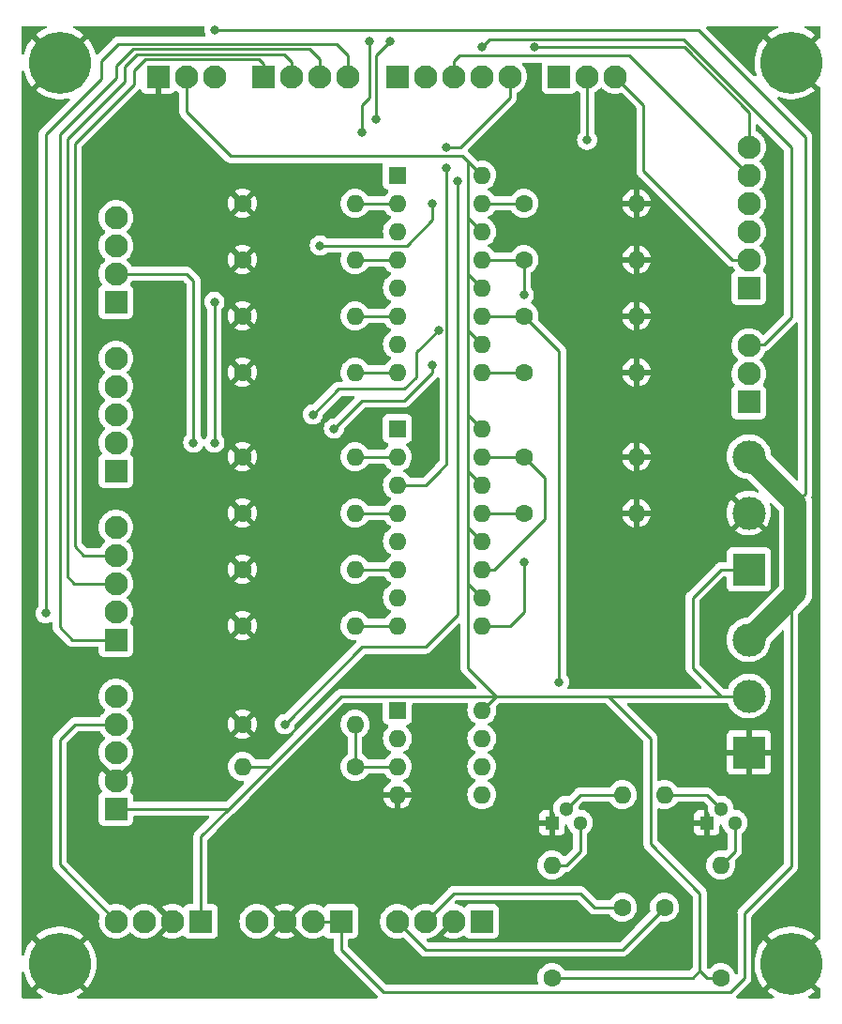
<source format=gbr>
%TF.GenerationSoftware,KiCad,Pcbnew,(6.0.2)*%
%TF.CreationDate,2022-02-22T00:14:35+01:00*%
%TF.ProjectId,fondo,666f6e64-6f2e-46b6-9963-61645f706362,rev?*%
%TF.SameCoordinates,Original*%
%TF.FileFunction,Copper,L1,Top*%
%TF.FilePolarity,Positive*%
%FSLAX46Y46*%
G04 Gerber Fmt 4.6, Leading zero omitted, Abs format (unit mm)*
G04 Created by KiCad (PCBNEW (6.0.2)) date 2022-02-22 00:14:35*
%MOMM*%
%LPD*%
G01*
G04 APERTURE LIST*
%TA.AperFunction,ComponentPad*%
%ADD10R,3.000000X3.000000*%
%TD*%
%TA.AperFunction,ComponentPad*%
%ADD11C,3.000000*%
%TD*%
%TA.AperFunction,ComponentPad*%
%ADD12R,1.600000X1.600000*%
%TD*%
%TA.AperFunction,ComponentPad*%
%ADD13O,1.600000X1.600000*%
%TD*%
%TA.AperFunction,ComponentPad*%
%ADD14C,5.600000*%
%TD*%
%TA.AperFunction,ComponentPad*%
%ADD15C,1.600000*%
%TD*%
%TA.AperFunction,ComponentPad*%
%ADD16R,2.100000X2.100000*%
%TD*%
%TA.AperFunction,ComponentPad*%
%ADD17C,2.100000*%
%TD*%
%TA.AperFunction,ComponentPad*%
%ADD18R,1.300000X1.300000*%
%TD*%
%TA.AperFunction,ComponentPad*%
%ADD19C,1.300000*%
%TD*%
%TA.AperFunction,ViaPad*%
%ADD20C,0.800000*%
%TD*%
%TA.AperFunction,Conductor*%
%ADD21C,0.250000*%
%TD*%
%TA.AperFunction,Conductor*%
%ADD22C,2.000000*%
%TD*%
G04 APERTURE END LIST*
D10*
%TO.P,J0,1,Pin_1*%
%TO.N,GND*%
X173990000Y-115428361D03*
D11*
%TO.P,J0,2,Pin_2*%
%TO.N,+5V*%
X173990000Y-110348361D03*
%TO.P,J0,3,Pin_3*%
%TO.N,+24V*%
X173990000Y-105268361D03*
%TD*%
D12*
%TO.P,U3,1*%
%TO.N,+1V5*%
X142250000Y-111628361D03*
D13*
%TO.P,U3,2,-*%
X142250000Y-114168361D03*
%TO.P,U3,3,+*%
%TO.N,Net-(R15-Pad1)*%
X142250000Y-116708361D03*
%TO.P,U3,4,V-*%
%TO.N,GND*%
X142250000Y-119248361D03*
%TO.P,U3,5,+*%
%TO.N,MICRO5V*%
X149870000Y-119248361D03*
%TO.P,U3,6,-*%
%TO.N,ENB*%
X149870000Y-116708361D03*
%TO.P,U3,7*%
X149870000Y-114168361D03*
%TO.P,U3,8,V+*%
%TO.N,+5V*%
X149870000Y-111628361D03*
%TD*%
D14*
%TO.P,H4,1,1*%
%TO.N,GND*%
X177800000Y-134478361D03*
%TD*%
D15*
%TO.P,R3,1*%
%TO.N,GND*%
X128270000Y-76058361D03*
D13*
%TO.P,R3,2*%
%TO.N,Net-(R3-Pad2)*%
X138430000Y-76058361D03*
%TD*%
D16*
%TO.P,J6,1,Pin_1*%
%TO.N,+24V*%
X137165000Y-130668361D03*
D17*
%TO.P,J6,2,Pin_2*%
X134625000Y-130668361D03*
%TO.P,J6,3,Pin_3*%
%TO.N,GND*%
X132085000Y-130668361D03*
%TO.P,J6,4,Pin_4*%
%TO.N,FOTO24V*%
X129545000Y-130668361D03*
%TD*%
D18*
%TO.P,Q1,1,E*%
%TO.N,GND*%
X156210000Y-121778361D03*
D19*
%TO.P,Q1,2,B*%
%TO.N,Net-(Q1-Pad2)*%
X157480000Y-120508361D03*
%TO.P,Q1,3,C*%
%TO.N,CLK5V*%
X158750000Y-121778361D03*
%TD*%
D14*
%TO.P,H2,1,1*%
%TO.N,GND*%
X177800000Y-53198361D03*
%TD*%
D15*
%TO.P,R9,1*%
%TO.N,GND*%
X128270000Y-88758361D03*
D13*
%TO.P,R9,2*%
%TO.N,Net-(R9-Pad2)*%
X138430000Y-88758361D03*
%TD*%
D15*
%TO.P,R11,1*%
%TO.N,GND*%
X128270000Y-98918361D03*
D13*
%TO.P,R11,2*%
%TO.N,Net-(R11-Pad2)*%
X138430000Y-98918361D03*
%TD*%
D18*
%TO.P,Q2,1,E*%
%TO.N,GND*%
X170180000Y-121778361D03*
D19*
%TO.P,Q2,2,B*%
%TO.N,Net-(Q2-Pad2)*%
X171450000Y-120508361D03*
%TO.P,Q2,3,C*%
%TO.N,DATOS5V*%
X172720000Y-121778361D03*
%TD*%
D16*
%TO.P,J5,1,Pin_1*%
%TO.N,+1V5*%
X149860000Y-130668361D03*
D17*
%TO.P,J5,2,Pin_2*%
%TO.N,GND*%
X147320000Y-130668361D03*
%TO.P,J5,3,Pin_3*%
%TO.N,CLK1V5*%
X144780000Y-130668361D03*
%TO.P,J5,4,Pin_4*%
%TO.N,DATOS1V5*%
X142240000Y-130668361D03*
%TD*%
D15*
%TO.P,R4,1*%
%TO.N,GND*%
X128270000Y-81138361D03*
D13*
%TO.P,R4,2*%
%TO.N,Net-(R4-Pad2)*%
X138430000Y-81138361D03*
%TD*%
D15*
%TO.P,R15,1*%
%TO.N,Net-(R15-Pad1)*%
X138430000Y-116698361D03*
D13*
%TO.P,R15,2*%
%TO.N,+5V*%
X128270000Y-116698361D03*
%TD*%
D15*
%TO.P,R1,1*%
%TO.N,GND*%
X128270000Y-65898361D03*
D13*
%TO.P,R1,2*%
%TO.N,Net-(R1-Pad2)*%
X138430000Y-65898361D03*
%TD*%
D16*
%TO.P,J2B1,1,Pin_1*%
%TO.N,ENTER*%
X130170000Y-54468361D03*
D17*
%TO.P,J2B1,2,Pin_2*%
%TO.N,ESC*%
X132710000Y-54468361D03*
%TO.P,J2B1,3,Pin_3*%
%TO.N,SDA*%
X135250000Y-54468361D03*
%TO.P,J2B1,4,Pin_4*%
%TO.N,SCL*%
X137790000Y-54468361D03*
%TD*%
D15*
%TO.P,R2,1*%
%TO.N,GND*%
X128270000Y-70978361D03*
D13*
%TO.P,R2,2*%
%TO.N,Net-(R2-Pad2)*%
X138430000Y-70978361D03*
%TD*%
D15*
%TO.P,R13,1*%
%TO.N,IN3*%
X153670000Y-88758361D03*
D13*
%TO.P,R13,2*%
%TO.N,GND*%
X163830000Y-88758361D03*
%TD*%
D16*
%TO.P,J3B1,1,Pin_1*%
%TO.N,IN3*%
X173990000Y-83820000D03*
D17*
%TO.P,J3B1,2,Pin_2*%
%TO.N,IN4*%
X173990000Y-81280000D03*
%TO.P,J3B1,3,Pin_3*%
%TO.N,ENB*%
X173990000Y-78740000D03*
%TD*%
D16*
%TO.P,J4,1,Pin_1*%
%TO.N,+5V*%
X124470000Y-130668361D03*
D17*
%TO.P,J4,2,Pin_2*%
%TO.N,GND*%
X121930000Y-130668361D03*
%TO.P,J4,3,Pin_3*%
%TO.N,FASEA*%
X119390000Y-130668361D03*
%TO.P,J4,4,Pin_4*%
%TO.N,FASEB*%
X116850000Y-130668361D03*
%TD*%
D16*
%TO.P,J1C1,1,Pin_1*%
%TO.N,DOWN*%
X116840000Y-90028361D03*
D17*
%TO.P,J1C1,2,Pin_2*%
%TO.N,LR5V*%
X116840000Y-87488361D03*
%TO.P,J1C1,3,Pin_3*%
%TO.N,MICRO5V*%
X116840000Y-84948361D03*
%TO.P,J1C1,4,Pin_4*%
%TO.N,EMER5V*%
X116840000Y-82408361D03*
%TO.P,J1C1,5,Pin_5*%
%TO.N,FOTO5V*%
X116840000Y-79868361D03*
%TD*%
D15*
%TO.P,R17,1*%
%TO.N,+5V*%
X156210000Y-135748361D03*
D13*
%TO.P,R17,2*%
%TO.N,CLK5V*%
X156210000Y-125588361D03*
%TD*%
D14*
%TO.P,H1,1,1*%
%TO.N,GND*%
X111760000Y-53198361D03*
%TD*%
D12*
%TO.P,U2,1*%
%TO.N,AVANCE*%
X142250000Y-86233361D03*
D13*
%TO.P,U2,2*%
%TO.N,Net-(R9-Pad2)*%
X142250000Y-88773361D03*
%TO.P,U2,3*%
%TO.N,RETROCESO*%
X142250000Y-91313361D03*
%TO.P,U2,4*%
%TO.N,Net-(R10-Pad2)*%
X142250000Y-93853361D03*
%TO.P,U2,5*%
%TO.N,EMER5V*%
X142250000Y-96393361D03*
%TO.P,U2,6*%
%TO.N,Net-(R11-Pad2)*%
X142250000Y-98933361D03*
%TO.P,U2,7*%
%TO.N,EMER5V*%
X142250000Y-101473361D03*
%TO.P,U2,8*%
%TO.N,Net-(R12-Pad2)*%
X142250000Y-104013361D03*
%TO.P,U2,9*%
%TO.N,IN4*%
X149870000Y-104013361D03*
%TO.P,U2,10*%
%TO.N,+5V*%
X149870000Y-101473361D03*
%TO.P,U2,11*%
%TO.N,IN3*%
X149870000Y-98933361D03*
%TO.P,U2,12*%
%TO.N,+5V*%
X149870000Y-96393361D03*
%TO.P,U2,13*%
%TO.N,IN4*%
X149870000Y-93853361D03*
%TO.P,U2,14*%
%TO.N,+5V*%
X149870000Y-91313361D03*
%TO.P,U2,15*%
%TO.N,IN3*%
X149870000Y-88773361D03*
%TO.P,U2,16*%
%TO.N,+5V*%
X149870000Y-86233361D03*
%TD*%
D15*
%TO.P,R12,1*%
%TO.N,GND*%
X128270000Y-103998361D03*
D13*
%TO.P,R12,2*%
%TO.N,Net-(R12-Pad2)*%
X138430000Y-103998361D03*
%TD*%
D15*
%TO.P,R20,1*%
%TO.N,DATOS1V5*%
X166370000Y-129398361D03*
D13*
%TO.P,R20,2*%
%TO.N,Net-(Q2-Pad2)*%
X166370000Y-119238361D03*
%TD*%
D15*
%TO.P,R10,1*%
%TO.N,GND*%
X128270000Y-93838361D03*
D13*
%TO.P,R10,2*%
%TO.N,Net-(R10-Pad2)*%
X138430000Y-93838361D03*
%TD*%
D16*
%TO.P,J7,1,Pin_1*%
%TO.N,FOTO24V*%
X173990000Y-73518361D03*
D17*
%TO.P,J7,2,Pin_2*%
%TO.N,EMER24V*%
X173990000Y-70978361D03*
%TO.P,J7,3,Pin_3*%
%TO.N,MICRO24V*%
X173990000Y-68438361D03*
%TO.P,J7,4,Pin_4*%
%TO.N,LR24V*%
X173990000Y-65898361D03*
%TO.P,J7,5,Pin_5*%
%TO.N,AVANCE*%
X173990000Y-63358361D03*
%TO.P,J7,6,Pin_6*%
%TO.N,RETROCESO*%
X173990000Y-60818361D03*
%TD*%
D15*
%TO.P,R6,1*%
%TO.N,LR5V*%
X153670000Y-70978361D03*
D13*
%TO.P,R6,2*%
%TO.N,GND*%
X163830000Y-70978361D03*
%TD*%
D16*
%TO.P,J2A1,1,Pin_1*%
%TO.N,GND*%
X120650000Y-54468361D03*
D17*
%TO.P,J2A1,2,Pin_2*%
%TO.N,+5V*%
X123190000Y-54468361D03*
%TO.P,J2A1,3,Pin_3*%
%TO.N,+24V*%
X125730000Y-54468361D03*
%TD*%
D15*
%TO.P,R14,1*%
%TO.N,IN4*%
X153670000Y-93838361D03*
D13*
%TO.P,R14,2*%
%TO.N,GND*%
X163830000Y-93838361D03*
%TD*%
D16*
%TO.P,J2D1,1,Pin_1*%
%TO.N,LR24V*%
X156845000Y-54468361D03*
D17*
%TO.P,J2D1,2,Pin_2*%
%TO.N,MICRO24V*%
X159385000Y-54468361D03*
%TO.P,J2D1,3,Pin_3*%
%TO.N,EMER24V*%
X161925000Y-54468361D03*
%TD*%
D16*
%TO.P,J1D1,1,Pin_1*%
%TO.N,CLK5V*%
X116840000Y-74793361D03*
D17*
%TO.P,J1D1,2,Pin_2*%
%TO.N,DATOS5V*%
X116840000Y-72253361D03*
%TO.P,J1D1,3,Pin_3*%
%TO.N,IN3*%
X116840000Y-69713361D03*
%TO.P,J1D1,4,Pin_4*%
%TO.N,IN4*%
X116840000Y-67173361D03*
%TD*%
D16*
%TO.P,J2C1,1,Pin_1*%
%TO.N,UP*%
X142240000Y-54468361D03*
D17*
%TO.P,J2C1,2,Pin_2*%
%TO.N,DOWN*%
X144780000Y-54468361D03*
%TO.P,J2C1,3,Pin_3*%
%TO.N,AVANCE*%
X147320000Y-54468361D03*
%TO.P,J2C1,4,Pin_4*%
%TO.N,ENB*%
X149860000Y-54468361D03*
%TO.P,J2C1,5,Pin_5*%
%TO.N,RETROCESO*%
X152400000Y-54468361D03*
%TD*%
D15*
%TO.P,R19,1*%
%TO.N,+5V*%
X171450000Y-135748361D03*
D13*
%TO.P,R19,2*%
%TO.N,DATOS5V*%
X171450000Y-125588361D03*
%TD*%
D15*
%TO.P,R18,1*%
%TO.N,CLK1V5*%
X162560000Y-129398361D03*
D13*
%TO.P,R18,2*%
%TO.N,Net-(Q1-Pad2)*%
X162560000Y-119238361D03*
%TD*%
D12*
%TO.P,U1,1*%
%TO.N,FOTO24V*%
X142250000Y-63373361D03*
D13*
%TO.P,U1,2*%
%TO.N,Net-(R1-Pad2)*%
X142250000Y-65913361D03*
%TO.P,U1,3*%
%TO.N,LR24V*%
X142250000Y-68453361D03*
%TO.P,U1,4*%
%TO.N,Net-(R2-Pad2)*%
X142250000Y-70993361D03*
%TO.P,U1,5*%
%TO.N,MICRO24V*%
X142250000Y-73533361D03*
%TO.P,U1,6*%
%TO.N,Net-(R3-Pad2)*%
X142250000Y-76073361D03*
%TO.P,U1,7*%
%TO.N,EMER24V*%
X142250000Y-78613361D03*
%TO.P,U1,8*%
%TO.N,Net-(R4-Pad2)*%
X142250000Y-81153361D03*
%TO.P,U1,9*%
%TO.N,EMER5V*%
X149870000Y-81153361D03*
%TO.P,U1,10*%
%TO.N,+5V*%
X149870000Y-78613361D03*
%TO.P,U1,11*%
%TO.N,MICRO5V*%
X149870000Y-76073361D03*
%TO.P,U1,12*%
%TO.N,+5V*%
X149870000Y-73533361D03*
%TO.P,U1,13*%
%TO.N,LR5V*%
X149870000Y-70993361D03*
%TO.P,U1,14*%
%TO.N,+5V*%
X149870000Y-68453361D03*
%TO.P,U1,15*%
%TO.N,FOTO5V*%
X149870000Y-65913361D03*
%TO.P,U1,16*%
%TO.N,+5V*%
X149870000Y-63373361D03*
%TD*%
D10*
%TO.P,J3A1,1,Pin_1*%
%TO.N,+5V*%
X173990000Y-98918361D03*
D11*
%TO.P,J3A1,2,Pin_2*%
%TO.N,GND*%
X173990000Y-93838361D03*
%TO.P,J3A1,3,Pin_3*%
%TO.N,+24V*%
X173990000Y-88758361D03*
%TD*%
D16*
%TO.P,J1B1,1,Pin_1*%
%TO.N,SDA*%
X116840000Y-105268361D03*
D17*
%TO.P,J1B1,2,Pin_2*%
%TO.N,SCL*%
X116840000Y-102728361D03*
%TO.P,J1B1,3,Pin_3*%
%TO.N,ESC*%
X116840000Y-100188361D03*
%TO.P,J1B1,4,Pin_4*%
%TO.N,ENTER*%
X116840000Y-97648361D03*
%TO.P,J1B1,5,Pin_5*%
%TO.N,UP*%
X116840000Y-95108361D03*
%TD*%
D15*
%TO.P,R16,1*%
%TO.N,GND*%
X128270000Y-112888361D03*
D13*
%TO.P,R16,2*%
%TO.N,Net-(R15-Pad1)*%
X138430000Y-112888361D03*
%TD*%
D15*
%TO.P,R5,1*%
%TO.N,FOTO5V*%
X153670000Y-65898361D03*
D13*
%TO.P,R5,2*%
%TO.N,GND*%
X163830000Y-65898361D03*
%TD*%
D14*
%TO.P,H3,1,1*%
%TO.N,GND*%
X111760000Y-134478361D03*
%TD*%
D15*
%TO.P,R8,1*%
%TO.N,EMER5V*%
X153670000Y-81138361D03*
D13*
%TO.P,R8,2*%
%TO.N,GND*%
X163830000Y-81138361D03*
%TD*%
D16*
%TO.P,J1A1,1,Pin_1*%
%TO.N,+5V*%
X116840000Y-120508361D03*
D17*
%TO.P,J1A1,2,Pin_2*%
%TO.N,GND*%
X116840000Y-117968361D03*
%TO.P,J1A1,3,Pin_3*%
%TO.N,ENB*%
X116840000Y-115428361D03*
%TO.P,J1A1,4,Pin_4*%
%TO.N,FASEB*%
X116840000Y-112888361D03*
%TO.P,J1A1,5,Pin_5*%
%TO.N,FASEA*%
X116840000Y-110348361D03*
%TD*%
D15*
%TO.P,R7,1*%
%TO.N,MICRO5V*%
X153670000Y-76058361D03*
D13*
%TO.P,R7,2*%
%TO.N,GND*%
X163830000Y-76058361D03*
%TD*%
D20*
%TO.N,RETROCESO*%
X154603281Y-51838861D03*
X146685000Y-60818361D03*
X146685000Y-62723361D03*
%TO.N,IN3*%
X139700000Y-51293361D03*
X139065000Y-59542134D03*
%TO.N,IN4*%
X140335000Y-58278361D03*
X141605000Y-51293361D03*
X153670000Y-98283361D03*
%TO.N,ENB*%
X149860000Y-51838861D03*
%TO.N,+24V*%
X125730735Y-50281390D03*
%TO.N,FOTO24V*%
X132080000Y-112888361D03*
X147695327Y-63928032D03*
%TO.N,SCL*%
X110490000Y-102870000D03*
%TO.N,MICRO24V*%
X159385000Y-60183361D03*
%TO.N,CLK5V*%
X125730000Y-74788361D03*
X125730000Y-87488361D03*
%TO.N,DATOS5V*%
X123825000Y-87488361D03*
%TO.N,FOTO5V*%
X145408985Y-65919344D03*
X135255000Y-69708361D03*
%TO.N,LR5V*%
X153670000Y-74153361D03*
X145415000Y-80503361D03*
X136525000Y-86218361D03*
%TO.N,MICRO5V*%
X156845000Y-109078361D03*
X145960500Y-77328361D03*
X134620000Y-84948361D03*
%TD*%
D21*
%TO.N,Net-(R1-Pad2)*%
X142235000Y-65898361D02*
X142250000Y-65913361D01*
X138430000Y-65898361D02*
X142235000Y-65898361D01*
%TO.N,Net-(R2-Pad2)*%
X138430000Y-70978361D02*
X142235000Y-70978361D01*
X142235000Y-70978361D02*
X142250000Y-70993361D01*
%TO.N,Net-(R3-Pad2)*%
X142235000Y-76058361D02*
X142250000Y-76073361D01*
X138430000Y-76058361D02*
X142235000Y-76058361D01*
%TO.N,Net-(R4-Pad2)*%
X138430000Y-81138361D02*
X142235000Y-81138361D01*
X142235000Y-81138361D02*
X142250000Y-81153361D01*
%TO.N,Net-(R9-Pad2)*%
X142235000Y-88758361D02*
X142250000Y-88773361D01*
X138430000Y-88758361D02*
X142235000Y-88758361D01*
%TO.N,Net-(R10-Pad2)*%
X138430000Y-93838361D02*
X142235000Y-93838361D01*
X142235000Y-93838361D02*
X142250000Y-93853361D01*
%TO.N,+5V*%
X148590000Y-90033361D02*
X149870000Y-91313361D01*
X148590000Y-100193361D02*
X149870000Y-101473361D01*
X148590000Y-67173361D02*
X149870000Y-68453361D01*
X148590000Y-67173361D02*
X148590000Y-72253361D01*
X168910000Y-101458361D02*
X168910000Y-107808361D01*
X148590000Y-84953361D02*
X148590000Y-90033361D01*
X148590000Y-84953361D02*
X149870000Y-86233361D01*
X161290000Y-110348361D02*
X173990000Y-110348361D01*
X123190000Y-57643361D02*
X127199769Y-61653130D01*
X169545000Y-128128361D02*
X169545000Y-135113361D01*
X148590000Y-100193361D02*
X148590000Y-107808361D01*
X148590000Y-95113361D02*
X148590000Y-100193361D01*
X148590000Y-90033361D02*
X148590000Y-95113361D01*
X148590000Y-72253361D02*
X148590000Y-77328361D01*
X165100000Y-123683361D02*
X169545000Y-128128361D01*
X148590000Y-62093361D02*
X149870000Y-63373361D01*
X148590000Y-107808361D02*
X151130000Y-110348361D01*
X169545000Y-135113361D02*
X168910000Y-135748361D01*
X165100000Y-114158361D02*
X165100000Y-123683361D01*
X173990000Y-98918361D02*
X171450000Y-98918361D01*
X148590000Y-95113361D02*
X149870000Y-96393361D01*
X116840000Y-120508361D02*
X127000000Y-120508361D01*
X148590000Y-72253361D02*
X149870000Y-73533361D01*
X148590000Y-77328361D02*
X148590000Y-77333361D01*
X137160000Y-110348361D02*
X161290000Y-110348361D01*
X124470000Y-130668361D02*
X124470000Y-123038361D01*
X148590000Y-77333361D02*
X149870000Y-78613361D01*
X168910000Y-107808361D02*
X171450000Y-110348361D01*
X128270000Y-116698361D02*
X130810000Y-116698361D01*
X161290000Y-110348361D02*
X165100000Y-114158361D01*
X169545000Y-135113361D02*
X170180000Y-135748361D01*
X123190000Y-54468361D02*
X123190000Y-57643361D01*
X148149769Y-61653130D02*
X130508711Y-61653130D01*
X127000000Y-120508361D02*
X137160000Y-110348361D01*
X170180000Y-135748361D02*
X171450000Y-135748361D01*
X168910000Y-135748361D02*
X156210000Y-135748361D01*
X127199769Y-61653130D02*
X130508711Y-61653130D01*
X149870000Y-111628361D02*
X151130000Y-110368361D01*
X148590000Y-67173361D02*
X148590000Y-62093361D01*
X151130000Y-110368361D02*
X151130000Y-110348361D01*
X148590000Y-77328361D02*
X148590000Y-84953361D01*
X124470000Y-123038361D02*
X127000000Y-120508361D01*
X171450000Y-98918361D02*
X168910000Y-101458361D01*
X148590000Y-62093361D02*
X148149769Y-61653130D01*
%TO.N,AVANCE*%
X173990000Y-63358361D02*
X163195000Y-52563361D01*
X163195000Y-52563361D02*
X147824434Y-52563361D01*
X147320000Y-53067795D02*
X147320000Y-55103361D01*
X147824434Y-52563361D02*
X147320000Y-53067795D01*
%TO.N,RETROCESO*%
X173990000Y-57688967D02*
X173990000Y-60818361D01*
X142250000Y-91313361D02*
X144765000Y-91313361D01*
X147939261Y-60818361D02*
X152400000Y-56357622D01*
X146050000Y-90028361D02*
X146685000Y-89393361D01*
X146685000Y-60818361D02*
X147939261Y-60818361D01*
X146685000Y-89393361D02*
X146685000Y-62723361D01*
X154603281Y-51838861D02*
X168139894Y-51838861D01*
X152400000Y-56357622D02*
X152400000Y-54468361D01*
X168139894Y-51838861D02*
X173990000Y-57688967D01*
X144765000Y-91313361D02*
X146050000Y-90028361D01*
%TO.N,Net-(Q1-Pad2)*%
X157480000Y-120508361D02*
X158750000Y-119238361D01*
X158750000Y-119238361D02*
X162560000Y-119238361D01*
%TO.N,Net-(Q2-Pad2)*%
X166370000Y-119238361D02*
X170180000Y-119238361D01*
X170180000Y-119238361D02*
X171450000Y-120508361D01*
%TO.N,IN3*%
X151001370Y-98933361D02*
X155575000Y-94359731D01*
X149870000Y-98933361D02*
X151001370Y-98933361D01*
X153655000Y-88773361D02*
X153670000Y-88758361D01*
X139700000Y-56373361D02*
X139700000Y-51293361D01*
X155575000Y-94359731D02*
X155575000Y-90663361D01*
X155575000Y-90663361D02*
X153670000Y-88758361D01*
X149870000Y-88773361D02*
X153655000Y-88773361D01*
X139065000Y-59542134D02*
X139065000Y-57008361D01*
X139065000Y-57008361D02*
X139700000Y-56373361D01*
%TO.N,IN4*%
X149870000Y-104013361D02*
X152385000Y-104013361D01*
X149885000Y-93838361D02*
X149870000Y-93853361D01*
X140335000Y-52563361D02*
X141605000Y-51293361D01*
X153670000Y-93838361D02*
X149885000Y-93838361D01*
X140335000Y-58278361D02*
X140335000Y-52563361D01*
X152385000Y-104013361D02*
X153670000Y-102728361D01*
X153670000Y-102728361D02*
X153670000Y-98283361D01*
%TO.N,Net-(R11-Pad2)*%
X138430000Y-98918361D02*
X142235000Y-98918361D01*
X142235000Y-98918361D02*
X142250000Y-98933361D01*
%TO.N,CLK1V5*%
X158750000Y-128128361D02*
X160020000Y-129398361D01*
X147320000Y-128128361D02*
X158750000Y-128128361D01*
X160020000Y-129398361D02*
X162560000Y-129398361D01*
X144780000Y-130668361D02*
X147320000Y-128128361D01*
%TO.N,DATOS1V5*%
X162560000Y-133208361D02*
X144780000Y-133208361D01*
X166370000Y-129398361D02*
X162560000Y-133208361D01*
X144780000Y-133208361D02*
X142240000Y-130668361D01*
%TO.N,ENB*%
X150584511Y-51114350D02*
X149860000Y-51838861D01*
X177800000Y-60863250D02*
X168051100Y-51114350D01*
X177800000Y-76200000D02*
X177800000Y-60863250D01*
X175401639Y-78598361D02*
X177800000Y-76200000D01*
X173990000Y-78598361D02*
X175401639Y-78598361D01*
X168051100Y-51114350D02*
X150584511Y-51114350D01*
%TO.N,+24V*%
X137165000Y-130668361D02*
X137165000Y-133213361D01*
D22*
X178205895Y-101052466D02*
X178205895Y-92974256D01*
D21*
X172346068Y-137018361D02*
X173590820Y-135773609D01*
D22*
X177729180Y-101529180D02*
X178205895Y-101052466D01*
X173990000Y-105268361D02*
X177729180Y-101529180D01*
D21*
X173590820Y-135773609D02*
X173590820Y-129939180D01*
X169430080Y-50281390D02*
X125730735Y-50281390D01*
X177800000Y-101600000D02*
X177729180Y-101529180D01*
D22*
X178205895Y-92974256D02*
X173990000Y-88758361D01*
D21*
X177800000Y-125730000D02*
X177800000Y-101600000D01*
X137165000Y-130668361D02*
X134625000Y-130668361D01*
X179070000Y-59921310D02*
X169430080Y-50281390D01*
X178205895Y-92974256D02*
X179070000Y-92110151D01*
X173590820Y-129939180D02*
X177800000Y-125730000D01*
X140970000Y-137018361D02*
X172346068Y-137018361D01*
X137165000Y-133213361D02*
X140970000Y-137018361D01*
X179070000Y-92110151D02*
X179070000Y-59921310D01*
%TO.N,FASEB*%
X116850000Y-130668361D02*
X111760000Y-125578361D01*
X111760000Y-125578361D02*
X111760000Y-114300000D01*
X113171639Y-112888361D02*
X116840000Y-112888361D01*
X111760000Y-114300000D02*
X113171639Y-112888361D01*
%TO.N,FOTO24V*%
X132080000Y-112888361D02*
X139065000Y-105903361D01*
X147695327Y-102988034D02*
X147695327Y-63928032D01*
X144780000Y-105903361D02*
X147695327Y-102988034D01*
X144780000Y-105903361D02*
X139065000Y-105903361D01*
%TO.N,SDA*%
X135250000Y-52909738D02*
X134296813Y-51956551D01*
X116840000Y-54610000D02*
X111760000Y-59690000D01*
X111760000Y-104140000D02*
X112888361Y-105268361D01*
X112888361Y-105268361D02*
X116840000Y-105268361D01*
X116840000Y-53481639D02*
X116840000Y-54610000D01*
X134296813Y-51956551D02*
X118365088Y-51956551D01*
X111760000Y-59690000D02*
X111760000Y-104140000D01*
X118365088Y-51956551D02*
X116840000Y-53481639D01*
X135250000Y-54468361D02*
X135250000Y-52909738D01*
%TO.N,SCL*%
X110490000Y-102870000D02*
X110490000Y-59690000D01*
X110490000Y-59690000D02*
X115468857Y-54711143D01*
X115468857Y-54711143D02*
X115468857Y-53052612D01*
X136738670Y-51507031D02*
X137795000Y-52563361D01*
X115468857Y-53052612D02*
X117014438Y-51507031D01*
X117014438Y-51507031D02*
X136738670Y-51507031D01*
X137790000Y-52568361D02*
X137790000Y-54468361D01*
X137795000Y-52563361D02*
X137790000Y-52568361D01*
%TO.N,EMER24V*%
X161925000Y-54468361D02*
X164465000Y-57008361D01*
X164465000Y-62980827D02*
X172462534Y-70978361D01*
X164465000Y-57008361D02*
X164465000Y-62980827D01*
X172462534Y-70978361D02*
X173990000Y-70978361D01*
%TO.N,MICRO24V*%
X159385000Y-54468361D02*
X159385000Y-60183361D01*
%TO.N,CLK5V*%
X125730000Y-87488361D02*
X125730000Y-74788361D01*
X158750000Y-124318361D02*
X158750000Y-121778361D01*
X156210000Y-125588361D02*
X157480000Y-125588361D01*
X157480000Y-125588361D02*
X158750000Y-124318361D01*
%TO.N,DATOS5V*%
X172720000Y-124318361D02*
X172720000Y-121778361D01*
X171450000Y-125588361D02*
X172720000Y-124318361D01*
X123825000Y-87488361D02*
X123825000Y-72883361D01*
X123825000Y-72883361D02*
X123195000Y-72253361D01*
X123195000Y-72253361D02*
X116840000Y-72253361D01*
%TO.N,FOTO5V*%
X153670000Y-65898361D02*
X149885000Y-65898361D01*
X145408985Y-67415932D02*
X143116556Y-69708361D01*
X143116556Y-69708361D02*
X135255000Y-69708361D01*
X145408985Y-65919344D02*
X145408985Y-67415932D01*
X149885000Y-65898361D02*
X149870000Y-65913361D01*
%TO.N,LR5V*%
X142875000Y-83678361D02*
X145415000Y-81138361D01*
X153670000Y-70978361D02*
X149885000Y-70978361D01*
X153670000Y-70978361D02*
X153670000Y-74153361D01*
X149885000Y-70978361D02*
X149870000Y-70993361D01*
X136525000Y-86218361D02*
X139065000Y-83678361D01*
X145415000Y-81138361D02*
X145415000Y-80503361D01*
X139065000Y-83678361D02*
X142875000Y-83678361D01*
%TO.N,MICRO5V*%
X143940409Y-79348452D02*
X143940409Y-81580487D01*
X136933446Y-82634915D02*
X134620000Y-84948361D01*
X156845000Y-79233361D02*
X156845000Y-109078361D01*
X145960500Y-77328361D02*
X143940409Y-79348452D01*
X153670000Y-76058361D02*
X156845000Y-79233361D01*
X153670000Y-76058361D02*
X149885000Y-76058361D01*
X142885981Y-82634915D02*
X136933446Y-82634915D01*
X143940409Y-81580487D02*
X142885981Y-82634915D01*
X149885000Y-76058361D02*
X149870000Y-76073361D01*
%TO.N,EMER5V*%
X153655000Y-81153361D02*
X153670000Y-81138361D01*
X149870000Y-81153361D02*
X153655000Y-81153361D01*
%TO.N,ENTER*%
X118450600Y-53918739D02*
X118450600Y-55202384D01*
X113114190Y-96845473D02*
X113917078Y-97648361D01*
X129717134Y-52900814D02*
X119468525Y-52900814D01*
X118450600Y-55202384D02*
X113114190Y-60538794D01*
X119468525Y-52900814D02*
X118450600Y-53918739D01*
X130170000Y-53353680D02*
X129717134Y-52900814D01*
X113114190Y-60538794D02*
X113114190Y-96845473D01*
X116840000Y-97648361D02*
X113917078Y-97648361D01*
X130170000Y-54468361D02*
X130170000Y-53353680D01*
%TO.N,ESC*%
X132710000Y-53155316D02*
X132710000Y-54468361D01*
X112461420Y-99555601D02*
X112461420Y-60104945D01*
X112461420Y-60104945D02*
X117660480Y-54905885D01*
X118752705Y-52451294D02*
X132005978Y-52451294D01*
X117660480Y-54905885D02*
X117660480Y-53543519D01*
X132005978Y-52451294D02*
X132710000Y-53155316D01*
X113094180Y-100188361D02*
X112461420Y-99555601D01*
X113094180Y-100188361D02*
X116840000Y-100188361D01*
X117660480Y-53543519D02*
X118752705Y-52451294D01*
%TO.N,Net-(R12-Pad2)*%
X138430000Y-103998361D02*
X142235000Y-103998361D01*
X142235000Y-103998361D02*
X142250000Y-104013361D01*
%TO.N,Net-(R15-Pad1)*%
X138430000Y-116698361D02*
X138430000Y-112888361D01*
X138430000Y-116698361D02*
X142240000Y-116698361D01*
X142240000Y-116698361D02*
X142250000Y-116708361D01*
%TD*%
%TA.AperFunction,Conductor*%
%TO.N,GND*%
G36*
X176555290Y-49916363D02*
G01*
X176601783Y-49970019D01*
X176611887Y-50040293D01*
X176582393Y-50104873D01*
X176539820Y-50136833D01*
X176258034Y-50266440D01*
X176251991Y-50269626D01*
X175950401Y-50450124D01*
X175944755Y-50453932D01*
X175664408Y-50665957D01*
X175659211Y-50670348D01*
X175657972Y-50671516D01*
X175649950Y-50685223D01*
X175649986Y-50686065D01*
X175655037Y-50694187D01*
X177787190Y-52826341D01*
X177801131Y-52833953D01*
X177802966Y-52833822D01*
X177809580Y-52829571D01*
X179942798Y-50696352D01*
X179950412Y-50682408D01*
X179950344Y-50681450D01*
X179945836Y-50674633D01*
X179944418Y-50673426D01*
X179664813Y-50460425D01*
X179659187Y-50456601D01*
X179358214Y-50275042D01*
X179352202Y-50271845D01*
X179060947Y-50136649D01*
X179007581Y-50089824D01*
X178988000Y-50021581D01*
X179008424Y-49953586D01*
X179062366Y-49907426D01*
X179113998Y-49896361D01*
X180321000Y-49896361D01*
X180389121Y-49916363D01*
X180435614Y-49970019D01*
X180447000Y-50022361D01*
X180447000Y-50924918D01*
X180426998Y-50993039D01*
X180373342Y-51039532D01*
X180319661Y-51050911D01*
X180311223Y-51050821D01*
X180300416Y-51057156D01*
X178172020Y-53185551D01*
X178164408Y-53199492D01*
X178164539Y-53201327D01*
X178168790Y-53207941D01*
X180299009Y-55338159D01*
X180313783Y-55346226D01*
X180381386Y-55360933D01*
X180431588Y-55411135D01*
X180447000Y-55471520D01*
X180447000Y-132204918D01*
X180426998Y-132273039D01*
X180373342Y-132319532D01*
X180319661Y-132330911D01*
X180311223Y-132330821D01*
X180300416Y-132337156D01*
X178172020Y-134465551D01*
X178164408Y-134479492D01*
X178164539Y-134481327D01*
X178168790Y-134487941D01*
X180299009Y-136618159D01*
X180313783Y-136626226D01*
X180381386Y-136640933D01*
X180431588Y-136691135D01*
X180447000Y-136751520D01*
X180447000Y-137484361D01*
X180426998Y-137552482D01*
X180373342Y-137598975D01*
X180321000Y-137610361D01*
X179463514Y-137610361D01*
X179395393Y-137590359D01*
X179348900Y-137536703D01*
X179338796Y-137466429D01*
X179368290Y-137401849D01*
X179399185Y-137376020D01*
X179639995Y-137233037D01*
X179645659Y-137229245D01*
X179926732Y-137018210D01*
X179931958Y-137013825D01*
X179941613Y-137004789D01*
X179949682Y-136991111D01*
X179949654Y-136990385D01*
X179944512Y-136982084D01*
X177812810Y-134850381D01*
X177798869Y-134842769D01*
X177797034Y-134842900D01*
X177790420Y-134847151D01*
X175656774Y-136980798D01*
X175649160Y-136994742D01*
X175649237Y-136995831D01*
X175651698Y-136999567D01*
X175925632Y-137209765D01*
X175931262Y-137213620D01*
X176199480Y-137376699D01*
X176247295Y-137429180D01*
X176259146Y-137499181D01*
X176231271Y-137564476D01*
X176172520Y-137604335D01*
X176134021Y-137610361D01*
X172954162Y-137610361D01*
X172886041Y-137590359D01*
X172839548Y-137536703D01*
X172829444Y-137466429D01*
X172858938Y-137401849D01*
X172865067Y-137395266D01*
X173983067Y-136277266D01*
X173991357Y-136269722D01*
X173997838Y-136265609D01*
X174032946Y-136228223D01*
X174044478Y-136215942D01*
X174047233Y-136213100D01*
X174066954Y-136193379D01*
X174069432Y-136190184D01*
X174077138Y-136181162D01*
X174090428Y-136167010D01*
X174107406Y-136148930D01*
X174117166Y-136131177D01*
X174128019Y-136114654D01*
X174135573Y-136104915D01*
X174140433Y-136098650D01*
X174157996Y-136058066D01*
X174163203Y-136047436D01*
X174184515Y-136008669D01*
X174186486Y-136000992D01*
X174186488Y-136000987D01*
X174189552Y-135989051D01*
X174195958Y-135970339D01*
X174200853Y-135959028D01*
X174204001Y-135951754D01*
X174205241Y-135943926D01*
X174205243Y-135943919D01*
X174210919Y-135908085D01*
X174213325Y-135896465D01*
X174222348Y-135861320D01*
X174222348Y-135861319D01*
X174224320Y-135853639D01*
X174224320Y-135833385D01*
X174225871Y-135813674D01*
X174227800Y-135801495D01*
X174229040Y-135793666D01*
X174224879Y-135749647D01*
X174224320Y-135737790D01*
X174224320Y-134470193D01*
X174487333Y-134470193D01*
X174505117Y-134821254D01*
X174505827Y-134828010D01*
X174561420Y-135175084D01*
X174562859Y-135181739D01*
X174655608Y-135520771D01*
X174657757Y-135527232D01*
X174786581Y-135854273D01*
X174789412Y-135860456D01*
X174952803Y-136171671D01*
X174956286Y-136177513D01*
X175152330Y-136469257D01*
X175156433Y-136474701D01*
X175276425Y-136617197D01*
X175289164Y-136625640D01*
X175299608Y-136619542D01*
X177427980Y-134491171D01*
X177435592Y-134477230D01*
X177435461Y-134475395D01*
X177431210Y-134468781D01*
X175300992Y-132338564D01*
X175287455Y-132331172D01*
X175277753Y-132337960D01*
X175170430Y-132463618D01*
X175166296Y-132469025D01*
X174968215Y-132759402D01*
X174964697Y-132765212D01*
X174799134Y-133075283D01*
X174796259Y-133081448D01*
X174665155Y-133407579D01*
X174662962Y-133414019D01*
X174567846Y-133752405D01*
X174566363Y-133759040D01*
X174508350Y-134105715D01*
X174507591Y-134112487D01*
X174487357Y-134463398D01*
X174487333Y-134470193D01*
X174224320Y-134470193D01*
X174224320Y-131965223D01*
X175649950Y-131965223D01*
X175649986Y-131966065D01*
X175655037Y-131974187D01*
X177787190Y-134106341D01*
X177801131Y-134113953D01*
X177802966Y-134113822D01*
X177809580Y-134109571D01*
X179942798Y-131976352D01*
X179950412Y-131962408D01*
X179950344Y-131961450D01*
X179945836Y-131954633D01*
X179944418Y-131953426D01*
X179664813Y-131740425D01*
X179659187Y-131736601D01*
X179358214Y-131555042D01*
X179352202Y-131551845D01*
X179033370Y-131403848D01*
X179027070Y-131401328D01*
X178694129Y-131288634D01*
X178687551Y-131286798D01*
X178344417Y-131210728D01*
X178337678Y-131209612D01*
X177988310Y-131171041D01*
X177981529Y-131170662D01*
X177630015Y-131170048D01*
X177623242Y-131170403D01*
X177273720Y-131207756D01*
X177267010Y-131208843D01*
X176923586Y-131283722D01*
X176917011Y-131285533D01*
X176583683Y-131397063D01*
X176577361Y-131399566D01*
X176258034Y-131546440D01*
X176251991Y-131549626D01*
X175950401Y-131730124D01*
X175944755Y-131733932D01*
X175664408Y-131945957D01*
X175659211Y-131950348D01*
X175657972Y-131951516D01*
X175649950Y-131965223D01*
X174224320Y-131965223D01*
X174224320Y-130253774D01*
X174244322Y-130185653D01*
X174261225Y-130164679D01*
X178192247Y-126233657D01*
X178200537Y-126226113D01*
X178207018Y-126222000D01*
X178253659Y-126172332D01*
X178256413Y-126169491D01*
X178276134Y-126149770D01*
X178278612Y-126146575D01*
X178286318Y-126137553D01*
X178311158Y-126111101D01*
X178316586Y-126105321D01*
X178326346Y-126087568D01*
X178337199Y-126071045D01*
X178344753Y-126061306D01*
X178349613Y-126055041D01*
X178367176Y-126014457D01*
X178372383Y-126003827D01*
X178393695Y-125965060D01*
X178395666Y-125957383D01*
X178395668Y-125957378D01*
X178398732Y-125945442D01*
X178405138Y-125926730D01*
X178410034Y-125915417D01*
X178413181Y-125908145D01*
X178417860Y-125878607D01*
X178420097Y-125864481D01*
X178422504Y-125852860D01*
X178431528Y-125817711D01*
X178431528Y-125817710D01*
X178433500Y-125810030D01*
X178433500Y-125789769D01*
X178435051Y-125770058D01*
X178436979Y-125757885D01*
X178438219Y-125750057D01*
X178434059Y-125706046D01*
X178433500Y-125694189D01*
X178433500Y-103010391D01*
X178453502Y-102942270D01*
X178470405Y-102921296D01*
X178838985Y-102552716D01*
X179255594Y-102136109D01*
X179258116Y-102133656D01*
X179326894Y-102068616D01*
X179326895Y-102068615D01*
X179330576Y-102065134D01*
X179378303Y-102002710D01*
X179382435Y-101997589D01*
X179430083Y-101941602D01*
X179433364Y-101937747D01*
X179450385Y-101909643D01*
X179458052Y-101898403D01*
X179478015Y-101872292D01*
X179515138Y-101803058D01*
X179518403Y-101797334D01*
X179556490Y-101734446D01*
X179556495Y-101734436D01*
X179559115Y-101730110D01*
X179561010Y-101725421D01*
X179561013Y-101725414D01*
X179571427Y-101699640D01*
X179577206Y-101687304D01*
X179590334Y-101662819D01*
X179590336Y-101662815D01*
X179592726Y-101658357D01*
X179618299Y-101584087D01*
X179620609Y-101577907D01*
X179648155Y-101509729D01*
X179650050Y-101505039D01*
X179657327Y-101473007D01*
X179661061Y-101459897D01*
X179670110Y-101433618D01*
X179671757Y-101428835D01*
X179685137Y-101351371D01*
X179686420Y-101344953D01*
X179698897Y-101290038D01*
X179703830Y-101268323D01*
X179705893Y-101235535D01*
X179707482Y-101222005D01*
X179712400Y-101193534D01*
X179712400Y-101193530D01*
X179713074Y-101189630D01*
X179713541Y-101179350D01*
X179714331Y-101161960D01*
X179714331Y-101161941D01*
X179714395Y-101160541D01*
X179714395Y-101104360D01*
X179714644Y-101096448D01*
X179718755Y-101031109D01*
X179719073Y-101026055D01*
X179714996Y-100984474D01*
X179714395Y-100972179D01*
X179714395Y-92998272D01*
X179714444Y-92994754D01*
X179717088Y-92900106D01*
X179717088Y-92900103D01*
X179717229Y-92895051D01*
X179706836Y-92817158D01*
X179706136Y-92810609D01*
X179700241Y-92737333D01*
X179700240Y-92737329D01*
X179699835Y-92732291D01*
X179691996Y-92700378D01*
X179689468Y-92686994D01*
X179685793Y-92659450D01*
X179685124Y-92654436D01*
X179675145Y-92621385D01*
X179662417Y-92579227D01*
X179660676Y-92572864D01*
X179654482Y-92547645D01*
X179641932Y-92496550D01*
X179639072Y-92489812D01*
X179638969Y-92488930D01*
X179638357Y-92487089D01*
X179638740Y-92486962D01*
X179630864Y-92419292D01*
X179644638Y-92379876D01*
X179663695Y-92345211D01*
X179668733Y-92325588D01*
X179675137Y-92306885D01*
X179680033Y-92295571D01*
X179680033Y-92295570D01*
X179683181Y-92288296D01*
X179684420Y-92280473D01*
X179684423Y-92280463D01*
X179690099Y-92244627D01*
X179692505Y-92233007D01*
X179701528Y-92197862D01*
X179701528Y-92197861D01*
X179703500Y-92190181D01*
X179703500Y-92169927D01*
X179705051Y-92150216D01*
X179706980Y-92138037D01*
X179708220Y-92130208D01*
X179704059Y-92086189D01*
X179703500Y-92074332D01*
X179703500Y-60000078D01*
X179704027Y-59988895D01*
X179705702Y-59981402D01*
X179704702Y-59949567D01*
X179703562Y-59913312D01*
X179703500Y-59909354D01*
X179703500Y-59881454D01*
X179702996Y-59877463D01*
X179702063Y-59865621D01*
X179700923Y-59829346D01*
X179700674Y-59821421D01*
X179698461Y-59813803D01*
X179695021Y-59801962D01*
X179691012Y-59782603D01*
X179690846Y-59781293D01*
X179688474Y-59762513D01*
X179685558Y-59755147D01*
X179685556Y-59755141D01*
X179672200Y-59721408D01*
X179668355Y-59710178D01*
X179658230Y-59675327D01*
X179658230Y-59675326D01*
X179656019Y-59667717D01*
X179645705Y-59650276D01*
X179637008Y-59632523D01*
X179632472Y-59621068D01*
X179629552Y-59613693D01*
X179603563Y-59577922D01*
X179597047Y-59568002D01*
X179593136Y-59561389D01*
X179574542Y-59529948D01*
X179560221Y-59515627D01*
X179547380Y-59500593D01*
X179535472Y-59484203D01*
X179501395Y-59456012D01*
X179492616Y-59448022D01*
X176571729Y-56527135D01*
X176537703Y-56464823D01*
X176542768Y-56394008D01*
X176585315Y-56337172D01*
X176651835Y-56312361D01*
X176701638Y-56318833D01*
X176894743Y-56384948D01*
X176901313Y-56386807D01*
X177244183Y-56464075D01*
X177250912Y-56465214D01*
X177600143Y-56505004D01*
X177606933Y-56505407D01*
X177958419Y-56507247D01*
X177965220Y-56506915D01*
X178314853Y-56470784D01*
X178321581Y-56469718D01*
X178665274Y-56396037D01*
X178671822Y-56394258D01*
X179005549Y-56283888D01*
X179011891Y-56281402D01*
X179331718Y-56135649D01*
X179337777Y-56132482D01*
X179639995Y-55953037D01*
X179645659Y-55949245D01*
X179926732Y-55738210D01*
X179931958Y-55733825D01*
X179941613Y-55724789D01*
X179949682Y-55711111D01*
X179949654Y-55710385D01*
X179944512Y-55702084D01*
X177440790Y-53198361D01*
X175300990Y-51058562D01*
X175287456Y-51051172D01*
X175277754Y-51057959D01*
X175170430Y-51183618D01*
X175166296Y-51189025D01*
X174968215Y-51479402D01*
X174964697Y-51485212D01*
X174799134Y-51795283D01*
X174796259Y-51801448D01*
X174665155Y-52127579D01*
X174662962Y-52134019D01*
X174567846Y-52472405D01*
X174566363Y-52479040D01*
X174508350Y-52825715D01*
X174507591Y-52832487D01*
X174487357Y-53183398D01*
X174487333Y-53190193D01*
X174505117Y-53541254D01*
X174505827Y-53548010D01*
X174561420Y-53895084D01*
X174562859Y-53901739D01*
X174655608Y-54240771D01*
X174657757Y-54247232D01*
X174673568Y-54287372D01*
X174679924Y-54358084D01*
X174647041Y-54421006D01*
X174585360Y-54456162D01*
X174514463Y-54452390D01*
X174467241Y-54422647D01*
X170156051Y-50111456D01*
X170122025Y-50049144D01*
X170127090Y-49978328D01*
X170169637Y-49921493D01*
X170236157Y-49896682D01*
X170245146Y-49896361D01*
X176487169Y-49896361D01*
X176555290Y-49916363D01*
G37*
%TD.AperFunction*%
%TA.AperFunction,Conductor*%
G36*
X110515290Y-49916363D02*
G01*
X110561783Y-49970019D01*
X110571887Y-50040293D01*
X110542393Y-50104873D01*
X110499820Y-50136833D01*
X110218034Y-50266440D01*
X110211991Y-50269626D01*
X109910401Y-50450124D01*
X109904755Y-50453932D01*
X109624408Y-50665957D01*
X109619211Y-50670348D01*
X109617972Y-50671516D01*
X109609950Y-50685223D01*
X109609986Y-50686065D01*
X109615037Y-50694187D01*
X111747190Y-52826341D01*
X111761131Y-52833953D01*
X111762966Y-52833822D01*
X111769580Y-52829571D01*
X113902798Y-50696352D01*
X113910412Y-50682408D01*
X113910344Y-50681450D01*
X113905836Y-50674633D01*
X113904418Y-50673426D01*
X113624813Y-50460425D01*
X113619187Y-50456601D01*
X113318214Y-50275042D01*
X113312202Y-50271845D01*
X113020947Y-50136649D01*
X112967581Y-50089824D01*
X112948000Y-50021581D01*
X112968424Y-49953586D01*
X113022366Y-49907426D01*
X113073998Y-49896361D01*
X124727161Y-49896361D01*
X124795282Y-49916363D01*
X124841775Y-49970019D01*
X124851879Y-50040293D01*
X124846994Y-50061296D01*
X124839233Y-50085181D01*
X124839231Y-50085188D01*
X124837193Y-50091462D01*
X124836503Y-50098023D01*
X124836503Y-50098025D01*
X124832444Y-50136649D01*
X124817231Y-50281390D01*
X124817921Y-50287955D01*
X124835366Y-50453932D01*
X124837193Y-50471318D01*
X124896208Y-50652946D01*
X124914445Y-50684533D01*
X124931182Y-50753525D01*
X124907962Y-50820617D01*
X124852156Y-50864505D01*
X124805325Y-50873531D01*
X117093206Y-50873531D01*
X117082023Y-50873004D01*
X117074530Y-50871329D01*
X117066604Y-50871578D01*
X117066603Y-50871578D01*
X117006440Y-50873469D01*
X117002482Y-50873531D01*
X116974582Y-50873531D01*
X116970592Y-50874035D01*
X116958758Y-50874967D01*
X116914549Y-50876357D01*
X116906933Y-50878570D01*
X116906931Y-50878570D01*
X116895090Y-50882010D01*
X116875731Y-50886019D01*
X116874421Y-50886185D01*
X116855641Y-50888557D01*
X116848275Y-50891473D01*
X116848269Y-50891475D01*
X116814536Y-50904831D01*
X116803306Y-50908676D01*
X116768455Y-50918801D01*
X116760845Y-50921012D01*
X116754022Y-50925047D01*
X116743404Y-50931326D01*
X116725651Y-50940023D01*
X116718006Y-50943050D01*
X116706821Y-50947479D01*
X116700406Y-50952140D01*
X116671050Y-50973468D01*
X116661133Y-50979982D01*
X116623076Y-51002489D01*
X116608755Y-51016810D01*
X116593722Y-51029650D01*
X116577331Y-51041559D01*
X116568655Y-51052047D01*
X116549140Y-51075636D01*
X116541150Y-51084415D01*
X115179402Y-52446162D01*
X115117090Y-52480188D01*
X115046274Y-52475123D01*
X114989439Y-52432576D01*
X114968890Y-52390739D01*
X114900736Y-52144988D01*
X114898562Y-52138524D01*
X114768598Y-51811939D01*
X114765742Y-51805759D01*
X114601269Y-51495124D01*
X114597769Y-51489298D01*
X114400697Y-51198223D01*
X114396590Y-51192814D01*
X114283565Y-51059540D01*
X114270740Y-51051104D01*
X114260416Y-51057156D01*
X111760000Y-53557571D01*
X109616772Y-55700800D01*
X109609160Y-55714741D01*
X109609238Y-55715831D01*
X109611699Y-55719568D01*
X109885632Y-55929765D01*
X109891262Y-55933620D01*
X110191591Y-56116223D01*
X110197593Y-56119441D01*
X110515897Y-56268545D01*
X110522202Y-56271093D01*
X110854743Y-56384948D01*
X110861313Y-56386807D01*
X111204183Y-56464075D01*
X111210912Y-56465214D01*
X111560143Y-56505004D01*
X111566933Y-56505407D01*
X111918419Y-56507247D01*
X111925220Y-56506915D01*
X112274853Y-56470784D01*
X112281581Y-56469718D01*
X112542514Y-56413779D01*
X112613314Y-56419058D01*
X112670021Y-56461776D01*
X112694632Y-56528370D01*
X112679331Y-56597699D01*
X112658022Y-56626073D01*
X110097747Y-59186348D01*
X110089461Y-59193888D01*
X110082982Y-59198000D01*
X110077557Y-59203777D01*
X110036357Y-59247651D01*
X110033602Y-59250493D01*
X110013865Y-59270230D01*
X110011385Y-59273427D01*
X110003682Y-59282447D01*
X109973414Y-59314679D01*
X109969595Y-59321625D01*
X109969593Y-59321628D01*
X109963652Y-59332434D01*
X109952801Y-59348953D01*
X109940386Y-59364959D01*
X109937241Y-59372228D01*
X109937238Y-59372232D01*
X109922826Y-59405537D01*
X109917609Y-59416187D01*
X109896305Y-59454940D01*
X109894334Y-59462615D01*
X109894334Y-59462616D01*
X109891267Y-59474562D01*
X109884863Y-59493266D01*
X109876819Y-59511855D01*
X109875580Y-59519678D01*
X109875577Y-59519688D01*
X109869901Y-59555524D01*
X109867495Y-59567144D01*
X109856500Y-59609970D01*
X109856500Y-59630224D01*
X109854949Y-59649934D01*
X109851780Y-59669943D01*
X109852526Y-59677835D01*
X109855941Y-59713961D01*
X109856500Y-59725819D01*
X109856500Y-102167476D01*
X109836498Y-102235597D01*
X109824142Y-102251779D01*
X109750960Y-102333056D01*
X109655473Y-102498444D01*
X109596458Y-102680072D01*
X109595768Y-102686633D01*
X109595768Y-102686635D01*
X109588452Y-102756246D01*
X109576496Y-102870000D01*
X109577186Y-102876565D01*
X109591252Y-103010391D01*
X109596458Y-103059928D01*
X109655473Y-103241556D01*
X109750960Y-103406944D01*
X109755378Y-103411851D01*
X109755379Y-103411852D01*
X109853500Y-103520826D01*
X109878747Y-103548866D01*
X110033248Y-103661118D01*
X110039276Y-103663802D01*
X110039278Y-103663803D01*
X110186725Y-103729450D01*
X110207712Y-103738794D01*
X110301112Y-103758647D01*
X110388056Y-103777128D01*
X110388061Y-103777128D01*
X110394513Y-103778500D01*
X110585487Y-103778500D01*
X110591939Y-103777128D01*
X110591944Y-103777128D01*
X110678887Y-103758647D01*
X110772288Y-103738794D01*
X110796656Y-103727945D01*
X110946752Y-103661118D01*
X110947677Y-103663196D01*
X111006488Y-103648924D01*
X111073581Y-103672141D01*
X111117472Y-103727945D01*
X111126500Y-103774782D01*
X111126500Y-104061233D01*
X111125973Y-104072416D01*
X111124298Y-104079909D01*
X111124547Y-104087835D01*
X111124547Y-104087836D01*
X111126438Y-104147986D01*
X111126500Y-104151945D01*
X111126500Y-104179856D01*
X111126997Y-104183790D01*
X111126997Y-104183791D01*
X111127005Y-104183856D01*
X111127938Y-104195699D01*
X111129072Y-104231763D01*
X111129327Y-104239889D01*
X111134978Y-104259339D01*
X111138987Y-104278700D01*
X111141526Y-104298797D01*
X111144445Y-104306168D01*
X111144445Y-104306170D01*
X111157804Y-104339912D01*
X111161649Y-104351142D01*
X111173982Y-104393593D01*
X111178015Y-104400412D01*
X111178017Y-104400417D01*
X111184293Y-104411028D01*
X111192988Y-104428776D01*
X111200448Y-104447617D01*
X111205110Y-104454033D01*
X111205110Y-104454034D01*
X111226436Y-104483387D01*
X111232952Y-104493307D01*
X111255458Y-104531362D01*
X111269779Y-104545683D01*
X111282619Y-104560716D01*
X111294528Y-104577107D01*
X111316573Y-104595344D01*
X111328605Y-104605298D01*
X111337384Y-104613288D01*
X112384704Y-105660608D01*
X112392248Y-105668898D01*
X112396361Y-105675379D01*
X112402138Y-105680804D01*
X112446028Y-105722019D01*
X112448870Y-105724774D01*
X112468591Y-105744495D01*
X112471786Y-105746973D01*
X112480808Y-105754679D01*
X112513040Y-105784947D01*
X112519989Y-105788767D01*
X112530793Y-105794707D01*
X112547317Y-105805560D01*
X112563320Y-105817974D01*
X112603904Y-105835537D01*
X112614534Y-105840744D01*
X112653301Y-105862056D01*
X112660978Y-105864027D01*
X112660983Y-105864029D01*
X112672919Y-105867093D01*
X112691627Y-105873498D01*
X112710216Y-105881542D01*
X112718041Y-105882781D01*
X112718043Y-105882782D01*
X112753880Y-105888458D01*
X112765501Y-105890865D01*
X112800650Y-105899889D01*
X112808331Y-105901861D01*
X112828592Y-105901861D01*
X112848301Y-105903412D01*
X112868304Y-105906580D01*
X112876196Y-105905834D01*
X112881423Y-105905340D01*
X112912315Y-105902420D01*
X112924172Y-105901861D01*
X115155500Y-105901861D01*
X115223621Y-105921863D01*
X115270114Y-105975519D01*
X115281500Y-106027861D01*
X115281500Y-106366495D01*
X115288255Y-106428677D01*
X115339385Y-106565066D01*
X115426739Y-106681622D01*
X115543295Y-106768976D01*
X115679684Y-106820106D01*
X115741866Y-106826861D01*
X117938134Y-106826861D01*
X118000316Y-106820106D01*
X118136705Y-106768976D01*
X118253261Y-106681622D01*
X118340615Y-106565066D01*
X118391745Y-106428677D01*
X118398500Y-106366495D01*
X118398500Y-105084423D01*
X127548493Y-105084423D01*
X127557789Y-105096438D01*
X127608994Y-105132292D01*
X127618489Y-105137775D01*
X127815947Y-105229851D01*
X127826239Y-105233597D01*
X128036688Y-105289986D01*
X128047481Y-105291889D01*
X128264525Y-105310878D01*
X128275475Y-105310878D01*
X128492519Y-105291889D01*
X128503312Y-105289986D01*
X128713761Y-105233597D01*
X128724053Y-105229851D01*
X128921511Y-105137775D01*
X128931006Y-105132292D01*
X128983048Y-105095852D01*
X128991424Y-105085373D01*
X128984356Y-105071927D01*
X128282812Y-104370383D01*
X128268868Y-104362769D01*
X128267035Y-104362900D01*
X128260420Y-104367151D01*
X127554923Y-105072648D01*
X127548493Y-105084423D01*
X118398500Y-105084423D01*
X118398500Y-104170227D01*
X118391745Y-104108045D01*
X118352679Y-104003836D01*
X126957483Y-104003836D01*
X126976472Y-104220880D01*
X126978375Y-104231673D01*
X127034764Y-104442122D01*
X127038510Y-104452414D01*
X127130586Y-104649872D01*
X127136069Y-104659367D01*
X127172509Y-104711409D01*
X127182988Y-104719785D01*
X127196434Y-104712717D01*
X127897978Y-104011173D01*
X127904356Y-103999493D01*
X128634408Y-103999493D01*
X128634539Y-104001326D01*
X128638790Y-104007941D01*
X129344287Y-104713438D01*
X129356062Y-104719868D01*
X129368077Y-104710572D01*
X129403931Y-104659367D01*
X129409414Y-104649872D01*
X129501490Y-104452414D01*
X129505236Y-104442122D01*
X129561625Y-104231673D01*
X129563528Y-104220880D01*
X129582517Y-104003836D01*
X129582517Y-103992886D01*
X129563528Y-103775842D01*
X129561625Y-103765049D01*
X129505236Y-103554600D01*
X129501490Y-103544308D01*
X129409414Y-103346850D01*
X129403931Y-103337355D01*
X129367491Y-103285313D01*
X129357012Y-103276937D01*
X129343566Y-103284005D01*
X128642022Y-103985549D01*
X128634408Y-103999493D01*
X127904356Y-103999493D01*
X127905592Y-103997229D01*
X127905461Y-103995396D01*
X127901210Y-103988781D01*
X127195713Y-103283284D01*
X127183938Y-103276854D01*
X127171923Y-103286150D01*
X127136069Y-103337355D01*
X127130586Y-103346850D01*
X127038510Y-103544308D01*
X127034764Y-103554600D01*
X126978375Y-103765049D01*
X126976472Y-103775842D01*
X126957483Y-103992886D01*
X126957483Y-104003836D01*
X118352679Y-104003836D01*
X118340615Y-103971656D01*
X118253261Y-103855100D01*
X118156035Y-103782233D01*
X118113521Y-103725373D01*
X118108496Y-103654555D01*
X118124168Y-103615573D01*
X118209207Y-103476800D01*
X118232927Y-103438093D01*
X118326805Y-103211453D01*
X118351291Y-103109462D01*
X118382917Y-102977731D01*
X118382918Y-102977725D01*
X118384072Y-102972918D01*
X118388918Y-102911349D01*
X127548576Y-102911349D01*
X127555644Y-102924795D01*
X128257188Y-103626339D01*
X128271132Y-103633953D01*
X128272965Y-103633822D01*
X128279580Y-103629571D01*
X128985077Y-102924074D01*
X128991507Y-102912299D01*
X128982211Y-102900284D01*
X128931006Y-102864430D01*
X128921511Y-102858947D01*
X128724053Y-102766871D01*
X128713761Y-102763125D01*
X128503312Y-102706736D01*
X128492519Y-102704833D01*
X128275475Y-102685844D01*
X128264525Y-102685844D01*
X128047481Y-102704833D01*
X128036688Y-102706736D01*
X127826239Y-102763125D01*
X127815947Y-102766871D01*
X127618489Y-102858947D01*
X127608994Y-102864430D01*
X127556952Y-102900870D01*
X127548576Y-102911349D01*
X118388918Y-102911349D01*
X118403319Y-102728361D01*
X118384072Y-102483804D01*
X118382118Y-102475662D01*
X118327960Y-102250081D01*
X118326805Y-102245269D01*
X118232927Y-102018629D01*
X118104752Y-101809465D01*
X118096791Y-101800143D01*
X117948641Y-101626684D01*
X117945433Y-101622928D01*
X117941677Y-101619720D01*
X117864931Y-101554172D01*
X117826122Y-101494721D01*
X117825616Y-101423726D01*
X117864931Y-101362550D01*
X117941677Y-101297002D01*
X117945433Y-101293794D01*
X117963243Y-101272941D01*
X118101535Y-101111024D01*
X118101537Y-101111021D01*
X118104752Y-101107257D01*
X118108951Y-101100406D01*
X118158925Y-101018854D01*
X118232927Y-100898093D01*
X118297947Y-100741123D01*
X118324911Y-100676026D01*
X118324912Y-100676024D01*
X118326805Y-100671453D01*
X118359306Y-100536076D01*
X118382917Y-100437731D01*
X118382918Y-100437725D01*
X118384072Y-100432918D01*
X118403319Y-100188361D01*
X118388843Y-100004423D01*
X127548493Y-100004423D01*
X127557789Y-100016438D01*
X127608994Y-100052292D01*
X127618489Y-100057775D01*
X127815947Y-100149851D01*
X127826239Y-100153597D01*
X128036688Y-100209986D01*
X128047481Y-100211889D01*
X128264525Y-100230878D01*
X128275475Y-100230878D01*
X128492519Y-100211889D01*
X128503312Y-100209986D01*
X128713761Y-100153597D01*
X128724053Y-100149851D01*
X128921511Y-100057775D01*
X128931006Y-100052292D01*
X128983048Y-100015852D01*
X128991424Y-100005373D01*
X128984356Y-99991927D01*
X128282812Y-99290383D01*
X128268868Y-99282769D01*
X128267035Y-99282900D01*
X128260420Y-99287151D01*
X127554923Y-99992648D01*
X127548493Y-100004423D01*
X118388843Y-100004423D01*
X118384072Y-99943804D01*
X118382118Y-99935662D01*
X118341519Y-99766558D01*
X118326805Y-99705269D01*
X118232927Y-99478629D01*
X118141909Y-99330100D01*
X118107342Y-99273691D01*
X118107340Y-99273688D01*
X118104752Y-99269465D01*
X118017036Y-99166763D01*
X117948641Y-99086684D01*
X117945433Y-99082928D01*
X117864931Y-99014172D01*
X117826122Y-98954721D01*
X117825902Y-98923836D01*
X126957483Y-98923836D01*
X126976472Y-99140880D01*
X126978375Y-99151673D01*
X127034764Y-99362122D01*
X127038510Y-99372414D01*
X127130586Y-99569872D01*
X127136069Y-99579367D01*
X127172509Y-99631409D01*
X127182988Y-99639785D01*
X127196434Y-99632717D01*
X127897978Y-98931173D01*
X127904356Y-98919493D01*
X128634408Y-98919493D01*
X128634539Y-98921326D01*
X128638790Y-98927941D01*
X129344287Y-99633438D01*
X129356062Y-99639868D01*
X129368077Y-99630572D01*
X129403931Y-99579367D01*
X129409414Y-99569872D01*
X129501490Y-99372414D01*
X129505236Y-99362122D01*
X129561625Y-99151673D01*
X129563528Y-99140880D01*
X129582517Y-98923836D01*
X129582517Y-98912886D01*
X129563528Y-98695842D01*
X129561625Y-98685049D01*
X129505236Y-98474600D01*
X129501490Y-98464308D01*
X129409414Y-98266850D01*
X129403931Y-98257355D01*
X129367491Y-98205313D01*
X129357012Y-98196937D01*
X129343566Y-98204005D01*
X128642022Y-98905549D01*
X128634408Y-98919493D01*
X127904356Y-98919493D01*
X127905592Y-98917229D01*
X127905461Y-98915396D01*
X127901210Y-98908781D01*
X127195713Y-98203284D01*
X127183938Y-98196854D01*
X127171923Y-98206150D01*
X127136069Y-98257355D01*
X127130586Y-98266850D01*
X127038510Y-98464308D01*
X127034764Y-98474600D01*
X126978375Y-98685049D01*
X126976472Y-98695842D01*
X126957483Y-98912886D01*
X126957483Y-98923836D01*
X117825902Y-98923836D01*
X117825616Y-98883726D01*
X117864931Y-98822550D01*
X117941677Y-98757002D01*
X117945433Y-98753794D01*
X118104752Y-98567257D01*
X118117571Y-98546339D01*
X118185702Y-98435157D01*
X118232927Y-98358093D01*
X118297947Y-98201123D01*
X118324911Y-98136026D01*
X118324912Y-98136024D01*
X118326805Y-98131453D01*
X118368405Y-97958177D01*
X118382917Y-97897731D01*
X118382918Y-97897725D01*
X118384072Y-97892918D01*
X118388918Y-97831349D01*
X127548576Y-97831349D01*
X127555644Y-97844795D01*
X128257188Y-98546339D01*
X128271132Y-98553953D01*
X128272965Y-98553822D01*
X128279580Y-98549571D01*
X128985077Y-97844074D01*
X128991507Y-97832299D01*
X128982211Y-97820284D01*
X128931006Y-97784430D01*
X128921511Y-97778947D01*
X128724053Y-97686871D01*
X128713761Y-97683125D01*
X128503312Y-97626736D01*
X128492519Y-97624833D01*
X128275475Y-97605844D01*
X128264525Y-97605844D01*
X128047481Y-97624833D01*
X128036688Y-97626736D01*
X127826239Y-97683125D01*
X127815947Y-97686871D01*
X127618489Y-97778947D01*
X127608994Y-97784430D01*
X127556952Y-97820870D01*
X127548576Y-97831349D01*
X118388918Y-97831349D01*
X118403319Y-97648361D01*
X118384072Y-97403804D01*
X118382118Y-97395662D01*
X118343102Y-97233150D01*
X118326805Y-97165269D01*
X118232927Y-96938629D01*
X118104752Y-96729465D01*
X118017036Y-96626763D01*
X117948641Y-96546684D01*
X117945433Y-96542928D01*
X117864931Y-96474172D01*
X117826122Y-96414721D01*
X117825616Y-96343726D01*
X117864931Y-96282550D01*
X117941677Y-96217002D01*
X117945433Y-96213794D01*
X118104752Y-96027257D01*
X118232927Y-95818093D01*
X118326805Y-95591453D01*
X118384072Y-95352918D01*
X118403319Y-95108361D01*
X118388843Y-94924423D01*
X127548493Y-94924423D01*
X127557789Y-94936438D01*
X127608994Y-94972292D01*
X127618489Y-94977775D01*
X127815947Y-95069851D01*
X127826239Y-95073597D01*
X128036688Y-95129986D01*
X128047481Y-95131889D01*
X128264525Y-95150878D01*
X128275475Y-95150878D01*
X128492519Y-95131889D01*
X128503312Y-95129986D01*
X128713761Y-95073597D01*
X128724053Y-95069851D01*
X128921511Y-94977775D01*
X128931006Y-94972292D01*
X128983048Y-94935852D01*
X128991424Y-94925373D01*
X128984356Y-94911927D01*
X128282812Y-94210383D01*
X128268868Y-94202769D01*
X128267035Y-94202900D01*
X128260420Y-94207151D01*
X127554923Y-94912648D01*
X127548493Y-94924423D01*
X118388843Y-94924423D01*
X118384072Y-94863804D01*
X118382473Y-94857140D01*
X118341090Y-94684771D01*
X118326805Y-94625269D01*
X118232927Y-94398629D01*
X118149738Y-94262876D01*
X118107342Y-94193691D01*
X118107340Y-94193688D01*
X118104752Y-94189465D01*
X118070139Y-94148938D01*
X117948641Y-94006684D01*
X117945433Y-94002928D01*
X117799207Y-93878038D01*
X117762663Y-93846826D01*
X117762660Y-93846824D01*
X117759162Y-93843836D01*
X126957483Y-93843836D01*
X126976472Y-94060880D01*
X126978375Y-94071673D01*
X127034764Y-94282122D01*
X127038510Y-94292414D01*
X127130586Y-94489872D01*
X127136069Y-94499367D01*
X127172509Y-94551409D01*
X127182988Y-94559785D01*
X127196434Y-94552717D01*
X127897978Y-93851173D01*
X127904356Y-93839493D01*
X128634408Y-93839493D01*
X128634539Y-93841326D01*
X128638790Y-93847941D01*
X129344287Y-94553438D01*
X129356062Y-94559868D01*
X129368077Y-94550572D01*
X129403931Y-94499367D01*
X129409414Y-94489872D01*
X129501490Y-94292414D01*
X129505236Y-94282122D01*
X129561625Y-94071673D01*
X129563528Y-94060880D01*
X129582517Y-93843836D01*
X129582517Y-93832886D01*
X129563528Y-93615842D01*
X129561625Y-93605049D01*
X129505236Y-93394600D01*
X129501490Y-93384308D01*
X129409414Y-93186850D01*
X129403931Y-93177355D01*
X129367491Y-93125313D01*
X129357012Y-93116937D01*
X129343566Y-93124005D01*
X128642022Y-93825549D01*
X128634408Y-93839493D01*
X127904356Y-93839493D01*
X127905592Y-93837229D01*
X127905461Y-93835396D01*
X127901210Y-93828781D01*
X127195713Y-93123284D01*
X127183938Y-93116854D01*
X127171923Y-93126150D01*
X127136069Y-93177355D01*
X127130586Y-93186850D01*
X127038510Y-93384308D01*
X127034764Y-93394600D01*
X126978375Y-93605049D01*
X126976472Y-93615842D01*
X126957483Y-93832886D01*
X126957483Y-93843836D01*
X117759162Y-93843836D01*
X117758896Y-93843609D01*
X117754673Y-93841021D01*
X117754670Y-93841019D01*
X117685485Y-93798623D01*
X117549732Y-93715434D01*
X117405033Y-93655497D01*
X117327665Y-93623450D01*
X117327663Y-93623449D01*
X117323092Y-93621556D01*
X117229543Y-93599097D01*
X117089370Y-93565444D01*
X117089364Y-93565443D01*
X117084557Y-93564289D01*
X116840000Y-93545042D01*
X116595443Y-93564289D01*
X116590636Y-93565443D01*
X116590630Y-93565444D01*
X116450457Y-93599097D01*
X116356908Y-93621556D01*
X116352337Y-93623449D01*
X116352335Y-93623450D01*
X116274967Y-93655497D01*
X116130268Y-93715434D01*
X115994515Y-93798623D01*
X115925330Y-93841019D01*
X115925327Y-93841021D01*
X115921104Y-93843609D01*
X115917340Y-93846824D01*
X115917337Y-93846826D01*
X115880793Y-93878038D01*
X115734567Y-94002928D01*
X115731359Y-94006684D01*
X115609862Y-94148938D01*
X115575248Y-94189465D01*
X115572660Y-94193688D01*
X115572658Y-94193691D01*
X115530262Y-94262876D01*
X115447073Y-94398629D01*
X115353195Y-94625269D01*
X115338910Y-94684771D01*
X115297528Y-94857140D01*
X115295928Y-94863804D01*
X115276681Y-95108361D01*
X115295928Y-95352918D01*
X115353195Y-95591453D01*
X115447073Y-95818093D01*
X115575248Y-96027257D01*
X115734567Y-96213794D01*
X115738323Y-96217002D01*
X115815069Y-96282550D01*
X115853878Y-96342001D01*
X115854384Y-96412996D01*
X115815069Y-96474172D01*
X115734567Y-96542928D01*
X115731359Y-96546684D01*
X115662965Y-96626763D01*
X115575248Y-96729465D01*
X115447073Y-96938629D01*
X115445180Y-96943200D01*
X115443721Y-96946064D01*
X115394973Y-96997679D01*
X115331454Y-97014861D01*
X114231673Y-97014861D01*
X114163552Y-96994859D01*
X114142577Y-96977956D01*
X113784594Y-96619972D01*
X113750569Y-96557660D01*
X113747690Y-96530877D01*
X113747690Y-92751349D01*
X127548576Y-92751349D01*
X127555644Y-92764795D01*
X128257188Y-93466339D01*
X128271132Y-93473953D01*
X128272965Y-93473822D01*
X128279580Y-93469571D01*
X128985077Y-92764074D01*
X128991507Y-92752299D01*
X128982211Y-92740284D01*
X128931006Y-92704430D01*
X128921511Y-92698947D01*
X128724053Y-92606871D01*
X128713761Y-92603125D01*
X128503312Y-92546736D01*
X128492519Y-92544833D01*
X128275475Y-92525844D01*
X128264525Y-92525844D01*
X128047481Y-92544833D01*
X128036688Y-92546736D01*
X127826239Y-92603125D01*
X127815947Y-92606871D01*
X127618489Y-92698947D01*
X127608994Y-92704430D01*
X127556952Y-92740870D01*
X127548576Y-92751349D01*
X113747690Y-92751349D01*
X113747690Y-87488361D01*
X115276681Y-87488361D01*
X115295928Y-87732918D01*
X115297082Y-87737725D01*
X115297083Y-87737731D01*
X115303391Y-87764004D01*
X115353195Y-87971453D01*
X115447073Y-88198093D01*
X115512056Y-88304136D01*
X115555832Y-88375573D01*
X115574370Y-88444106D01*
X115552913Y-88511783D01*
X115523965Y-88542233D01*
X115426739Y-88615100D01*
X115339385Y-88731656D01*
X115288255Y-88868045D01*
X115281500Y-88930227D01*
X115281500Y-91126495D01*
X115288255Y-91188677D01*
X115339385Y-91325066D01*
X115426739Y-91441622D01*
X115543295Y-91528976D01*
X115679684Y-91580106D01*
X115741866Y-91586861D01*
X117938134Y-91586861D01*
X118000316Y-91580106D01*
X118136705Y-91528976D01*
X118253261Y-91441622D01*
X118340615Y-91325066D01*
X118391745Y-91188677D01*
X118398500Y-91126495D01*
X118398500Y-89844423D01*
X127548493Y-89844423D01*
X127557789Y-89856438D01*
X127608994Y-89892292D01*
X127618489Y-89897775D01*
X127815947Y-89989851D01*
X127826239Y-89993597D01*
X128036688Y-90049986D01*
X128047481Y-90051889D01*
X128264525Y-90070878D01*
X128275475Y-90070878D01*
X128492519Y-90051889D01*
X128503312Y-90049986D01*
X128713761Y-89993597D01*
X128724053Y-89989851D01*
X128921511Y-89897775D01*
X128931006Y-89892292D01*
X128983048Y-89855852D01*
X128991424Y-89845373D01*
X128984356Y-89831927D01*
X128282812Y-89130383D01*
X128268868Y-89122769D01*
X128267035Y-89122900D01*
X128260420Y-89127151D01*
X127554923Y-89832648D01*
X127548493Y-89844423D01*
X118398500Y-89844423D01*
X118398500Y-88930227D01*
X118391745Y-88868045D01*
X118352679Y-88763836D01*
X126957483Y-88763836D01*
X126976472Y-88980880D01*
X126978375Y-88991673D01*
X127034764Y-89202122D01*
X127038510Y-89212414D01*
X127130586Y-89409872D01*
X127136069Y-89419367D01*
X127172509Y-89471409D01*
X127182988Y-89479785D01*
X127196434Y-89472717D01*
X127897978Y-88771173D01*
X127904356Y-88759493D01*
X128634408Y-88759493D01*
X128634539Y-88761326D01*
X128638790Y-88767941D01*
X129344287Y-89473438D01*
X129356062Y-89479868D01*
X129368077Y-89470572D01*
X129403931Y-89419367D01*
X129409414Y-89409872D01*
X129501490Y-89212414D01*
X129505236Y-89202122D01*
X129561625Y-88991673D01*
X129563528Y-88980880D01*
X129582517Y-88763836D01*
X129582517Y-88752886D01*
X129563528Y-88535842D01*
X129561625Y-88525049D01*
X129505236Y-88314600D01*
X129501490Y-88304308D01*
X129409414Y-88106850D01*
X129403931Y-88097355D01*
X129367491Y-88045313D01*
X129357012Y-88036937D01*
X129343566Y-88044005D01*
X128642022Y-88745549D01*
X128634408Y-88759493D01*
X127904356Y-88759493D01*
X127905592Y-88757229D01*
X127905461Y-88755396D01*
X127901210Y-88748781D01*
X127195713Y-88043284D01*
X127183938Y-88036854D01*
X127171923Y-88046150D01*
X127136069Y-88097355D01*
X127130586Y-88106850D01*
X127038510Y-88304308D01*
X127034764Y-88314600D01*
X126978375Y-88525049D01*
X126976472Y-88535842D01*
X126957483Y-88752886D01*
X126957483Y-88763836D01*
X118352679Y-88763836D01*
X118340615Y-88731656D01*
X118253261Y-88615100D01*
X118156035Y-88542233D01*
X118113521Y-88485373D01*
X118108496Y-88414555D01*
X118124168Y-88375573D01*
X118167944Y-88304136D01*
X118232927Y-88198093D01*
X118326805Y-87971453D01*
X118376609Y-87764004D01*
X118382917Y-87737731D01*
X118382918Y-87737725D01*
X118384072Y-87732918D01*
X118403319Y-87488361D01*
X118384072Y-87243804D01*
X118382118Y-87235662D01*
X118327960Y-87010081D01*
X118326805Y-87005269D01*
X118313962Y-86974262D01*
X118282052Y-86897227D01*
X118232927Y-86778629D01*
X118117285Y-86589917D01*
X118107342Y-86573691D01*
X118107340Y-86573688D01*
X118104752Y-86569465D01*
X118017036Y-86466763D01*
X117948641Y-86386684D01*
X117945433Y-86382928D01*
X117864931Y-86314172D01*
X117826122Y-86254721D01*
X117825616Y-86183726D01*
X117864931Y-86122550D01*
X117941677Y-86057002D01*
X117945433Y-86053794D01*
X117967094Y-86028433D01*
X118101535Y-85871024D01*
X118101537Y-85871021D01*
X118104752Y-85867257D01*
X118111964Y-85855489D01*
X118158752Y-85779136D01*
X118232927Y-85658093D01*
X118326805Y-85431453D01*
X118375851Y-85227163D01*
X118382917Y-85197731D01*
X118382918Y-85197725D01*
X118384072Y-85192918D01*
X118403319Y-84948361D01*
X118384072Y-84703804D01*
X118380988Y-84690956D01*
X118327960Y-84470081D01*
X118326805Y-84465269D01*
X118232927Y-84238629D01*
X118134614Y-84078195D01*
X118107342Y-84033691D01*
X118107340Y-84033688D01*
X118104752Y-84029465D01*
X117945433Y-83842928D01*
X117864931Y-83774172D01*
X117826122Y-83714721D01*
X117825616Y-83643726D01*
X117864931Y-83582550D01*
X117941677Y-83517002D01*
X117945433Y-83513794D01*
X118104752Y-83327257D01*
X118232927Y-83118093D01*
X118326805Y-82891453D01*
X118384072Y-82652918D01*
X118403319Y-82408361D01*
X118384072Y-82163804D01*
X118382118Y-82155662D01*
X118341184Y-81985161D01*
X118326805Y-81925269D01*
X118232927Y-81698629D01*
X118119592Y-81513682D01*
X118107342Y-81493691D01*
X118107340Y-81493688D01*
X118104752Y-81489465D01*
X118043184Y-81417378D01*
X117948641Y-81306684D01*
X117945433Y-81302928D01*
X117864931Y-81234172D01*
X117826122Y-81174721D01*
X117825616Y-81103726D01*
X117864931Y-81042550D01*
X117941677Y-80977002D01*
X117945433Y-80973794D01*
X118024273Y-80881485D01*
X118101535Y-80791024D01*
X118101537Y-80791021D01*
X118104752Y-80787257D01*
X118117571Y-80766339D01*
X118167944Y-80684136D01*
X118232927Y-80578093D01*
X118321057Y-80365330D01*
X118324911Y-80356026D01*
X118324912Y-80356024D01*
X118326805Y-80351453D01*
X118368370Y-80178323D01*
X118382917Y-80117731D01*
X118382918Y-80117725D01*
X118384072Y-80112918D01*
X118403319Y-79868361D01*
X118384072Y-79623804D01*
X118382118Y-79615662D01*
X118327960Y-79390081D01*
X118326805Y-79385269D01*
X118232927Y-79158629D01*
X118119140Y-78972944D01*
X118107342Y-78953691D01*
X118107340Y-78953688D01*
X118104752Y-78949465D01*
X118079012Y-78919327D01*
X117948641Y-78766684D01*
X117945433Y-78762928D01*
X117912816Y-78735070D01*
X117762663Y-78606826D01*
X117762660Y-78606824D01*
X117758896Y-78603609D01*
X117754673Y-78601021D01*
X117754670Y-78601019D01*
X117659817Y-78542894D01*
X117549732Y-78475434D01*
X117332068Y-78385274D01*
X117327665Y-78383450D01*
X117327663Y-78383449D01*
X117323092Y-78381556D01*
X117240437Y-78361712D01*
X117089370Y-78325444D01*
X117089364Y-78325443D01*
X117084557Y-78324289D01*
X116840000Y-78305042D01*
X116595443Y-78324289D01*
X116590636Y-78325443D01*
X116590630Y-78325444D01*
X116439563Y-78361712D01*
X116356908Y-78381556D01*
X116352337Y-78383449D01*
X116352335Y-78383450D01*
X116347932Y-78385274D01*
X116130268Y-78475434D01*
X116020183Y-78542894D01*
X115925330Y-78601019D01*
X115925327Y-78601021D01*
X115921104Y-78603609D01*
X115917340Y-78606824D01*
X115917337Y-78606826D01*
X115767184Y-78735070D01*
X115734567Y-78762928D01*
X115731359Y-78766684D01*
X115600989Y-78919327D01*
X115575248Y-78949465D01*
X115572660Y-78953688D01*
X115572658Y-78953691D01*
X115560860Y-78972944D01*
X115447073Y-79158629D01*
X115353195Y-79385269D01*
X115352040Y-79390081D01*
X115297883Y-79615662D01*
X115295928Y-79623804D01*
X115276681Y-79868361D01*
X115295928Y-80112918D01*
X115297082Y-80117725D01*
X115297083Y-80117731D01*
X115311630Y-80178323D01*
X115353195Y-80351453D01*
X115355088Y-80356024D01*
X115355089Y-80356026D01*
X115358943Y-80365330D01*
X115447073Y-80578093D01*
X115512056Y-80684136D01*
X115562430Y-80766339D01*
X115575248Y-80787257D01*
X115578463Y-80791021D01*
X115578465Y-80791024D01*
X115655727Y-80881485D01*
X115734567Y-80973794D01*
X115738323Y-80977002D01*
X115815069Y-81042550D01*
X115853878Y-81102001D01*
X115854384Y-81172996D01*
X115815069Y-81234172D01*
X115734567Y-81302928D01*
X115731359Y-81306684D01*
X115636817Y-81417378D01*
X115575248Y-81489465D01*
X115572660Y-81493688D01*
X115572658Y-81493691D01*
X115560408Y-81513682D01*
X115447073Y-81698629D01*
X115353195Y-81925269D01*
X115338816Y-81985161D01*
X115297883Y-82155662D01*
X115295928Y-82163804D01*
X115276681Y-82408361D01*
X115295928Y-82652918D01*
X115353195Y-82891453D01*
X115447073Y-83118093D01*
X115575248Y-83327257D01*
X115734567Y-83513794D01*
X115738323Y-83517002D01*
X115815069Y-83582550D01*
X115853878Y-83642001D01*
X115854384Y-83712996D01*
X115815069Y-83774172D01*
X115734567Y-83842928D01*
X115575248Y-84029465D01*
X115572660Y-84033688D01*
X115572658Y-84033691D01*
X115545386Y-84078195D01*
X115447073Y-84238629D01*
X115353195Y-84465269D01*
X115352040Y-84470081D01*
X115299013Y-84690956D01*
X115295928Y-84703804D01*
X115276681Y-84948361D01*
X115295928Y-85192918D01*
X115297082Y-85197725D01*
X115297083Y-85197731D01*
X115304149Y-85227163D01*
X115353195Y-85431453D01*
X115447073Y-85658093D01*
X115521248Y-85779136D01*
X115568037Y-85855489D01*
X115575248Y-85867257D01*
X115578463Y-85871021D01*
X115578465Y-85871024D01*
X115712906Y-86028433D01*
X115734567Y-86053794D01*
X115738323Y-86057002D01*
X115815069Y-86122550D01*
X115853878Y-86182001D01*
X115854384Y-86252996D01*
X115815069Y-86314172D01*
X115734567Y-86382928D01*
X115731359Y-86386684D01*
X115662965Y-86466763D01*
X115575248Y-86569465D01*
X115572660Y-86573688D01*
X115572658Y-86573691D01*
X115562715Y-86589917D01*
X115447073Y-86778629D01*
X115397948Y-86897227D01*
X115366039Y-86974262D01*
X115353195Y-87005269D01*
X115352040Y-87010081D01*
X115297883Y-87235662D01*
X115295928Y-87243804D01*
X115276681Y-87488361D01*
X113747690Y-87488361D01*
X113747690Y-72253361D01*
X115276681Y-72253361D01*
X115295928Y-72497918D01*
X115297082Y-72502725D01*
X115297083Y-72502731D01*
X115306024Y-72539973D01*
X115353195Y-72736453D01*
X115355088Y-72741024D01*
X115355089Y-72741026D01*
X115372671Y-72783472D01*
X115447073Y-72963093D01*
X115518184Y-73079136D01*
X115555832Y-73140573D01*
X115574370Y-73209106D01*
X115552913Y-73276783D01*
X115523965Y-73307233D01*
X115426739Y-73380100D01*
X115339385Y-73496656D01*
X115288255Y-73633045D01*
X115281500Y-73695227D01*
X115281500Y-75891495D01*
X115288255Y-75953677D01*
X115339385Y-76090066D01*
X115426739Y-76206622D01*
X115543295Y-76293976D01*
X115679684Y-76345106D01*
X115741866Y-76351861D01*
X117938134Y-76351861D01*
X118000316Y-76345106D01*
X118136705Y-76293976D01*
X118253261Y-76206622D01*
X118340615Y-76090066D01*
X118391745Y-75953677D01*
X118398500Y-75891495D01*
X118398500Y-73695227D01*
X118391745Y-73633045D01*
X118340615Y-73496656D01*
X118253261Y-73380100D01*
X118156035Y-73307233D01*
X118113521Y-73250373D01*
X118108496Y-73179555D01*
X118124168Y-73140573D01*
X118230338Y-72967318D01*
X118230338Y-72967317D01*
X118232927Y-72963093D01*
X118234823Y-72958515D01*
X118236279Y-72955658D01*
X118285027Y-72904043D01*
X118348546Y-72886861D01*
X122880406Y-72886861D01*
X122948527Y-72906863D01*
X122969501Y-72923766D01*
X123154595Y-73108860D01*
X123188621Y-73171172D01*
X123191500Y-73197955D01*
X123191500Y-86785837D01*
X123171498Y-86853958D01*
X123159142Y-86870140D01*
X123085960Y-86951417D01*
X122990473Y-87116805D01*
X122931458Y-87298433D01*
X122911496Y-87488361D01*
X122912186Y-87494923D01*
X122912186Y-87494926D01*
X122930729Y-87671349D01*
X122931458Y-87678289D01*
X122990473Y-87859917D01*
X123085960Y-88025305D01*
X123090378Y-88030212D01*
X123090379Y-88030213D01*
X123209325Y-88162316D01*
X123213747Y-88167227D01*
X123368248Y-88279479D01*
X123374276Y-88282163D01*
X123374278Y-88282164D01*
X123536681Y-88354470D01*
X123542712Y-88357155D01*
X123636112Y-88377008D01*
X123723056Y-88395489D01*
X123723061Y-88395489D01*
X123729513Y-88396861D01*
X123920487Y-88396861D01*
X123926939Y-88395489D01*
X123926944Y-88395489D01*
X124013887Y-88377008D01*
X124107288Y-88357155D01*
X124113319Y-88354470D01*
X124275722Y-88282164D01*
X124275724Y-88282163D01*
X124281752Y-88279479D01*
X124436253Y-88167227D01*
X124440675Y-88162316D01*
X124559621Y-88030213D01*
X124559622Y-88030212D01*
X124564040Y-88025305D01*
X124625477Y-87918894D01*
X124656226Y-87865635D01*
X124656227Y-87865633D01*
X124659527Y-87859917D01*
X124661567Y-87853638D01*
X124662394Y-87851781D01*
X124708374Y-87797686D01*
X124776301Y-87777037D01*
X124844609Y-87796390D01*
X124892606Y-87851781D01*
X124893433Y-87853638D01*
X124895473Y-87859917D01*
X124898773Y-87865633D01*
X124898774Y-87865635D01*
X124929523Y-87918894D01*
X124990960Y-88025305D01*
X124995378Y-88030212D01*
X124995379Y-88030213D01*
X125114325Y-88162316D01*
X125118747Y-88167227D01*
X125273248Y-88279479D01*
X125279276Y-88282163D01*
X125279278Y-88282164D01*
X125441681Y-88354470D01*
X125447712Y-88357155D01*
X125541112Y-88377008D01*
X125628056Y-88395489D01*
X125628061Y-88395489D01*
X125634513Y-88396861D01*
X125825487Y-88396861D01*
X125831939Y-88395489D01*
X125831944Y-88395489D01*
X125918887Y-88377008D01*
X126012288Y-88357155D01*
X126018319Y-88354470D01*
X126180722Y-88282164D01*
X126180724Y-88282163D01*
X126186752Y-88279479D01*
X126341253Y-88167227D01*
X126345675Y-88162316D01*
X126464621Y-88030213D01*
X126464622Y-88030212D01*
X126469040Y-88025305D01*
X126564527Y-87859917D01*
X126623542Y-87678289D01*
X126624272Y-87671349D01*
X127548576Y-87671349D01*
X127555644Y-87684795D01*
X128257188Y-88386339D01*
X128271132Y-88393953D01*
X128272965Y-88393822D01*
X128279580Y-88389571D01*
X128985077Y-87684074D01*
X128991507Y-87672299D01*
X128982211Y-87660284D01*
X128931006Y-87624430D01*
X128921511Y-87618947D01*
X128724053Y-87526871D01*
X128713761Y-87523125D01*
X128503312Y-87466736D01*
X128492519Y-87464833D01*
X128275475Y-87445844D01*
X128264525Y-87445844D01*
X128047481Y-87464833D01*
X128036688Y-87466736D01*
X127826239Y-87523125D01*
X127815947Y-87526871D01*
X127618489Y-87618947D01*
X127608994Y-87624430D01*
X127556952Y-87660870D01*
X127548576Y-87671349D01*
X126624272Y-87671349D01*
X126642814Y-87494926D01*
X126642814Y-87494923D01*
X126643504Y-87488361D01*
X126623542Y-87298433D01*
X126564527Y-87116805D01*
X126469040Y-86951417D01*
X126395863Y-86870146D01*
X126365147Y-86806140D01*
X126363500Y-86785837D01*
X126363500Y-82224423D01*
X127548493Y-82224423D01*
X127557789Y-82236438D01*
X127608994Y-82272292D01*
X127618489Y-82277775D01*
X127815947Y-82369851D01*
X127826239Y-82373597D01*
X128036688Y-82429986D01*
X128047481Y-82431889D01*
X128264525Y-82450878D01*
X128275475Y-82450878D01*
X128492519Y-82431889D01*
X128503312Y-82429986D01*
X128713761Y-82373597D01*
X128724053Y-82369851D01*
X128921511Y-82277775D01*
X128931006Y-82272292D01*
X128983048Y-82235852D01*
X128991424Y-82225373D01*
X128984356Y-82211927D01*
X128282812Y-81510383D01*
X128268868Y-81502769D01*
X128267035Y-81502900D01*
X128260420Y-81507151D01*
X127554923Y-82212648D01*
X127548493Y-82224423D01*
X126363500Y-82224423D01*
X126363500Y-81143836D01*
X126957483Y-81143836D01*
X126976472Y-81360880D01*
X126978375Y-81371673D01*
X127034764Y-81582122D01*
X127038510Y-81592414D01*
X127130586Y-81789872D01*
X127136069Y-81799367D01*
X127172509Y-81851409D01*
X127182988Y-81859785D01*
X127196434Y-81852717D01*
X127897978Y-81151173D01*
X127904356Y-81139493D01*
X128634408Y-81139493D01*
X128634539Y-81141326D01*
X128638790Y-81147941D01*
X129344287Y-81853438D01*
X129356062Y-81859868D01*
X129368077Y-81850572D01*
X129403931Y-81799367D01*
X129409414Y-81789872D01*
X129501490Y-81592414D01*
X129505236Y-81582122D01*
X129561625Y-81371673D01*
X129563528Y-81360880D01*
X129582517Y-81143836D01*
X129582517Y-81132886D01*
X129563528Y-80915842D01*
X129561625Y-80905049D01*
X129505236Y-80694600D01*
X129501490Y-80684308D01*
X129409414Y-80486850D01*
X129403931Y-80477355D01*
X129367491Y-80425313D01*
X129357012Y-80416937D01*
X129343566Y-80424005D01*
X128642022Y-81125549D01*
X128634408Y-81139493D01*
X127904356Y-81139493D01*
X127905592Y-81137229D01*
X127905461Y-81135396D01*
X127901210Y-81128781D01*
X127195713Y-80423284D01*
X127183938Y-80416854D01*
X127171923Y-80426150D01*
X127136069Y-80477355D01*
X127130586Y-80486850D01*
X127038510Y-80684308D01*
X127034764Y-80694600D01*
X126978375Y-80905049D01*
X126976472Y-80915842D01*
X126957483Y-81132886D01*
X126957483Y-81143836D01*
X126363500Y-81143836D01*
X126363500Y-80051349D01*
X127548576Y-80051349D01*
X127555644Y-80064795D01*
X128257188Y-80766339D01*
X128271132Y-80773953D01*
X128272965Y-80773822D01*
X128279580Y-80769571D01*
X128985077Y-80064074D01*
X128991507Y-80052299D01*
X128982211Y-80040284D01*
X128931006Y-80004430D01*
X128921511Y-79998947D01*
X128724053Y-79906871D01*
X128713761Y-79903125D01*
X128503312Y-79846736D01*
X128492519Y-79844833D01*
X128275475Y-79825844D01*
X128264525Y-79825844D01*
X128047481Y-79844833D01*
X128036688Y-79846736D01*
X127826239Y-79903125D01*
X127815947Y-79906871D01*
X127618489Y-79998947D01*
X127608994Y-80004430D01*
X127556952Y-80040870D01*
X127548576Y-80051349D01*
X126363500Y-80051349D01*
X126363500Y-77144423D01*
X127548493Y-77144423D01*
X127557789Y-77156438D01*
X127608994Y-77192292D01*
X127618489Y-77197775D01*
X127815947Y-77289851D01*
X127826239Y-77293597D01*
X128036688Y-77349986D01*
X128047481Y-77351889D01*
X128264525Y-77370878D01*
X128275475Y-77370878D01*
X128492519Y-77351889D01*
X128503312Y-77349986D01*
X128713761Y-77293597D01*
X128724053Y-77289851D01*
X128921511Y-77197775D01*
X128931006Y-77192292D01*
X128983048Y-77155852D01*
X128991424Y-77145373D01*
X128984356Y-77131927D01*
X128282812Y-76430383D01*
X128268868Y-76422769D01*
X128267035Y-76422900D01*
X128260420Y-76427151D01*
X127554923Y-77132648D01*
X127548493Y-77144423D01*
X126363500Y-77144423D01*
X126363500Y-76063836D01*
X126957483Y-76063836D01*
X126976472Y-76280880D01*
X126978375Y-76291673D01*
X127034764Y-76502122D01*
X127038510Y-76512414D01*
X127130586Y-76709872D01*
X127136069Y-76719367D01*
X127172509Y-76771409D01*
X127182988Y-76779785D01*
X127196434Y-76772717D01*
X127897978Y-76071173D01*
X127904356Y-76059493D01*
X128634408Y-76059493D01*
X128634539Y-76061326D01*
X128638790Y-76067941D01*
X129344287Y-76773438D01*
X129356062Y-76779868D01*
X129368077Y-76770572D01*
X129403931Y-76719367D01*
X129409414Y-76709872D01*
X129501490Y-76512414D01*
X129505236Y-76502122D01*
X129561625Y-76291673D01*
X129563528Y-76280880D01*
X129582517Y-76063836D01*
X129582517Y-76052886D01*
X129563528Y-75835842D01*
X129561625Y-75825049D01*
X129505236Y-75614600D01*
X129501490Y-75604308D01*
X129409414Y-75406850D01*
X129403931Y-75397355D01*
X129367491Y-75345313D01*
X129357012Y-75336937D01*
X129343566Y-75344005D01*
X128642022Y-76045549D01*
X128634408Y-76059493D01*
X127904356Y-76059493D01*
X127905592Y-76057229D01*
X127905461Y-76055396D01*
X127901210Y-76048781D01*
X127195713Y-75343284D01*
X127183938Y-75336854D01*
X127171923Y-75346150D01*
X127136069Y-75397355D01*
X127130586Y-75406850D01*
X127038510Y-75604308D01*
X127034764Y-75614600D01*
X126978375Y-75825049D01*
X126976472Y-75835842D01*
X126957483Y-76052886D01*
X126957483Y-76063836D01*
X126363500Y-76063836D01*
X126363500Y-75490885D01*
X126383502Y-75422764D01*
X126395858Y-75406582D01*
X126469040Y-75325305D01*
X126564527Y-75159917D01*
X126623542Y-74978289D01*
X126624272Y-74971349D01*
X127548576Y-74971349D01*
X127555644Y-74984795D01*
X128257188Y-75686339D01*
X128271132Y-75693953D01*
X128272965Y-75693822D01*
X128279580Y-75689571D01*
X128985077Y-74984074D01*
X128991507Y-74972299D01*
X128982211Y-74960284D01*
X128931006Y-74924430D01*
X128921511Y-74918947D01*
X128724053Y-74826871D01*
X128713761Y-74823125D01*
X128503312Y-74766736D01*
X128492519Y-74764833D01*
X128275475Y-74745844D01*
X128264525Y-74745844D01*
X128047481Y-74764833D01*
X128036688Y-74766736D01*
X127826239Y-74823125D01*
X127815947Y-74826871D01*
X127618489Y-74918947D01*
X127608994Y-74924430D01*
X127556952Y-74960870D01*
X127548576Y-74971349D01*
X126624272Y-74971349D01*
X126642814Y-74794926D01*
X126643504Y-74788361D01*
X126630825Y-74667727D01*
X126624232Y-74604996D01*
X126624232Y-74604994D01*
X126623542Y-74598433D01*
X126564527Y-74416805D01*
X126469040Y-74251417D01*
X126341253Y-74109495D01*
X126186752Y-73997243D01*
X126180724Y-73994559D01*
X126180722Y-73994558D01*
X126018319Y-73922252D01*
X126018318Y-73922252D01*
X126012288Y-73919567D01*
X125918887Y-73899714D01*
X125831944Y-73881233D01*
X125831939Y-73881233D01*
X125825487Y-73879861D01*
X125634513Y-73879861D01*
X125628061Y-73881233D01*
X125628056Y-73881233D01*
X125541113Y-73899714D01*
X125447712Y-73919567D01*
X125441682Y-73922252D01*
X125441681Y-73922252D01*
X125279278Y-73994558D01*
X125279276Y-73994559D01*
X125273248Y-73997243D01*
X125118747Y-74109495D01*
X124990960Y-74251417D01*
X124895473Y-74416805D01*
X124836458Y-74598433D01*
X124835768Y-74604994D01*
X124835768Y-74604996D01*
X124829175Y-74667727D01*
X124816496Y-74788361D01*
X124817186Y-74794926D01*
X124835729Y-74971349D01*
X124836458Y-74978289D01*
X124895473Y-75159917D01*
X124990960Y-75325305D01*
X125064137Y-75406576D01*
X125094853Y-75470582D01*
X125096500Y-75490885D01*
X125096500Y-86785837D01*
X125076498Y-86853958D01*
X125064142Y-86870140D01*
X124990960Y-86951417D01*
X124959679Y-87005598D01*
X124914142Y-87084470D01*
X124895473Y-87116805D01*
X124893433Y-87123084D01*
X124892606Y-87124941D01*
X124846626Y-87179036D01*
X124778699Y-87199685D01*
X124710391Y-87180332D01*
X124662394Y-87124941D01*
X124661567Y-87123084D01*
X124659527Y-87116805D01*
X124640859Y-87084470D01*
X124595321Y-87005598D01*
X124564040Y-86951417D01*
X124490863Y-86870146D01*
X124460147Y-86806140D01*
X124458500Y-86785837D01*
X124458500Y-72962129D01*
X124459027Y-72950946D01*
X124460702Y-72943453D01*
X124458562Y-72875362D01*
X124458500Y-72871405D01*
X124458500Y-72843505D01*
X124457996Y-72839514D01*
X124457063Y-72827672D01*
X124455923Y-72791397D01*
X124455674Y-72783472D01*
X124450021Y-72764013D01*
X124446012Y-72744654D01*
X124445846Y-72743344D01*
X124443474Y-72724564D01*
X124440558Y-72717198D01*
X124440556Y-72717192D01*
X124427200Y-72683459D01*
X124423355Y-72672229D01*
X124413230Y-72637378D01*
X124413230Y-72637377D01*
X124411019Y-72629768D01*
X124400705Y-72612327D01*
X124392008Y-72594574D01*
X124387472Y-72583119D01*
X124384552Y-72575744D01*
X124358563Y-72539973D01*
X124352047Y-72530053D01*
X124333578Y-72498824D01*
X124329542Y-72491999D01*
X124315221Y-72477678D01*
X124302380Y-72462644D01*
X124295132Y-72452668D01*
X124290472Y-72446254D01*
X124256407Y-72418073D01*
X124247626Y-72410083D01*
X123901967Y-72064423D01*
X127548493Y-72064423D01*
X127557789Y-72076438D01*
X127608994Y-72112292D01*
X127618489Y-72117775D01*
X127815947Y-72209851D01*
X127826239Y-72213597D01*
X128036688Y-72269986D01*
X128047481Y-72271889D01*
X128264525Y-72290878D01*
X128275475Y-72290878D01*
X128492519Y-72271889D01*
X128503312Y-72269986D01*
X128713761Y-72213597D01*
X128724053Y-72209851D01*
X128921511Y-72117775D01*
X128931006Y-72112292D01*
X128983048Y-72075852D01*
X128991424Y-72065373D01*
X128984356Y-72051927D01*
X128282812Y-71350383D01*
X128268868Y-71342769D01*
X128267035Y-71342900D01*
X128260420Y-71347151D01*
X127554923Y-72052648D01*
X127548493Y-72064423D01*
X123901967Y-72064423D01*
X123698647Y-71861103D01*
X123691113Y-71852824D01*
X123687000Y-71846343D01*
X123637348Y-71799717D01*
X123634507Y-71796963D01*
X123614770Y-71777226D01*
X123611573Y-71774746D01*
X123602551Y-71767041D01*
X123576100Y-71742202D01*
X123570321Y-71736775D01*
X123563375Y-71732956D01*
X123563372Y-71732954D01*
X123552566Y-71727013D01*
X123536047Y-71716162D01*
X123535583Y-71715802D01*
X123520041Y-71703747D01*
X123512772Y-71700602D01*
X123512768Y-71700599D01*
X123479463Y-71686187D01*
X123468813Y-71680970D01*
X123430060Y-71659666D01*
X123410437Y-71654628D01*
X123391734Y-71648224D01*
X123380420Y-71643328D01*
X123380419Y-71643328D01*
X123373145Y-71640180D01*
X123365322Y-71638941D01*
X123365312Y-71638938D01*
X123329476Y-71633262D01*
X123317856Y-71630856D01*
X123282711Y-71621833D01*
X123282710Y-71621833D01*
X123275030Y-71619861D01*
X123254776Y-71619861D01*
X123235065Y-71618310D01*
X123222886Y-71616381D01*
X123215057Y-71615141D01*
X123207165Y-71615887D01*
X123171039Y-71619302D01*
X123159181Y-71619861D01*
X118348546Y-71619861D01*
X118280425Y-71599859D01*
X118236279Y-71551064D01*
X118234820Y-71548200D01*
X118232927Y-71543629D01*
X118220359Y-71523119D01*
X118107342Y-71338691D01*
X118107340Y-71338688D01*
X118104752Y-71334465D01*
X118029118Y-71245909D01*
X117948641Y-71151684D01*
X117945433Y-71147928D01*
X117864931Y-71079172D01*
X117826122Y-71019721D01*
X117825866Y-70983836D01*
X126957483Y-70983836D01*
X126976472Y-71200880D01*
X126978375Y-71211673D01*
X127034764Y-71422122D01*
X127038510Y-71432414D01*
X127130586Y-71629872D01*
X127136069Y-71639367D01*
X127172509Y-71691409D01*
X127182988Y-71699785D01*
X127196434Y-71692717D01*
X127897978Y-70991173D01*
X127904356Y-70979493D01*
X128634408Y-70979493D01*
X128634539Y-70981326D01*
X128638790Y-70987941D01*
X129344287Y-71693438D01*
X129356062Y-71699868D01*
X129368077Y-71690572D01*
X129403931Y-71639367D01*
X129409414Y-71629872D01*
X129501490Y-71432414D01*
X129505236Y-71422122D01*
X129561625Y-71211673D01*
X129563528Y-71200880D01*
X129582517Y-70983836D01*
X129582517Y-70972886D01*
X129563528Y-70755842D01*
X129561625Y-70745049D01*
X129505236Y-70534600D01*
X129501490Y-70524308D01*
X129409414Y-70326850D01*
X129403931Y-70317355D01*
X129367491Y-70265313D01*
X129357012Y-70256937D01*
X129343566Y-70264005D01*
X128642022Y-70965549D01*
X128634408Y-70979493D01*
X127904356Y-70979493D01*
X127905592Y-70977229D01*
X127905461Y-70975396D01*
X127901210Y-70968781D01*
X127195713Y-70263284D01*
X127183938Y-70256854D01*
X127171923Y-70266150D01*
X127136069Y-70317355D01*
X127130586Y-70326850D01*
X127038510Y-70524308D01*
X127034764Y-70534600D01*
X126978375Y-70745049D01*
X126976472Y-70755842D01*
X126957483Y-70972886D01*
X126957483Y-70983836D01*
X117825866Y-70983836D01*
X117825616Y-70948726D01*
X117864931Y-70887550D01*
X117941677Y-70822002D01*
X117945433Y-70818794D01*
X117948641Y-70815038D01*
X118101535Y-70636024D01*
X118101537Y-70636021D01*
X118104752Y-70632257D01*
X118115028Y-70615489D01*
X118172860Y-70521114D01*
X118232927Y-70423093D01*
X118319991Y-70212903D01*
X118324911Y-70201026D01*
X118324912Y-70201024D01*
X118326805Y-70196453D01*
X118360597Y-70055698D01*
X118382917Y-69962731D01*
X118382918Y-69962725D01*
X118384072Y-69957918D01*
X118389311Y-69891349D01*
X127548576Y-69891349D01*
X127555644Y-69904795D01*
X128257188Y-70606339D01*
X128271132Y-70613953D01*
X128272965Y-70613822D01*
X128279580Y-70609571D01*
X128985077Y-69904074D01*
X128991507Y-69892299D01*
X128982211Y-69880284D01*
X128931006Y-69844430D01*
X128921511Y-69838947D01*
X128724053Y-69746871D01*
X128713761Y-69743125D01*
X128503312Y-69686736D01*
X128492519Y-69684833D01*
X128275475Y-69665844D01*
X128264525Y-69665844D01*
X128047481Y-69684833D01*
X128036688Y-69686736D01*
X127826239Y-69743125D01*
X127815947Y-69746871D01*
X127618489Y-69838947D01*
X127608994Y-69844430D01*
X127556952Y-69880870D01*
X127548576Y-69891349D01*
X118389311Y-69891349D01*
X118403319Y-69713361D01*
X118384072Y-69468804D01*
X118381853Y-69459559D01*
X118327960Y-69235081D01*
X118326805Y-69230269D01*
X118232927Y-69003629D01*
X118131550Y-68838195D01*
X118107342Y-68798691D01*
X118107340Y-68798688D01*
X118104752Y-68794465D01*
X117945433Y-68607928D01*
X117864931Y-68539172D01*
X117826122Y-68479721D01*
X117825616Y-68408726D01*
X117864931Y-68347550D01*
X117941677Y-68282002D01*
X117945433Y-68278794D01*
X117985977Y-68231324D01*
X118101535Y-68096024D01*
X118101537Y-68096021D01*
X118104752Y-68092257D01*
X118232927Y-67883093D01*
X118326805Y-67656453D01*
X118360597Y-67515698D01*
X118382917Y-67422731D01*
X118382918Y-67422725D01*
X118384072Y-67417918D01*
X118403319Y-67173361D01*
X118388449Y-66984423D01*
X127548493Y-66984423D01*
X127557789Y-66996438D01*
X127608994Y-67032292D01*
X127618489Y-67037775D01*
X127815947Y-67129851D01*
X127826239Y-67133597D01*
X128036688Y-67189986D01*
X128047481Y-67191889D01*
X128264525Y-67210878D01*
X128275475Y-67210878D01*
X128492519Y-67191889D01*
X128503312Y-67189986D01*
X128713761Y-67133597D01*
X128724053Y-67129851D01*
X128921511Y-67037775D01*
X128931006Y-67032292D01*
X128983048Y-66995852D01*
X128991424Y-66985373D01*
X128984356Y-66971927D01*
X128282812Y-66270383D01*
X128268868Y-66262769D01*
X128267035Y-66262900D01*
X128260420Y-66267151D01*
X127554923Y-66972648D01*
X127548493Y-66984423D01*
X118388449Y-66984423D01*
X118384072Y-66928804D01*
X118381853Y-66919559D01*
X118327960Y-66695081D01*
X118326805Y-66690269D01*
X118232927Y-66463629D01*
X118123228Y-66284615D01*
X118107342Y-66258691D01*
X118107340Y-66258688D01*
X118104752Y-66254465D01*
X118029118Y-66165909D01*
X117948641Y-66071684D01*
X117945433Y-66067928D01*
X117771465Y-65919344D01*
X117762663Y-65911826D01*
X117762660Y-65911824D01*
X117758896Y-65908609D01*
X117754673Y-65906021D01*
X117754670Y-65906019D01*
X117751108Y-65903836D01*
X126957483Y-65903836D01*
X126976472Y-66120880D01*
X126978375Y-66131673D01*
X127034764Y-66342122D01*
X127038510Y-66352414D01*
X127130586Y-66549872D01*
X127136069Y-66559367D01*
X127172509Y-66611409D01*
X127182988Y-66619785D01*
X127196434Y-66612717D01*
X127897978Y-65911173D01*
X127904356Y-65899493D01*
X128634408Y-65899493D01*
X128634539Y-65901326D01*
X128638790Y-65907941D01*
X129344287Y-66613438D01*
X129356062Y-66619868D01*
X129368077Y-66610572D01*
X129403931Y-66559367D01*
X129409414Y-66549872D01*
X129501490Y-66352414D01*
X129505236Y-66342122D01*
X129561625Y-66131673D01*
X129563528Y-66120880D01*
X129582517Y-65903836D01*
X129582517Y-65892886D01*
X129563528Y-65675842D01*
X129561625Y-65665049D01*
X129505236Y-65454600D01*
X129501490Y-65444308D01*
X129409414Y-65246850D01*
X129403931Y-65237355D01*
X129367491Y-65185313D01*
X129357012Y-65176937D01*
X129343566Y-65184005D01*
X128642022Y-65885549D01*
X128634408Y-65899493D01*
X127904356Y-65899493D01*
X127905592Y-65897229D01*
X127905461Y-65895396D01*
X127901210Y-65888781D01*
X127195713Y-65183284D01*
X127183938Y-65176854D01*
X127171923Y-65186150D01*
X127136069Y-65237355D01*
X127130586Y-65246850D01*
X127038510Y-65444308D01*
X127034764Y-65454600D01*
X126978375Y-65665049D01*
X126976472Y-65675842D01*
X126957483Y-65892886D01*
X126957483Y-65903836D01*
X117751108Y-65903836D01*
X117685485Y-65863623D01*
X117549732Y-65780434D01*
X117333227Y-65690754D01*
X117327665Y-65688450D01*
X117327663Y-65688449D01*
X117323092Y-65686556D01*
X117233134Y-65664959D01*
X117089370Y-65630444D01*
X117089364Y-65630443D01*
X117084557Y-65629289D01*
X116840000Y-65610042D01*
X116595443Y-65629289D01*
X116590636Y-65630443D01*
X116590630Y-65630444D01*
X116446866Y-65664959D01*
X116356908Y-65686556D01*
X116352337Y-65688449D01*
X116352335Y-65688450D01*
X116346773Y-65690754D01*
X116130268Y-65780434D01*
X115994515Y-65863623D01*
X115925330Y-65906019D01*
X115925327Y-65906021D01*
X115921104Y-65908609D01*
X115917340Y-65911824D01*
X115917337Y-65911826D01*
X115908535Y-65919344D01*
X115734567Y-66067928D01*
X115731359Y-66071684D01*
X115650883Y-66165909D01*
X115575248Y-66254465D01*
X115572660Y-66258688D01*
X115572658Y-66258691D01*
X115556772Y-66284615D01*
X115447073Y-66463629D01*
X115353195Y-66690269D01*
X115352040Y-66695081D01*
X115298148Y-66919559D01*
X115295928Y-66928804D01*
X115276681Y-67173361D01*
X115295928Y-67417918D01*
X115297082Y-67422725D01*
X115297083Y-67422731D01*
X115319403Y-67515698D01*
X115353195Y-67656453D01*
X115447073Y-67883093D01*
X115575248Y-68092257D01*
X115578463Y-68096021D01*
X115578465Y-68096024D01*
X115694023Y-68231324D01*
X115734567Y-68278794D01*
X115738323Y-68282002D01*
X115815069Y-68347550D01*
X115853878Y-68407001D01*
X115854384Y-68477996D01*
X115815069Y-68539172D01*
X115734567Y-68607928D01*
X115575248Y-68794465D01*
X115572660Y-68798688D01*
X115572658Y-68798691D01*
X115548450Y-68838195D01*
X115447073Y-69003629D01*
X115353195Y-69230269D01*
X115352040Y-69235081D01*
X115298148Y-69459559D01*
X115295928Y-69468804D01*
X115276681Y-69713361D01*
X115295928Y-69957918D01*
X115297082Y-69962725D01*
X115297083Y-69962731D01*
X115319403Y-70055698D01*
X115353195Y-70196453D01*
X115355088Y-70201024D01*
X115355089Y-70201026D01*
X115360009Y-70212903D01*
X115447073Y-70423093D01*
X115507140Y-70521114D01*
X115564973Y-70615489D01*
X115575248Y-70632257D01*
X115578463Y-70636021D01*
X115578465Y-70636024D01*
X115731359Y-70815038D01*
X115734567Y-70818794D01*
X115738323Y-70822002D01*
X115815069Y-70887550D01*
X115853878Y-70947001D01*
X115854384Y-71017996D01*
X115815069Y-71079172D01*
X115734567Y-71147928D01*
X115731359Y-71151684D01*
X115650883Y-71245909D01*
X115575248Y-71334465D01*
X115572660Y-71338688D01*
X115572658Y-71338691D01*
X115553096Y-71370614D01*
X115447073Y-71543629D01*
X115407417Y-71639367D01*
X115380750Y-71703747D01*
X115353195Y-71770269D01*
X115346447Y-71798377D01*
X115297614Y-72001783D01*
X115295928Y-72008804D01*
X115276681Y-72253361D01*
X113747690Y-72253361D01*
X113747690Y-64811349D01*
X127548576Y-64811349D01*
X127555644Y-64824795D01*
X128257188Y-65526339D01*
X128271132Y-65533953D01*
X128272965Y-65533822D01*
X128279580Y-65529571D01*
X128985077Y-64824074D01*
X128991507Y-64812299D01*
X128982211Y-64800284D01*
X128931006Y-64764430D01*
X128921511Y-64758947D01*
X128724053Y-64666871D01*
X128713761Y-64663125D01*
X128503312Y-64606736D01*
X128492519Y-64604833D01*
X128275475Y-64585844D01*
X128264525Y-64585844D01*
X128047481Y-64604833D01*
X128036688Y-64606736D01*
X127826239Y-64663125D01*
X127815947Y-64666871D01*
X127618489Y-64758947D01*
X127608994Y-64764430D01*
X127556952Y-64800870D01*
X127548576Y-64811349D01*
X113747690Y-64811349D01*
X113747690Y-60853388D01*
X113767692Y-60785267D01*
X113784595Y-60764293D01*
X118842847Y-55706041D01*
X118851137Y-55698497D01*
X118857618Y-55694384D01*
X118904259Y-55644716D01*
X118907013Y-55641875D01*
X118911716Y-55637172D01*
X118974028Y-55603146D01*
X119044843Y-55608211D01*
X119101679Y-55650758D01*
X119118793Y-55682038D01*
X119146675Y-55756413D01*
X119155214Y-55772010D01*
X119231715Y-55874085D01*
X119244276Y-55886646D01*
X119346351Y-55963147D01*
X119361946Y-55971685D01*
X119482394Y-56016839D01*
X119497649Y-56020466D01*
X119548514Y-56025992D01*
X119555328Y-56026361D01*
X120377885Y-56026361D01*
X120393124Y-56021886D01*
X120394329Y-56020496D01*
X120396000Y-56012813D01*
X120396000Y-54340361D01*
X120416002Y-54272240D01*
X120469658Y-54225747D01*
X120522000Y-54214361D01*
X120778000Y-54214361D01*
X120846121Y-54234363D01*
X120892614Y-54288019D01*
X120904000Y-54340361D01*
X120904000Y-56008245D01*
X120908475Y-56023484D01*
X120909865Y-56024689D01*
X120917548Y-56026360D01*
X121744669Y-56026360D01*
X121751490Y-56025990D01*
X121802352Y-56020466D01*
X121817604Y-56016840D01*
X121938054Y-55971685D01*
X121953649Y-55963147D01*
X122055724Y-55886646D01*
X122068281Y-55874089D01*
X122135698Y-55784134D01*
X122192558Y-55741619D01*
X122263376Y-55736593D01*
X122302359Y-55752266D01*
X122334579Y-55772010D01*
X122480268Y-55861288D01*
X122484846Y-55863184D01*
X122487703Y-55864640D01*
X122539318Y-55913388D01*
X122556500Y-55976907D01*
X122556500Y-57564594D01*
X122555973Y-57575777D01*
X122554298Y-57583270D01*
X122554547Y-57591196D01*
X122554547Y-57591197D01*
X122556438Y-57651347D01*
X122556500Y-57655306D01*
X122556500Y-57683217D01*
X122556997Y-57687151D01*
X122556997Y-57687152D01*
X122557005Y-57687217D01*
X122557938Y-57699054D01*
X122559327Y-57743250D01*
X122564978Y-57762700D01*
X122568987Y-57782061D01*
X122571526Y-57802158D01*
X122574445Y-57809529D01*
X122574445Y-57809531D01*
X122587804Y-57843273D01*
X122591649Y-57854503D01*
X122603982Y-57896954D01*
X122608015Y-57903773D01*
X122608017Y-57903778D01*
X122614293Y-57914389D01*
X122622988Y-57932137D01*
X122630448Y-57950978D01*
X122635110Y-57957394D01*
X122635110Y-57957395D01*
X122656436Y-57986748D01*
X122662952Y-57996668D01*
X122667029Y-58003561D01*
X122685458Y-58034723D01*
X122699779Y-58049044D01*
X122712619Y-58064077D01*
X122724528Y-58080468D01*
X122758605Y-58108659D01*
X122767384Y-58116649D01*
X126696112Y-62045377D01*
X126703656Y-62053667D01*
X126707769Y-62060148D01*
X126713546Y-62065573D01*
X126757436Y-62106788D01*
X126760278Y-62109543D01*
X126780000Y-62129265D01*
X126783142Y-62131702D01*
X126783202Y-62131749D01*
X126792214Y-62139447D01*
X126817805Y-62163477D01*
X126824448Y-62169716D01*
X126831391Y-62173533D01*
X126842200Y-62179475D01*
X126858722Y-62190328D01*
X126874728Y-62202744D01*
X126882006Y-62205894D01*
X126882007Y-62205894D01*
X126915306Y-62220304D01*
X126925956Y-62225521D01*
X126964709Y-62246825D01*
X126972384Y-62248796D01*
X126972385Y-62248796D01*
X126984331Y-62251863D01*
X127003036Y-62258267D01*
X127021624Y-62266311D01*
X127029447Y-62267550D01*
X127029457Y-62267553D01*
X127065293Y-62273229D01*
X127076913Y-62275635D01*
X127112058Y-62284658D01*
X127119739Y-62286630D01*
X127139993Y-62286630D01*
X127159703Y-62288181D01*
X127179712Y-62291350D01*
X127187604Y-62290604D01*
X127223730Y-62287189D01*
X127235588Y-62286630D01*
X140832592Y-62286630D01*
X140900713Y-62306632D01*
X140947206Y-62360288D01*
X140957310Y-62430562D01*
X140952853Y-62447960D01*
X140952856Y-62447961D01*
X140951029Y-62455645D01*
X140948255Y-62463045D01*
X140941500Y-62525227D01*
X140941500Y-64221495D01*
X140948255Y-64283677D01*
X140999385Y-64420066D01*
X141086739Y-64536622D01*
X141203295Y-64623976D01*
X141339684Y-64675106D01*
X141350474Y-64676278D01*
X141352606Y-64677164D01*
X141355222Y-64677786D01*
X141355121Y-64678209D01*
X141416035Y-64703516D01*
X141456463Y-64761878D01*
X141458922Y-64832832D01*
X141422629Y-64893851D01*
X141413969Y-64900850D01*
X141410207Y-64904007D01*
X141405700Y-64907163D01*
X141243802Y-65069061D01*
X141160080Y-65188629D01*
X141144323Y-65211132D01*
X141088866Y-65255460D01*
X141041110Y-65264861D01*
X139649394Y-65264861D01*
X139581273Y-65244859D01*
X139546181Y-65211132D01*
X139439357Y-65058572D01*
X139439355Y-65058569D01*
X139436198Y-65054061D01*
X139274300Y-64892163D01*
X139269792Y-64889006D01*
X139269789Y-64889004D01*
X139143920Y-64800870D01*
X139086749Y-64760838D01*
X139081767Y-64758515D01*
X139081762Y-64758512D01*
X138884225Y-64666400D01*
X138884224Y-64666400D01*
X138879243Y-64664077D01*
X138873935Y-64662655D01*
X138873933Y-64662654D01*
X138663402Y-64606242D01*
X138663400Y-64606242D01*
X138658087Y-64604818D01*
X138430000Y-64584863D01*
X138201913Y-64604818D01*
X138196600Y-64606242D01*
X138196598Y-64606242D01*
X137986067Y-64662654D01*
X137986065Y-64662655D01*
X137980757Y-64664077D01*
X137975776Y-64666400D01*
X137975775Y-64666400D01*
X137778238Y-64758512D01*
X137778233Y-64758515D01*
X137773251Y-64760838D01*
X137716080Y-64800870D01*
X137590211Y-64889004D01*
X137590208Y-64889006D01*
X137585700Y-64892163D01*
X137423802Y-65054061D01*
X137420645Y-65058569D01*
X137420643Y-65058572D01*
X137413299Y-65069061D01*
X137292477Y-65241612D01*
X137290154Y-65246594D01*
X137290151Y-65246599D01*
X137213632Y-65410696D01*
X137195716Y-65449118D01*
X137194294Y-65454426D01*
X137194293Y-65454428D01*
X137146756Y-65631839D01*
X137136457Y-65670274D01*
X137116502Y-65898361D01*
X137136457Y-66126448D01*
X137137881Y-66131761D01*
X137137881Y-66131763D01*
X137182056Y-66296623D01*
X137195716Y-66347604D01*
X137198039Y-66352585D01*
X137198039Y-66352586D01*
X137290151Y-66550123D01*
X137290154Y-66550128D01*
X137292477Y-66555110D01*
X137332814Y-66612717D01*
X137387117Y-66690269D01*
X137423802Y-66742661D01*
X137585700Y-66904559D01*
X137590208Y-66907716D01*
X137590211Y-66907718D01*
X137620325Y-66928804D01*
X137773251Y-67035884D01*
X137778233Y-67038207D01*
X137778238Y-67038210D01*
X137945239Y-67116083D01*
X137980757Y-67132645D01*
X137986065Y-67134067D01*
X137986067Y-67134068D01*
X138196598Y-67190480D01*
X138196600Y-67190480D01*
X138201913Y-67191904D01*
X138430000Y-67211859D01*
X138658087Y-67191904D01*
X138663400Y-67190480D01*
X138663402Y-67190480D01*
X138873933Y-67134068D01*
X138873935Y-67134067D01*
X138879243Y-67132645D01*
X138914761Y-67116083D01*
X139081762Y-67038210D01*
X139081767Y-67038207D01*
X139086749Y-67035884D01*
X139239675Y-66928804D01*
X139269789Y-66907718D01*
X139269792Y-66907716D01*
X139274300Y-66904559D01*
X139436198Y-66742661D01*
X139469514Y-66695081D01*
X139546181Y-66585590D01*
X139601638Y-66541262D01*
X139649394Y-66531861D01*
X141020103Y-66531861D01*
X141088224Y-66551863D01*
X141123316Y-66585590D01*
X141236028Y-66746558D01*
X141243802Y-66757661D01*
X141405700Y-66919559D01*
X141410208Y-66922716D01*
X141410211Y-66922718D01*
X141480489Y-66971927D01*
X141593251Y-67050884D01*
X141598233Y-67053207D01*
X141598238Y-67053210D01*
X141632457Y-67069166D01*
X141685742Y-67116083D01*
X141705203Y-67184360D01*
X141684661Y-67252320D01*
X141632457Y-67297556D01*
X141598238Y-67313512D01*
X141598233Y-67313515D01*
X141593251Y-67315838D01*
X141563480Y-67336684D01*
X141410211Y-67444004D01*
X141410208Y-67444006D01*
X141405700Y-67447163D01*
X141243802Y-67609061D01*
X141240645Y-67613569D01*
X141240643Y-67613572D01*
X141185902Y-67691750D01*
X141112477Y-67796612D01*
X141110154Y-67801594D01*
X141110151Y-67801599D01*
X141018039Y-67999136D01*
X141015716Y-68004118D01*
X141014294Y-68009425D01*
X141014293Y-68009428D01*
X140966179Y-68188991D01*
X140956457Y-68225274D01*
X140936502Y-68453361D01*
X140956457Y-68681448D01*
X140957881Y-68686761D01*
X140957881Y-68686763D01*
X140980924Y-68772758D01*
X141015716Y-68902604D01*
X141017407Y-68906230D01*
X141021881Y-68976618D01*
X140987363Y-69038659D01*
X140924784Y-69072190D01*
X140898976Y-69074861D01*
X135963200Y-69074861D01*
X135895079Y-69054859D01*
X135875853Y-69038518D01*
X135875580Y-69038821D01*
X135870668Y-69034398D01*
X135866253Y-69029495D01*
X135711752Y-68917243D01*
X135705724Y-68914559D01*
X135705722Y-68914558D01*
X135543319Y-68842252D01*
X135543318Y-68842252D01*
X135537288Y-68839567D01*
X135443888Y-68819714D01*
X135356944Y-68801233D01*
X135356939Y-68801233D01*
X135350487Y-68799861D01*
X135159513Y-68799861D01*
X135153061Y-68801233D01*
X135153056Y-68801233D01*
X135066112Y-68819714D01*
X134972712Y-68839567D01*
X134966682Y-68842252D01*
X134966681Y-68842252D01*
X134804278Y-68914558D01*
X134804276Y-68914559D01*
X134798248Y-68917243D01*
X134643747Y-69029495D01*
X134515960Y-69171417D01*
X134420473Y-69336805D01*
X134361458Y-69518433D01*
X134341496Y-69708361D01*
X134342186Y-69714926D01*
X134360729Y-69891349D01*
X134361458Y-69898289D01*
X134420473Y-70079917D01*
X134515960Y-70245305D01*
X134520378Y-70250212D01*
X134520379Y-70250213D01*
X134606905Y-70346310D01*
X134643747Y-70387227D01*
X134798248Y-70499479D01*
X134804276Y-70502163D01*
X134804278Y-70502164D01*
X134966681Y-70574470D01*
X134972712Y-70577155D01*
X135066112Y-70597008D01*
X135153056Y-70615489D01*
X135153061Y-70615489D01*
X135159513Y-70616861D01*
X135350487Y-70616861D01*
X135356939Y-70615489D01*
X135356944Y-70615489D01*
X135443888Y-70597008D01*
X135537288Y-70577155D01*
X135543319Y-70574470D01*
X135705722Y-70502164D01*
X135705724Y-70502163D01*
X135711752Y-70499479D01*
X135866253Y-70387227D01*
X135870668Y-70382324D01*
X135875580Y-70377901D01*
X135876705Y-70379150D01*
X135930014Y-70346310D01*
X135963200Y-70341861D01*
X137085255Y-70341861D01*
X137153376Y-70361863D01*
X137199869Y-70415519D01*
X137209973Y-70485793D01*
X137199448Y-70521114D01*
X137195716Y-70529118D01*
X137194294Y-70534426D01*
X137194293Y-70534428D01*
X137146756Y-70711839D01*
X137136457Y-70750274D01*
X137116502Y-70978361D01*
X137136457Y-71206448D01*
X137137881Y-71211761D01*
X137137881Y-71211763D01*
X137175025Y-71350383D01*
X137195716Y-71427604D01*
X137198039Y-71432585D01*
X137198039Y-71432586D01*
X137290151Y-71630123D01*
X137290154Y-71630128D01*
X137292477Y-71635110D01*
X137349230Y-71716162D01*
X137387117Y-71770269D01*
X137423802Y-71822661D01*
X137585700Y-71984559D01*
X137590208Y-71987716D01*
X137590211Y-71987718D01*
X137620325Y-72008804D01*
X137773251Y-72115884D01*
X137778233Y-72118207D01*
X137778238Y-72118210D01*
X137945239Y-72196083D01*
X137980757Y-72212645D01*
X137986065Y-72214067D01*
X137986067Y-72214068D01*
X138196598Y-72270480D01*
X138196600Y-72270480D01*
X138201913Y-72271904D01*
X138430000Y-72291859D01*
X138658087Y-72271904D01*
X138663400Y-72270480D01*
X138663402Y-72270480D01*
X138873933Y-72214068D01*
X138873935Y-72214067D01*
X138879243Y-72212645D01*
X138914761Y-72196083D01*
X139081762Y-72118210D01*
X139081767Y-72118207D01*
X139086749Y-72115884D01*
X139239675Y-72008804D01*
X139269789Y-71987718D01*
X139269792Y-71987716D01*
X139274300Y-71984559D01*
X139436198Y-71822661D01*
X139469514Y-71775081D01*
X139546181Y-71665590D01*
X139601638Y-71621262D01*
X139649394Y-71611861D01*
X141020103Y-71611861D01*
X141088224Y-71631863D01*
X141123316Y-71665590D01*
X141236028Y-71826558D01*
X141243802Y-71837661D01*
X141405700Y-71999559D01*
X141410208Y-72002716D01*
X141410211Y-72002718D01*
X141452363Y-72032233D01*
X141593251Y-72130884D01*
X141598233Y-72133207D01*
X141598238Y-72133210D01*
X141632457Y-72149166D01*
X141685742Y-72196083D01*
X141705203Y-72264360D01*
X141684661Y-72332320D01*
X141632457Y-72377556D01*
X141598238Y-72393512D01*
X141598233Y-72393515D01*
X141593251Y-72395838D01*
X141558420Y-72420227D01*
X141410211Y-72524004D01*
X141410208Y-72524006D01*
X141405700Y-72527163D01*
X141243802Y-72689061D01*
X141240645Y-72693569D01*
X141240643Y-72693572D01*
X141204875Y-72744654D01*
X141112477Y-72876612D01*
X141110154Y-72881594D01*
X141110151Y-72881599D01*
X141070183Y-72967312D01*
X141015716Y-73084118D01*
X141014294Y-73089426D01*
X141014293Y-73089428D01*
X140985213Y-73197955D01*
X140956457Y-73305274D01*
X140936502Y-73533361D01*
X140956457Y-73761448D01*
X140957881Y-73766761D01*
X140957881Y-73766763D01*
X141012338Y-73969996D01*
X141015716Y-73982604D01*
X141018039Y-73987585D01*
X141018039Y-73987586D01*
X141110151Y-74185123D01*
X141110154Y-74185128D01*
X141112477Y-74190110D01*
X141243802Y-74377661D01*
X141405700Y-74539559D01*
X141410208Y-74542716D01*
X141410211Y-74542718D01*
X141480815Y-74592155D01*
X141593251Y-74670884D01*
X141598233Y-74673207D01*
X141598238Y-74673210D01*
X141632457Y-74689166D01*
X141685742Y-74736083D01*
X141705203Y-74804360D01*
X141684661Y-74872320D01*
X141632457Y-74917556D01*
X141598238Y-74933512D01*
X141598233Y-74933515D01*
X141593251Y-74935838D01*
X141488389Y-75009263D01*
X141410211Y-75064004D01*
X141410208Y-75064006D01*
X141405700Y-75067163D01*
X141243802Y-75229061D01*
X141162402Y-75345313D01*
X141144323Y-75371132D01*
X141088866Y-75415460D01*
X141041110Y-75424861D01*
X139649394Y-75424861D01*
X139581273Y-75404859D01*
X139546181Y-75371132D01*
X139439357Y-75218572D01*
X139439355Y-75218569D01*
X139436198Y-75214061D01*
X139274300Y-75052163D01*
X139269792Y-75049006D01*
X139269789Y-75049004D01*
X139143920Y-74960870D01*
X139086749Y-74920838D01*
X139081767Y-74918515D01*
X139081762Y-74918512D01*
X138884225Y-74826400D01*
X138884224Y-74826400D01*
X138879243Y-74824077D01*
X138873935Y-74822655D01*
X138873933Y-74822654D01*
X138663402Y-74766242D01*
X138663400Y-74766242D01*
X138658087Y-74764818D01*
X138430000Y-74744863D01*
X138201913Y-74764818D01*
X138196600Y-74766242D01*
X138196598Y-74766242D01*
X137986067Y-74822654D01*
X137986065Y-74822655D01*
X137980757Y-74824077D01*
X137975776Y-74826400D01*
X137975775Y-74826400D01*
X137778238Y-74918512D01*
X137778233Y-74918515D01*
X137773251Y-74920838D01*
X137716080Y-74960870D01*
X137590211Y-75049004D01*
X137590208Y-75049006D01*
X137585700Y-75052163D01*
X137423802Y-75214061D01*
X137420645Y-75218569D01*
X137420643Y-75218572D01*
X137413299Y-75229061D01*
X137292477Y-75401612D01*
X137290154Y-75406594D01*
X137290151Y-75406599D01*
X137198039Y-75604136D01*
X137195716Y-75609118D01*
X137194294Y-75614426D01*
X137194293Y-75614428D01*
X137146756Y-75791839D01*
X137136457Y-75830274D01*
X137116502Y-76058361D01*
X137136457Y-76286448D01*
X137137881Y-76291761D01*
X137137881Y-76291763D01*
X137175025Y-76430383D01*
X137195716Y-76507604D01*
X137198039Y-76512585D01*
X137198039Y-76512586D01*
X137290151Y-76710123D01*
X137290154Y-76710128D01*
X137292477Y-76715110D01*
X137423802Y-76902661D01*
X137585700Y-77064559D01*
X137590208Y-77067716D01*
X137590211Y-77067718D01*
X137668389Y-77122459D01*
X137773251Y-77195884D01*
X137778233Y-77198207D01*
X137778238Y-77198210D01*
X137945239Y-77276083D01*
X137980757Y-77292645D01*
X137986065Y-77294067D01*
X137986067Y-77294068D01*
X138196598Y-77350480D01*
X138196600Y-77350480D01*
X138201913Y-77351904D01*
X138430000Y-77371859D01*
X138658087Y-77351904D01*
X138663400Y-77350480D01*
X138663402Y-77350480D01*
X138873933Y-77294068D01*
X138873935Y-77294067D01*
X138879243Y-77292645D01*
X138914761Y-77276083D01*
X139081762Y-77198210D01*
X139081767Y-77198207D01*
X139086749Y-77195884D01*
X139191611Y-77122459D01*
X139269789Y-77067718D01*
X139269792Y-77067716D01*
X139274300Y-77064559D01*
X139436198Y-76902661D01*
X139439582Y-76897828D01*
X139546181Y-76745590D01*
X139601638Y-76701262D01*
X139649394Y-76691861D01*
X141020103Y-76691861D01*
X141088224Y-76711863D01*
X141123316Y-76745590D01*
X141236028Y-76906558D01*
X141243802Y-76917661D01*
X141405700Y-77079559D01*
X141410208Y-77082716D01*
X141410211Y-77082718D01*
X141480489Y-77131927D01*
X141593251Y-77210884D01*
X141598233Y-77213207D01*
X141598238Y-77213210D01*
X141632457Y-77229166D01*
X141685742Y-77276083D01*
X141705203Y-77344360D01*
X141684661Y-77412320D01*
X141632457Y-77457556D01*
X141598238Y-77473512D01*
X141598233Y-77473515D01*
X141593251Y-77475838D01*
X141488389Y-77549263D01*
X141410211Y-77604004D01*
X141410208Y-77604006D01*
X141405700Y-77607163D01*
X141243802Y-77769061D01*
X141112477Y-77956612D01*
X141110154Y-77961594D01*
X141110151Y-77961599D01*
X141075999Y-78034839D01*
X141015716Y-78164118D01*
X141014294Y-78169426D01*
X141014293Y-78169428D01*
X140966348Y-78348361D01*
X140956457Y-78385274D01*
X140936502Y-78613361D01*
X140956457Y-78841448D01*
X140957881Y-78846761D01*
X140957881Y-78846763D01*
X140991692Y-78972944D01*
X141015716Y-79062604D01*
X141018039Y-79067585D01*
X141018039Y-79067586D01*
X141110151Y-79265123D01*
X141110154Y-79265128D01*
X141112477Y-79270110D01*
X141243802Y-79457661D01*
X141405700Y-79619559D01*
X141410208Y-79622716D01*
X141410211Y-79622718D01*
X141461879Y-79658896D01*
X141593251Y-79750884D01*
X141598233Y-79753207D01*
X141598238Y-79753210D01*
X141632457Y-79769166D01*
X141685742Y-79816083D01*
X141705203Y-79884360D01*
X141684661Y-79952320D01*
X141632457Y-79997556D01*
X141598238Y-80013512D01*
X141598233Y-80013515D01*
X141593251Y-80015838D01*
X141488389Y-80089263D01*
X141410211Y-80144004D01*
X141410208Y-80144006D01*
X141405700Y-80147163D01*
X141243802Y-80309061D01*
X141162402Y-80425313D01*
X141144323Y-80451132D01*
X141088866Y-80495460D01*
X141041110Y-80504861D01*
X139649394Y-80504861D01*
X139581273Y-80484859D01*
X139546181Y-80451132D01*
X139439357Y-80298572D01*
X139439355Y-80298569D01*
X139436198Y-80294061D01*
X139274300Y-80132163D01*
X139269792Y-80129006D01*
X139269789Y-80129004D01*
X139177059Y-80064074D01*
X139086749Y-80000838D01*
X139081767Y-79998515D01*
X139081762Y-79998512D01*
X138884225Y-79906400D01*
X138884224Y-79906400D01*
X138879243Y-79904077D01*
X138873935Y-79902655D01*
X138873933Y-79902654D01*
X138663402Y-79846242D01*
X138663400Y-79846242D01*
X138658087Y-79844818D01*
X138430000Y-79824863D01*
X138201913Y-79844818D01*
X138196600Y-79846242D01*
X138196598Y-79846242D01*
X137986067Y-79902654D01*
X137986065Y-79902655D01*
X137980757Y-79904077D01*
X137975776Y-79906400D01*
X137975775Y-79906400D01*
X137778238Y-79998512D01*
X137778233Y-79998515D01*
X137773251Y-80000838D01*
X137682941Y-80064074D01*
X137590211Y-80129004D01*
X137590208Y-80129006D01*
X137585700Y-80132163D01*
X137423802Y-80294061D01*
X137420645Y-80298569D01*
X137420643Y-80298572D01*
X137376858Y-80361104D01*
X137292477Y-80481612D01*
X137290154Y-80486594D01*
X137290151Y-80486599D01*
X137247487Y-80578093D01*
X137195716Y-80689118D01*
X137194294Y-80694426D01*
X137194293Y-80694428D01*
X137146756Y-80871839D01*
X137136457Y-80910274D01*
X137116502Y-81138361D01*
X137136457Y-81366448D01*
X137137881Y-81371761D01*
X137137881Y-81371763D01*
X137187819Y-81558131D01*
X137195716Y-81587604D01*
X137198039Y-81592585D01*
X137198039Y-81592586D01*
X137290151Y-81790123D01*
X137290154Y-81790128D01*
X137292477Y-81795110D01*
X137295633Y-81799617D01*
X137295634Y-81799619D01*
X137298105Y-81803148D01*
X137320790Y-81870423D01*
X137303502Y-81939283D01*
X137251731Y-81987865D01*
X137194889Y-82001415D01*
X137012214Y-82001415D01*
X137001031Y-82000888D01*
X136993538Y-81999213D01*
X136985612Y-81999462D01*
X136985611Y-81999462D01*
X136925448Y-82001353D01*
X136921490Y-82001415D01*
X136893590Y-82001415D01*
X136889600Y-82001919D01*
X136877766Y-82002851D01*
X136833557Y-82004241D01*
X136825943Y-82006453D01*
X136825938Y-82006454D01*
X136814105Y-82009892D01*
X136794742Y-82013903D01*
X136774649Y-82016441D01*
X136767282Y-82019358D01*
X136767277Y-82019359D01*
X136733538Y-82032717D01*
X136722311Y-82036561D01*
X136679853Y-82048897D01*
X136673027Y-82052934D01*
X136662418Y-82059208D01*
X136644670Y-82067903D01*
X136625829Y-82075363D01*
X136619413Y-82080025D01*
X136619412Y-82080025D01*
X136590059Y-82101351D01*
X136580139Y-82107867D01*
X136548911Y-82126335D01*
X136548908Y-82126337D01*
X136542084Y-82130373D01*
X136527763Y-82144694D01*
X136512730Y-82157534D01*
X136496339Y-82169443D01*
X136491288Y-82175549D01*
X136468148Y-82203520D01*
X136460158Y-82212299D01*
X134669500Y-84002956D01*
X134607188Y-84036982D01*
X134580405Y-84039861D01*
X134524513Y-84039861D01*
X134518061Y-84041233D01*
X134518056Y-84041233D01*
X134431112Y-84059714D01*
X134337712Y-84079567D01*
X134331682Y-84082252D01*
X134331681Y-84082252D01*
X134169278Y-84154558D01*
X134169276Y-84154559D01*
X134163248Y-84157243D01*
X134008747Y-84269495D01*
X134004326Y-84274405D01*
X134004325Y-84274406D01*
X133970601Y-84311861D01*
X133880960Y-84411417D01*
X133785473Y-84576805D01*
X133726458Y-84758433D01*
X133706496Y-84948361D01*
X133707186Y-84954926D01*
X133718726Y-85064719D01*
X133726458Y-85138289D01*
X133785473Y-85319917D01*
X133788776Y-85325639D01*
X133788777Y-85325640D01*
X133801799Y-85348195D01*
X133880960Y-85485305D01*
X133885378Y-85490212D01*
X133885379Y-85490213D01*
X133929753Y-85539495D01*
X134008747Y-85627227D01*
X134163248Y-85739479D01*
X134169276Y-85742163D01*
X134169278Y-85742164D01*
X134331681Y-85814470D01*
X134337712Y-85817155D01*
X134431112Y-85837008D01*
X134518056Y-85855489D01*
X134518061Y-85855489D01*
X134524513Y-85856861D01*
X134715487Y-85856861D01*
X134721939Y-85855489D01*
X134721944Y-85855489D01*
X134808887Y-85837008D01*
X134902288Y-85817155D01*
X134908319Y-85814470D01*
X135070722Y-85742164D01*
X135070724Y-85742163D01*
X135076752Y-85739479D01*
X135231253Y-85627227D01*
X135310247Y-85539495D01*
X135354621Y-85490213D01*
X135354622Y-85490212D01*
X135359040Y-85485305D01*
X135438201Y-85348195D01*
X135451223Y-85325640D01*
X135451224Y-85325639D01*
X135454527Y-85319917D01*
X135513542Y-85138289D01*
X135530907Y-84973067D01*
X135557920Y-84907411D01*
X135567122Y-84897143D01*
X137158945Y-83305320D01*
X137221257Y-83271294D01*
X137248040Y-83268415D01*
X138274851Y-83268415D01*
X138342972Y-83288417D01*
X138389465Y-83342073D01*
X138399569Y-83412347D01*
X138370075Y-83476927D01*
X138363946Y-83483510D01*
X136574500Y-85272956D01*
X136512188Y-85306982D01*
X136485405Y-85309861D01*
X136429513Y-85309861D01*
X136423061Y-85311233D01*
X136423056Y-85311233D01*
X136355279Y-85325640D01*
X136242712Y-85349567D01*
X136236682Y-85352252D01*
X136236681Y-85352252D01*
X136074278Y-85424558D01*
X136074276Y-85424559D01*
X136068248Y-85427243D01*
X135913747Y-85539495D01*
X135909326Y-85544405D01*
X135909325Y-85544406D01*
X135831257Y-85631110D01*
X135785960Y-85681417D01*
X135690473Y-85846805D01*
X135631458Y-86028433D01*
X135611496Y-86218361D01*
X135631458Y-86408289D01*
X135690473Y-86589917D01*
X135785960Y-86755305D01*
X135790378Y-86760212D01*
X135790379Y-86760213D01*
X135907339Y-86890110D01*
X135913747Y-86897227D01*
X136068248Y-87009479D01*
X136074276Y-87012163D01*
X136074278Y-87012164D01*
X136236681Y-87084470D01*
X136242712Y-87087155D01*
X136327743Y-87105229D01*
X136423056Y-87125489D01*
X136423061Y-87125489D01*
X136429513Y-87126861D01*
X136620487Y-87126861D01*
X136626939Y-87125489D01*
X136626944Y-87125489D01*
X136722257Y-87105229D01*
X136807288Y-87087155D01*
X136813319Y-87084470D01*
X136975722Y-87012164D01*
X136975724Y-87012163D01*
X136981752Y-87009479D01*
X137136253Y-86897227D01*
X137142661Y-86890110D01*
X137259621Y-86760213D01*
X137259622Y-86760212D01*
X137264040Y-86755305D01*
X137359527Y-86589917D01*
X137418542Y-86408289D01*
X137435907Y-86243067D01*
X137462920Y-86177411D01*
X137472122Y-86167143D01*
X139290499Y-84348766D01*
X139352811Y-84314740D01*
X139379594Y-84311861D01*
X142796233Y-84311861D01*
X142807416Y-84312388D01*
X142814909Y-84314063D01*
X142822835Y-84313814D01*
X142822836Y-84313814D01*
X142882986Y-84311923D01*
X142886945Y-84311861D01*
X142914856Y-84311861D01*
X142918791Y-84311364D01*
X142918856Y-84311356D01*
X142930693Y-84310423D01*
X142962951Y-84309409D01*
X142966970Y-84309283D01*
X142974889Y-84309034D01*
X142994343Y-84303382D01*
X143013700Y-84299374D01*
X143025930Y-84297829D01*
X143025931Y-84297829D01*
X143033797Y-84296835D01*
X143041168Y-84293916D01*
X143041170Y-84293916D01*
X143074912Y-84280557D01*
X143086142Y-84276712D01*
X143120983Y-84266590D01*
X143120984Y-84266590D01*
X143128593Y-84264379D01*
X143135412Y-84260346D01*
X143135417Y-84260344D01*
X143146028Y-84254068D01*
X143163776Y-84245373D01*
X143182617Y-84237913D01*
X143218387Y-84211925D01*
X143228307Y-84205409D01*
X143259535Y-84186941D01*
X143259538Y-84186939D01*
X143266362Y-84182903D01*
X143280683Y-84168582D01*
X143295717Y-84155741D01*
X143305694Y-84148492D01*
X143312107Y-84143833D01*
X143340298Y-84109756D01*
X143348288Y-84100977D01*
X145807247Y-81642018D01*
X145815537Y-81634474D01*
X145822018Y-81630361D01*
X145833649Y-81617975D01*
X145894862Y-81582009D01*
X145965802Y-81584846D01*
X146023946Y-81625586D01*
X146050835Y-81691294D01*
X146051500Y-81704227D01*
X146051500Y-89078766D01*
X146031498Y-89146887D01*
X146014595Y-89167862D01*
X145658637Y-89523819D01*
X144539499Y-90642957D01*
X144477187Y-90676982D01*
X144450404Y-90679861D01*
X143469394Y-90679861D01*
X143401273Y-90659859D01*
X143366181Y-90626132D01*
X143259357Y-90473572D01*
X143259355Y-90473569D01*
X143256198Y-90469061D01*
X143094300Y-90307163D01*
X143089792Y-90304006D01*
X143089789Y-90304004D01*
X142957542Y-90211404D01*
X142906749Y-90175838D01*
X142901767Y-90173515D01*
X142901762Y-90173512D01*
X142867543Y-90157556D01*
X142814258Y-90110639D01*
X142794797Y-90042362D01*
X142815339Y-89974402D01*
X142867543Y-89929166D01*
X142901762Y-89913210D01*
X142901767Y-89913207D01*
X142906749Y-89910884D01*
X143084109Y-89786695D01*
X143089789Y-89782718D01*
X143089792Y-89782716D01*
X143094300Y-89779559D01*
X143256198Y-89617661D01*
X143263973Y-89606558D01*
X143359191Y-89470572D01*
X143387523Y-89430110D01*
X143389846Y-89425128D01*
X143389849Y-89425123D01*
X143481961Y-89227586D01*
X143481961Y-89227585D01*
X143484284Y-89222604D01*
X143486969Y-89212586D01*
X143542119Y-89006763D01*
X143542119Y-89006761D01*
X143543543Y-89001448D01*
X143563498Y-88773361D01*
X143543543Y-88545274D01*
X143539524Y-88530274D01*
X143485707Y-88329428D01*
X143485706Y-88329426D01*
X143484284Y-88324118D01*
X143479766Y-88314428D01*
X143389849Y-88121599D01*
X143389846Y-88121594D01*
X143387523Y-88116612D01*
X143314098Y-88011750D01*
X143259357Y-87933572D01*
X143259355Y-87933569D01*
X143256198Y-87929061D01*
X143094300Y-87767163D01*
X143089789Y-87764004D01*
X143085576Y-87760469D01*
X143086527Y-87759335D01*
X143046529Y-87709290D01*
X143039224Y-87638671D01*
X143071258Y-87575312D01*
X143132462Y-87539331D01*
X143149517Y-87536279D01*
X143160316Y-87535106D01*
X143296705Y-87483976D01*
X143413261Y-87396622D01*
X143500615Y-87280066D01*
X143551745Y-87143677D01*
X143558500Y-87081495D01*
X143558500Y-85385227D01*
X143551745Y-85323045D01*
X143500615Y-85186656D01*
X143413261Y-85070100D01*
X143296705Y-84982746D01*
X143160316Y-84931616D01*
X143098134Y-84924861D01*
X141401866Y-84924861D01*
X141339684Y-84931616D01*
X141203295Y-84982746D01*
X141086739Y-85070100D01*
X140999385Y-85186656D01*
X140948255Y-85323045D01*
X140941500Y-85385227D01*
X140941500Y-87081495D01*
X140948255Y-87143677D01*
X140999385Y-87280066D01*
X141086739Y-87396622D01*
X141203295Y-87483976D01*
X141339684Y-87535106D01*
X141350474Y-87536278D01*
X141352606Y-87537164D01*
X141355222Y-87537786D01*
X141355121Y-87538209D01*
X141416035Y-87563516D01*
X141456463Y-87621878D01*
X141458922Y-87692832D01*
X141422629Y-87753851D01*
X141413969Y-87760850D01*
X141410207Y-87764007D01*
X141405700Y-87767163D01*
X141243802Y-87929061D01*
X141162402Y-88045313D01*
X141144323Y-88071132D01*
X141088866Y-88115460D01*
X141041110Y-88124861D01*
X139649394Y-88124861D01*
X139581273Y-88104859D01*
X139546181Y-88071132D01*
X139439357Y-87918572D01*
X139439355Y-87918569D01*
X139436198Y-87914061D01*
X139274300Y-87752163D01*
X139269792Y-87749006D01*
X139269789Y-87749004D01*
X139143920Y-87660870D01*
X139086749Y-87620838D01*
X139081767Y-87618515D01*
X139081762Y-87618512D01*
X138884225Y-87526400D01*
X138884224Y-87526400D01*
X138879243Y-87524077D01*
X138873935Y-87522655D01*
X138873933Y-87522654D01*
X138663402Y-87466242D01*
X138663400Y-87466242D01*
X138658087Y-87464818D01*
X138430000Y-87444863D01*
X138201913Y-87464818D01*
X138196600Y-87466242D01*
X138196598Y-87466242D01*
X137986067Y-87522654D01*
X137986065Y-87522655D01*
X137980757Y-87524077D01*
X137975776Y-87526400D01*
X137975775Y-87526400D01*
X137778238Y-87618512D01*
X137778233Y-87618515D01*
X137773251Y-87620838D01*
X137716080Y-87660870D01*
X137590211Y-87749004D01*
X137590208Y-87749006D01*
X137585700Y-87752163D01*
X137423802Y-87914061D01*
X137420645Y-87918569D01*
X137420643Y-87918572D01*
X137365902Y-87996750D01*
X137292477Y-88101612D01*
X137290154Y-88106594D01*
X137290151Y-88106599D01*
X137209537Y-88279479D01*
X137195716Y-88309118D01*
X137194294Y-88314426D01*
X137194293Y-88314428D01*
X137146756Y-88491839D01*
X137136457Y-88530274D01*
X137116502Y-88758361D01*
X137136457Y-88986448D01*
X137137881Y-88991761D01*
X137137881Y-88991763D01*
X137175025Y-89130383D01*
X137195716Y-89207604D01*
X137198039Y-89212585D01*
X137198039Y-89212586D01*
X137290151Y-89410123D01*
X137290154Y-89410128D01*
X137292477Y-89415110D01*
X137423802Y-89602661D01*
X137585700Y-89764559D01*
X137590208Y-89767716D01*
X137590211Y-89767718D01*
X137612265Y-89783160D01*
X137773251Y-89895884D01*
X137778233Y-89898207D01*
X137778238Y-89898210D01*
X137945239Y-89976083D01*
X137980757Y-89992645D01*
X137986065Y-89994067D01*
X137986067Y-89994068D01*
X138196598Y-90050480D01*
X138196600Y-90050480D01*
X138201913Y-90051904D01*
X138430000Y-90071859D01*
X138658087Y-90051904D01*
X138663400Y-90050480D01*
X138663402Y-90050480D01*
X138873933Y-89994068D01*
X138873935Y-89994067D01*
X138879243Y-89992645D01*
X138914761Y-89976083D01*
X139081762Y-89898210D01*
X139081767Y-89898207D01*
X139086749Y-89895884D01*
X139247735Y-89783160D01*
X139269789Y-89767718D01*
X139269792Y-89767716D01*
X139274300Y-89764559D01*
X139436198Y-89602661D01*
X139439582Y-89597828D01*
X139546181Y-89445590D01*
X139601638Y-89401262D01*
X139649394Y-89391861D01*
X141020103Y-89391861D01*
X141088224Y-89411863D01*
X141123316Y-89445590D01*
X141236028Y-89606558D01*
X141243802Y-89617661D01*
X141405700Y-89779559D01*
X141410208Y-89782716D01*
X141410211Y-89782718D01*
X141415891Y-89786695D01*
X141593251Y-89910884D01*
X141598233Y-89913207D01*
X141598238Y-89913210D01*
X141632457Y-89929166D01*
X141685742Y-89976083D01*
X141705203Y-90044360D01*
X141684661Y-90112320D01*
X141632457Y-90157556D01*
X141598238Y-90173512D01*
X141598233Y-90173515D01*
X141593251Y-90175838D01*
X141542458Y-90211404D01*
X141410211Y-90304004D01*
X141410208Y-90304006D01*
X141405700Y-90307163D01*
X141243802Y-90469061D01*
X141112477Y-90656612D01*
X141110154Y-90661594D01*
X141110151Y-90661599D01*
X141019303Y-90856425D01*
X141015716Y-90864118D01*
X141014294Y-90869426D01*
X141014293Y-90869428D01*
X141009086Y-90888862D01*
X140956457Y-91085274D01*
X140936502Y-91313361D01*
X140956457Y-91541448D01*
X140957881Y-91546761D01*
X140957881Y-91546763D01*
X141010934Y-91744756D01*
X141015716Y-91762604D01*
X141018039Y-91767585D01*
X141018039Y-91767586D01*
X141110151Y-91965123D01*
X141110154Y-91965128D01*
X141112477Y-91970110D01*
X141243802Y-92157661D01*
X141405700Y-92319559D01*
X141410208Y-92322716D01*
X141410211Y-92322718D01*
X141452250Y-92352154D01*
X141593251Y-92450884D01*
X141598233Y-92453207D01*
X141598238Y-92453210D01*
X141632457Y-92469166D01*
X141685742Y-92516083D01*
X141705203Y-92584360D01*
X141684661Y-92652320D01*
X141632457Y-92697556D01*
X141598238Y-92713512D01*
X141598233Y-92713515D01*
X141593251Y-92715838D01*
X141509799Y-92774272D01*
X141410211Y-92844004D01*
X141410208Y-92844006D01*
X141405700Y-92847163D01*
X141243802Y-93009061D01*
X141240645Y-93013569D01*
X141240643Y-93013572D01*
X141233512Y-93023756D01*
X141162402Y-93125313D01*
X141144323Y-93151132D01*
X141088866Y-93195460D01*
X141041110Y-93204861D01*
X139649394Y-93204861D01*
X139581273Y-93184859D01*
X139546181Y-93151132D01*
X139439357Y-92998572D01*
X139439355Y-92998569D01*
X139436198Y-92994061D01*
X139274300Y-92832163D01*
X139269792Y-92829006D01*
X139269789Y-92829004D01*
X139143920Y-92740870D01*
X139086749Y-92700838D01*
X139081767Y-92698515D01*
X139081762Y-92698512D01*
X138884225Y-92606400D01*
X138884224Y-92606400D01*
X138879243Y-92604077D01*
X138873935Y-92602655D01*
X138873933Y-92602654D01*
X138663402Y-92546242D01*
X138663400Y-92546242D01*
X138658087Y-92544818D01*
X138430000Y-92524863D01*
X138201913Y-92544818D01*
X138196600Y-92546242D01*
X138196598Y-92546242D01*
X137986067Y-92602654D01*
X137986065Y-92602655D01*
X137980757Y-92604077D01*
X137975776Y-92606400D01*
X137975775Y-92606400D01*
X137778238Y-92698512D01*
X137778233Y-92698515D01*
X137773251Y-92700838D01*
X137716080Y-92740870D01*
X137590211Y-92829004D01*
X137590208Y-92829006D01*
X137585700Y-92832163D01*
X137423802Y-92994061D01*
X137420645Y-92998569D01*
X137420643Y-92998572D01*
X137390619Y-93041451D01*
X137292477Y-93181612D01*
X137290154Y-93186594D01*
X137290151Y-93186599D01*
X137198039Y-93384136D01*
X137195716Y-93389118D01*
X137194294Y-93394426D01*
X137194293Y-93394428D01*
X137146756Y-93571839D01*
X137136457Y-93610274D01*
X137116502Y-93838361D01*
X137136457Y-94066448D01*
X137137881Y-94071761D01*
X137137881Y-94071763D01*
X137175025Y-94210383D01*
X137195716Y-94287604D01*
X137198039Y-94292585D01*
X137198039Y-94292586D01*
X137290151Y-94490123D01*
X137290154Y-94490128D01*
X137292477Y-94495110D01*
X137322422Y-94537876D01*
X137416469Y-94672188D01*
X137423802Y-94682661D01*
X137585700Y-94844559D01*
X137590208Y-94847716D01*
X137590211Y-94847718D01*
X137616949Y-94866440D01*
X137773251Y-94975884D01*
X137778233Y-94978207D01*
X137778238Y-94978210D01*
X137974765Y-95069851D01*
X137980757Y-95072645D01*
X137986065Y-95074067D01*
X137986067Y-95074068D01*
X138196598Y-95130480D01*
X138196600Y-95130480D01*
X138201913Y-95131904D01*
X138430000Y-95151859D01*
X138658087Y-95131904D01*
X138663400Y-95130480D01*
X138663402Y-95130480D01*
X138873933Y-95074068D01*
X138873935Y-95074067D01*
X138879243Y-95072645D01*
X138885235Y-95069851D01*
X139081762Y-94978210D01*
X139081767Y-94978207D01*
X139086749Y-94975884D01*
X139243051Y-94866440D01*
X139269789Y-94847718D01*
X139269792Y-94847716D01*
X139274300Y-94844559D01*
X139436198Y-94682661D01*
X139439582Y-94677828D01*
X139546181Y-94525590D01*
X139601638Y-94481262D01*
X139649394Y-94471861D01*
X141020103Y-94471861D01*
X141088224Y-94491863D01*
X141123316Y-94525590D01*
X141236028Y-94686558D01*
X141243802Y-94697661D01*
X141405700Y-94859559D01*
X141410208Y-94862716D01*
X141410211Y-94862718D01*
X141480489Y-94911927D01*
X141593251Y-94990884D01*
X141598233Y-94993207D01*
X141598238Y-94993210D01*
X141632457Y-95009166D01*
X141685742Y-95056083D01*
X141705203Y-95124360D01*
X141684661Y-95192320D01*
X141632457Y-95237556D01*
X141598238Y-95253512D01*
X141598233Y-95253515D01*
X141593251Y-95255838D01*
X141530156Y-95300018D01*
X141410211Y-95384004D01*
X141410208Y-95384006D01*
X141405700Y-95387163D01*
X141243802Y-95549061D01*
X141240645Y-95553569D01*
X141240643Y-95553572D01*
X141201219Y-95609876D01*
X141112477Y-95736612D01*
X141110154Y-95741594D01*
X141110151Y-95741599D01*
X141062707Y-95843345D01*
X141015716Y-95944118D01*
X140956457Y-96165274D01*
X140936502Y-96393361D01*
X140956457Y-96621448D01*
X140957881Y-96626761D01*
X140957881Y-96626763D01*
X140986533Y-96733691D01*
X141015716Y-96842604D01*
X141018039Y-96847585D01*
X141018039Y-96847586D01*
X141110151Y-97045123D01*
X141110154Y-97045128D01*
X141112477Y-97050110D01*
X141243802Y-97237661D01*
X141405700Y-97399559D01*
X141410208Y-97402716D01*
X141410211Y-97402718D01*
X141430968Y-97417252D01*
X141593251Y-97530884D01*
X141598233Y-97533207D01*
X141598238Y-97533210D01*
X141632457Y-97549166D01*
X141685742Y-97596083D01*
X141705203Y-97664360D01*
X141684661Y-97732320D01*
X141632457Y-97777556D01*
X141598238Y-97793512D01*
X141598233Y-97793515D01*
X141593251Y-97795838D01*
X141488389Y-97869263D01*
X141410211Y-97924004D01*
X141410208Y-97924006D01*
X141405700Y-97927163D01*
X141243802Y-98089061D01*
X141147229Y-98226982D01*
X141144323Y-98231132D01*
X141088866Y-98275460D01*
X141041110Y-98284861D01*
X139649394Y-98284861D01*
X139581273Y-98264859D01*
X139546181Y-98231132D01*
X139439357Y-98078572D01*
X139439355Y-98078569D01*
X139436198Y-98074061D01*
X139274300Y-97912163D01*
X139269792Y-97909006D01*
X139269789Y-97909004D01*
X139143920Y-97820870D01*
X139086749Y-97780838D01*
X139081767Y-97778515D01*
X139081762Y-97778512D01*
X138884225Y-97686400D01*
X138884224Y-97686400D01*
X138879243Y-97684077D01*
X138873935Y-97682655D01*
X138873933Y-97682654D01*
X138663402Y-97626242D01*
X138663400Y-97626242D01*
X138658087Y-97624818D01*
X138430000Y-97604863D01*
X138201913Y-97624818D01*
X138196600Y-97626242D01*
X138196598Y-97626242D01*
X137986067Y-97682654D01*
X137986065Y-97682655D01*
X137980757Y-97684077D01*
X137975776Y-97686400D01*
X137975775Y-97686400D01*
X137778238Y-97778512D01*
X137778233Y-97778515D01*
X137773251Y-97780838D01*
X137716080Y-97820870D01*
X137590211Y-97909004D01*
X137590208Y-97909006D01*
X137585700Y-97912163D01*
X137423802Y-98074061D01*
X137420645Y-98078569D01*
X137420643Y-98078572D01*
X137365902Y-98156750D01*
X137292477Y-98261612D01*
X137290154Y-98266594D01*
X137290151Y-98266599D01*
X137205456Y-98448231D01*
X137195716Y-98469118D01*
X137194294Y-98474426D01*
X137194293Y-98474428D01*
X137168410Y-98571024D01*
X137136457Y-98690274D01*
X137116502Y-98918361D01*
X137136457Y-99146448D01*
X137137881Y-99151761D01*
X137137881Y-99151763D01*
X137192601Y-99355977D01*
X137195716Y-99367604D01*
X137198039Y-99372585D01*
X137198039Y-99372586D01*
X137290151Y-99570123D01*
X137290154Y-99570128D01*
X137292477Y-99575110D01*
X137322611Y-99618145D01*
X137383616Y-99705269D01*
X137423802Y-99762661D01*
X137585700Y-99924559D01*
X137590208Y-99927716D01*
X137590211Y-99927718D01*
X137620231Y-99948738D01*
X137773251Y-100055884D01*
X137778233Y-100058207D01*
X137778238Y-100058210D01*
X137945239Y-100136083D01*
X137980757Y-100152645D01*
X137986065Y-100154067D01*
X137986067Y-100154068D01*
X138196598Y-100210480D01*
X138196600Y-100210480D01*
X138201913Y-100211904D01*
X138430000Y-100231859D01*
X138658087Y-100211904D01*
X138663400Y-100210480D01*
X138663402Y-100210480D01*
X138873933Y-100154068D01*
X138873935Y-100154067D01*
X138879243Y-100152645D01*
X138914761Y-100136083D01*
X139081762Y-100058210D01*
X139081767Y-100058207D01*
X139086749Y-100055884D01*
X139239769Y-99948738D01*
X139269789Y-99927718D01*
X139269792Y-99927716D01*
X139274300Y-99924559D01*
X139436198Y-99762661D01*
X139473015Y-99710081D01*
X139546181Y-99605590D01*
X139601638Y-99561262D01*
X139649394Y-99551861D01*
X141020103Y-99551861D01*
X141088224Y-99571863D01*
X141123316Y-99605590D01*
X141236028Y-99766558D01*
X141243802Y-99777661D01*
X141405700Y-99939559D01*
X141410208Y-99942716D01*
X141410211Y-99942718D01*
X141480489Y-99991927D01*
X141593251Y-100070884D01*
X141598233Y-100073207D01*
X141598238Y-100073210D01*
X141632457Y-100089166D01*
X141685742Y-100136083D01*
X141705203Y-100204360D01*
X141684661Y-100272320D01*
X141632457Y-100317556D01*
X141598238Y-100333512D01*
X141598233Y-100333515D01*
X141593251Y-100335838D01*
X141536704Y-100375433D01*
X141410211Y-100464004D01*
X141410208Y-100464006D01*
X141405700Y-100467163D01*
X141243802Y-100629061D01*
X141240645Y-100633569D01*
X141240643Y-100633572D01*
X141200723Y-100690584D01*
X141112477Y-100816612D01*
X141110154Y-100821594D01*
X141110151Y-100821599D01*
X141018039Y-101019136D01*
X141015716Y-101024118D01*
X141014294Y-101029426D01*
X141014293Y-101029428D01*
X140960288Y-101230977D01*
X140956457Y-101245274D01*
X140936502Y-101473361D01*
X140956457Y-101701448D01*
X140957881Y-101706761D01*
X140957881Y-101706763D01*
X140986533Y-101813691D01*
X141015716Y-101922604D01*
X141018039Y-101927585D01*
X141018039Y-101927586D01*
X141110151Y-102125123D01*
X141110154Y-102125128D01*
X141112477Y-102130110D01*
X141243802Y-102317661D01*
X141405700Y-102479559D01*
X141410208Y-102482716D01*
X141410211Y-102482718D01*
X141441646Y-102504729D01*
X141593251Y-102610884D01*
X141598233Y-102613207D01*
X141598238Y-102613210D01*
X141632457Y-102629166D01*
X141685742Y-102676083D01*
X141705203Y-102744360D01*
X141684661Y-102812320D01*
X141632457Y-102857556D01*
X141598238Y-102873512D01*
X141598233Y-102873515D01*
X141593251Y-102875838D01*
X141522911Y-102925091D01*
X141410211Y-103004004D01*
X141410208Y-103004006D01*
X141405700Y-103007163D01*
X141243802Y-103169061D01*
X141155699Y-103294886D01*
X141144323Y-103311132D01*
X141088866Y-103355460D01*
X141041110Y-103364861D01*
X139649394Y-103364861D01*
X139581273Y-103344859D01*
X139546181Y-103311132D01*
X139439357Y-103158572D01*
X139439355Y-103158569D01*
X139436198Y-103154061D01*
X139274300Y-102992163D01*
X139269792Y-102989006D01*
X139269789Y-102989004D01*
X139191512Y-102934194D01*
X139086749Y-102860838D01*
X139081767Y-102858515D01*
X139081762Y-102858512D01*
X138884225Y-102766400D01*
X138884224Y-102766400D01*
X138879243Y-102764077D01*
X138873935Y-102762655D01*
X138873933Y-102762654D01*
X138663402Y-102706242D01*
X138663400Y-102706242D01*
X138658087Y-102704818D01*
X138430000Y-102684863D01*
X138201913Y-102704818D01*
X138196600Y-102706242D01*
X138196598Y-102706242D01*
X137986067Y-102762654D01*
X137986065Y-102762655D01*
X137980757Y-102764077D01*
X137975776Y-102766400D01*
X137975775Y-102766400D01*
X137778238Y-102858512D01*
X137778233Y-102858515D01*
X137773251Y-102860838D01*
X137668488Y-102934194D01*
X137590211Y-102989004D01*
X137590208Y-102989006D01*
X137585700Y-102992163D01*
X137423802Y-103154061D01*
X137420645Y-103158569D01*
X137420643Y-103158572D01*
X137377378Y-103220361D01*
X137292477Y-103341612D01*
X137290154Y-103346594D01*
X137290151Y-103346599D01*
X137198039Y-103544136D01*
X137195716Y-103549118D01*
X137194294Y-103554426D01*
X137194293Y-103554428D01*
X137144892Y-103738794D01*
X137136457Y-103770274D01*
X137116502Y-103998361D01*
X137136457Y-104226448D01*
X137137881Y-104231761D01*
X137137881Y-104231763D01*
X137192601Y-104435977D01*
X137195716Y-104447604D01*
X137198039Y-104452585D01*
X137198039Y-104452586D01*
X137290151Y-104650123D01*
X137290154Y-104650128D01*
X137292477Y-104655110D01*
X137423802Y-104842661D01*
X137585700Y-105004559D01*
X137590208Y-105007716D01*
X137590211Y-105007718D01*
X137637240Y-105040648D01*
X137773251Y-105135884D01*
X137778233Y-105138207D01*
X137778238Y-105138210D01*
X137902606Y-105196203D01*
X137980757Y-105232645D01*
X137986065Y-105234067D01*
X137986067Y-105234068D01*
X138196598Y-105290480D01*
X138196600Y-105290480D01*
X138201913Y-105291904D01*
X138430000Y-105311859D01*
X138435475Y-105311380D01*
X138435486Y-105311380D01*
X138447430Y-105310335D01*
X138517035Y-105324323D01*
X138568027Y-105373722D01*
X138584218Y-105442848D01*
X138560466Y-105509754D01*
X138547507Y-105524950D01*
X132129500Y-111942956D01*
X132067188Y-111976982D01*
X132040405Y-111979861D01*
X131984513Y-111979861D01*
X131978061Y-111981233D01*
X131978056Y-111981233D01*
X131891112Y-111999714D01*
X131797712Y-112019567D01*
X131791682Y-112022252D01*
X131791681Y-112022252D01*
X131629278Y-112094558D01*
X131629276Y-112094559D01*
X131623248Y-112097243D01*
X131468747Y-112209495D01*
X131464326Y-112214405D01*
X131464325Y-112214406D01*
X131357119Y-112333471D01*
X131340960Y-112351417D01*
X131245473Y-112516805D01*
X131186458Y-112698433D01*
X131185768Y-112704994D01*
X131185768Y-112704996D01*
X131176098Y-112797003D01*
X131166496Y-112888361D01*
X131167186Y-112894926D01*
X131181803Y-113033995D01*
X131186458Y-113078289D01*
X131245473Y-113259917D01*
X131340960Y-113425305D01*
X131345375Y-113430208D01*
X131345379Y-113430213D01*
X131444116Y-113539872D01*
X131468747Y-113567227D01*
X131623248Y-113679479D01*
X131629276Y-113682163D01*
X131629278Y-113682164D01*
X131774151Y-113746665D01*
X131797712Y-113757155D01*
X131876133Y-113773824D01*
X131978056Y-113795489D01*
X131978061Y-113795489D01*
X131984513Y-113796861D01*
X132175487Y-113796861D01*
X132181939Y-113795489D01*
X132181944Y-113795489D01*
X132283867Y-113773824D01*
X132362288Y-113757155D01*
X132385849Y-113746665D01*
X132530722Y-113682164D01*
X132530724Y-113682163D01*
X132536752Y-113679479D01*
X132543313Y-113674712D01*
X132690483Y-113567787D01*
X132696550Y-113565622D01*
X132710772Y-113545548D01*
X132819040Y-113425305D01*
X132914527Y-113259917D01*
X132973542Y-113078289D01*
X132978198Y-113033995D01*
X132986130Y-112958516D01*
X132990907Y-112913067D01*
X133017920Y-112847411D01*
X133027122Y-112837143D01*
X139290500Y-106573766D01*
X139352812Y-106539740D01*
X139379595Y-106536861D01*
X144701233Y-106536861D01*
X144712416Y-106537388D01*
X144719909Y-106539063D01*
X144727835Y-106538814D01*
X144727836Y-106538814D01*
X144787986Y-106536923D01*
X144791945Y-106536861D01*
X144819856Y-106536861D01*
X144823791Y-106536364D01*
X144823856Y-106536356D01*
X144835693Y-106535423D01*
X144867951Y-106534409D01*
X144871970Y-106534283D01*
X144879889Y-106534034D01*
X144899343Y-106528382D01*
X144918700Y-106524374D01*
X144930930Y-106522829D01*
X144930931Y-106522829D01*
X144938797Y-106521835D01*
X144946168Y-106518916D01*
X144946170Y-106518916D01*
X144979912Y-106505557D01*
X144991142Y-106501712D01*
X145025983Y-106491590D01*
X145025984Y-106491590D01*
X145033593Y-106489379D01*
X145040412Y-106485346D01*
X145040417Y-106485344D01*
X145051028Y-106479068D01*
X145068776Y-106470373D01*
X145087617Y-106462913D01*
X145123387Y-106436925D01*
X145133307Y-106430409D01*
X145164535Y-106411941D01*
X145164538Y-106411939D01*
X145171362Y-106407903D01*
X145185683Y-106393582D01*
X145200717Y-106380741D01*
X145210694Y-106373492D01*
X145217107Y-106368833D01*
X145245298Y-106334756D01*
X145253288Y-106325977D01*
X147741405Y-103837861D01*
X147803717Y-103803835D01*
X147874533Y-103808900D01*
X147931368Y-103851447D01*
X147956179Y-103917967D01*
X147956500Y-103926956D01*
X147956500Y-107729594D01*
X147955973Y-107740777D01*
X147954298Y-107748270D01*
X147954547Y-107756196D01*
X147954547Y-107756197D01*
X147956438Y-107816347D01*
X147956500Y-107820306D01*
X147956500Y-107848217D01*
X147956997Y-107852151D01*
X147956997Y-107852152D01*
X147957005Y-107852217D01*
X147957938Y-107864054D01*
X147959327Y-107908250D01*
X147964978Y-107927700D01*
X147968987Y-107947061D01*
X147971526Y-107967158D01*
X147974445Y-107974529D01*
X147974445Y-107974531D01*
X147987804Y-108008273D01*
X147991649Y-108019503D01*
X148003982Y-108061954D01*
X148008015Y-108068773D01*
X148008017Y-108068778D01*
X148014293Y-108079389D01*
X148022988Y-108097137D01*
X148030448Y-108115978D01*
X148035110Y-108122394D01*
X148035110Y-108122395D01*
X148056436Y-108151748D01*
X148062952Y-108161668D01*
X148085458Y-108199723D01*
X148099779Y-108214044D01*
X148112619Y-108229077D01*
X148124528Y-108245468D01*
X148130634Y-108250519D01*
X148158605Y-108273659D01*
X148167384Y-108281649D01*
X149385501Y-109499766D01*
X149419527Y-109562078D01*
X149414462Y-109632893D01*
X149371915Y-109689729D01*
X149305395Y-109714540D01*
X149296406Y-109714861D01*
X137238767Y-109714861D01*
X137227584Y-109714334D01*
X137220091Y-109712659D01*
X137212165Y-109712908D01*
X137212164Y-109712908D01*
X137152001Y-109714799D01*
X137148043Y-109714861D01*
X137120144Y-109714861D01*
X137116154Y-109715365D01*
X137104320Y-109716297D01*
X137060111Y-109717687D01*
X137052497Y-109719899D01*
X137052492Y-109719900D01*
X137040659Y-109723338D01*
X137021296Y-109727349D01*
X137001203Y-109729887D01*
X136993836Y-109732804D01*
X136993831Y-109732805D01*
X136960092Y-109746163D01*
X136948865Y-109750007D01*
X136906407Y-109762343D01*
X136899581Y-109766380D01*
X136888972Y-109772654D01*
X136871224Y-109781349D01*
X136852383Y-109788809D01*
X136845967Y-109793471D01*
X136845966Y-109793471D01*
X136816613Y-109814797D01*
X136806693Y-109821313D01*
X136775465Y-109839781D01*
X136775462Y-109839783D01*
X136768638Y-109843819D01*
X136754317Y-109858140D01*
X136739284Y-109870980D01*
X136722893Y-109882889D01*
X136717842Y-109888995D01*
X136694702Y-109916966D01*
X136686712Y-109925745D01*
X132893508Y-113718948D01*
X132870149Y-113731703D01*
X132864324Y-113746665D01*
X132853644Y-113758813D01*
X131671760Y-114940696D01*
X130584500Y-116027956D01*
X130522188Y-116061982D01*
X130495405Y-116064861D01*
X129489394Y-116064861D01*
X129421273Y-116044859D01*
X129386181Y-116011132D01*
X129279357Y-115858572D01*
X129279355Y-115858569D01*
X129276198Y-115854061D01*
X129114300Y-115692163D01*
X129109792Y-115689006D01*
X129109789Y-115689004D01*
X128941030Y-115570838D01*
X128926749Y-115560838D01*
X128921767Y-115558515D01*
X128921762Y-115558512D01*
X128724225Y-115466400D01*
X128724224Y-115466400D01*
X128719243Y-115464077D01*
X128713935Y-115462655D01*
X128713933Y-115462654D01*
X128503402Y-115406242D01*
X128503400Y-115406242D01*
X128498087Y-115404818D01*
X128270000Y-115384863D01*
X128041913Y-115404818D01*
X128036600Y-115406242D01*
X128036598Y-115406242D01*
X127826067Y-115462654D01*
X127826065Y-115462655D01*
X127820757Y-115464077D01*
X127815776Y-115466400D01*
X127815775Y-115466400D01*
X127618238Y-115558512D01*
X127618233Y-115558515D01*
X127613251Y-115560838D01*
X127598970Y-115570838D01*
X127430211Y-115689004D01*
X127430208Y-115689006D01*
X127425700Y-115692163D01*
X127263802Y-115854061D01*
X127260645Y-115858569D01*
X127260643Y-115858572D01*
X127205902Y-115936750D01*
X127132477Y-116041612D01*
X127130154Y-116046594D01*
X127130151Y-116046599D01*
X127089619Y-116133522D01*
X127035716Y-116249118D01*
X127034294Y-116254426D01*
X127034293Y-116254428D01*
X127008410Y-116351024D01*
X126976457Y-116470274D01*
X126956502Y-116698361D01*
X126976457Y-116926448D01*
X126977881Y-116931761D01*
X126977881Y-116931763D01*
X127004395Y-117030712D01*
X127035716Y-117147604D01*
X127038039Y-117152585D01*
X127038039Y-117152586D01*
X127130151Y-117350123D01*
X127130154Y-117350128D01*
X127132477Y-117355110D01*
X127176685Y-117418245D01*
X127227094Y-117490236D01*
X127263802Y-117542661D01*
X127425700Y-117704559D01*
X127430208Y-117707716D01*
X127430211Y-117707718D01*
X127439981Y-117714559D01*
X127613251Y-117835884D01*
X127618233Y-117838207D01*
X127618238Y-117838210D01*
X127815775Y-117930322D01*
X127820757Y-117932645D01*
X127826065Y-117934067D01*
X127826067Y-117934068D01*
X128036598Y-117990480D01*
X128036600Y-117990480D01*
X128041913Y-117991904D01*
X128270000Y-118011859D01*
X128275475Y-118011380D01*
X128275485Y-118011380D01*
X128287428Y-118010335D01*
X128357033Y-118024323D01*
X128408026Y-118073722D01*
X128424217Y-118142847D01*
X128400465Y-118209753D01*
X128387506Y-118224950D01*
X126774500Y-119837956D01*
X126712188Y-119871982D01*
X126685405Y-119874861D01*
X118524500Y-119874861D01*
X118456379Y-119854859D01*
X118409886Y-119801203D01*
X118398500Y-119748861D01*
X118398500Y-119410227D01*
X118391745Y-119348045D01*
X118340615Y-119211656D01*
X118253261Y-119095100D01*
X118155633Y-119021931D01*
X118113118Y-118965073D01*
X118108092Y-118894254D01*
X118123766Y-118855271D01*
X118229893Y-118682089D01*
X118234375Y-118673294D01*
X118324434Y-118455871D01*
X118327483Y-118446486D01*
X118382422Y-118217653D01*
X118383965Y-118207906D01*
X118402430Y-117973291D01*
X118402430Y-117963431D01*
X118383965Y-117728816D01*
X118382422Y-117719069D01*
X118327483Y-117490236D01*
X118324434Y-117480851D01*
X118234375Y-117263428D01*
X118229893Y-117254633D01*
X118118928Y-117073556D01*
X118108470Y-117064094D01*
X118099694Y-117067877D01*
X116929095Y-118238476D01*
X116866783Y-118272502D01*
X116795968Y-118267437D01*
X116750905Y-118238476D01*
X115583350Y-117070921D01*
X115570970Y-117064161D01*
X115563320Y-117069888D01*
X115450107Y-117254633D01*
X115445625Y-117263428D01*
X115355566Y-117480851D01*
X115352517Y-117490236D01*
X115297578Y-117719069D01*
X115296035Y-117728816D01*
X115277570Y-117963431D01*
X115277570Y-117973291D01*
X115296035Y-118207906D01*
X115297578Y-118217653D01*
X115352517Y-118446486D01*
X115355566Y-118455871D01*
X115445625Y-118673294D01*
X115450107Y-118682089D01*
X115556234Y-118855271D01*
X115574773Y-118923804D01*
X115553317Y-118991481D01*
X115524368Y-119021931D01*
X115426739Y-119095100D01*
X115339385Y-119211656D01*
X115288255Y-119348045D01*
X115281500Y-119410227D01*
X115281500Y-121606495D01*
X115288255Y-121668677D01*
X115339385Y-121805066D01*
X115426739Y-121921622D01*
X115543295Y-122008976D01*
X115679684Y-122060106D01*
X115741866Y-122066861D01*
X117938134Y-122066861D01*
X118000316Y-122060106D01*
X118136705Y-122008976D01*
X118253261Y-121921622D01*
X118340615Y-121805066D01*
X118391745Y-121668677D01*
X118398500Y-121606495D01*
X118398500Y-121267861D01*
X118418502Y-121199740D01*
X118472158Y-121153247D01*
X118524500Y-121141861D01*
X125166405Y-121141861D01*
X125234526Y-121161863D01*
X125281019Y-121215519D01*
X125291123Y-121285793D01*
X125261629Y-121350373D01*
X125255500Y-121356956D01*
X124077747Y-122534709D01*
X124069461Y-122542249D01*
X124062982Y-122546361D01*
X124057557Y-122552138D01*
X124016357Y-122596012D01*
X124013602Y-122598854D01*
X123993865Y-122618591D01*
X123991385Y-122621788D01*
X123983682Y-122630808D01*
X123953414Y-122663040D01*
X123949595Y-122669986D01*
X123949593Y-122669989D01*
X123943652Y-122680795D01*
X123932801Y-122697314D01*
X123920386Y-122713320D01*
X123917241Y-122720589D01*
X123917238Y-122720593D01*
X123902826Y-122753898D01*
X123897609Y-122764548D01*
X123876305Y-122803301D01*
X123874334Y-122810976D01*
X123874334Y-122810977D01*
X123871267Y-122822923D01*
X123864863Y-122841627D01*
X123856819Y-122860216D01*
X123855580Y-122868039D01*
X123855577Y-122868049D01*
X123849901Y-122903885D01*
X123847495Y-122915505D01*
X123842879Y-122933484D01*
X123836500Y-122958331D01*
X123836500Y-122978585D01*
X123834949Y-122998295D01*
X123831780Y-123018304D01*
X123832526Y-123026196D01*
X123835941Y-123062322D01*
X123836500Y-123074180D01*
X123836500Y-128983861D01*
X123816498Y-129051982D01*
X123762842Y-129098475D01*
X123710500Y-129109861D01*
X123371866Y-129109861D01*
X123309684Y-129116616D01*
X123173295Y-129167746D01*
X123056739Y-129255100D01*
X123039562Y-129278020D01*
X122983571Y-129352728D01*
X122926712Y-129395243D01*
X122855893Y-129400269D01*
X122816910Y-129384595D01*
X122643728Y-129278468D01*
X122634933Y-129273986D01*
X122417510Y-129183927D01*
X122408125Y-129180878D01*
X122179292Y-129125939D01*
X122169545Y-129124396D01*
X121934930Y-129105931D01*
X121925070Y-129105931D01*
X121690455Y-129124396D01*
X121680708Y-129125939D01*
X121451875Y-129180878D01*
X121442490Y-129183927D01*
X121225067Y-129273986D01*
X121216272Y-129278468D01*
X121035195Y-129389433D01*
X121025733Y-129399891D01*
X121029516Y-129408667D01*
X122200115Y-130579266D01*
X122234141Y-130641578D01*
X122229076Y-130712393D01*
X122200115Y-130757456D01*
X121032560Y-131925011D01*
X121025800Y-131937391D01*
X121031527Y-131945041D01*
X121216272Y-132058254D01*
X121225067Y-132062736D01*
X121442490Y-132152795D01*
X121451875Y-132155844D01*
X121680708Y-132210783D01*
X121690455Y-132212326D01*
X121925070Y-132230791D01*
X121934930Y-132230791D01*
X122169545Y-132212326D01*
X122179292Y-132210783D01*
X122408125Y-132155844D01*
X122417510Y-132152795D01*
X122634933Y-132062736D01*
X122643728Y-132058254D01*
X122816910Y-131952127D01*
X122885443Y-131933588D01*
X122953120Y-131955044D01*
X122983570Y-131983993D01*
X123056739Y-132081622D01*
X123173295Y-132168976D01*
X123309684Y-132220106D01*
X123371866Y-132226861D01*
X125568134Y-132226861D01*
X125630316Y-132220106D01*
X125766705Y-132168976D01*
X125883261Y-132081622D01*
X125970615Y-131965066D01*
X126021745Y-131828677D01*
X126028500Y-131766495D01*
X126028500Y-130668361D01*
X127981681Y-130668361D01*
X128000928Y-130912918D01*
X128002082Y-130917725D01*
X128002083Y-130917731D01*
X128038351Y-131068798D01*
X128058195Y-131151453D01*
X128060088Y-131156024D01*
X128060089Y-131156026D01*
X128081517Y-131207756D01*
X128152073Y-131378093D01*
X128167856Y-131403848D01*
X128258548Y-131551845D01*
X128280248Y-131587257D01*
X128439567Y-131773794D01*
X128443323Y-131777002D01*
X128620182Y-131928055D01*
X128626104Y-131933113D01*
X128630327Y-131935701D01*
X128630330Y-131935703D01*
X128664526Y-131956658D01*
X128835268Y-132061288D01*
X128979967Y-132121225D01*
X129057335Y-132153272D01*
X129057337Y-132153273D01*
X129061908Y-132155166D01*
X129096997Y-132163590D01*
X129295630Y-132211278D01*
X129295636Y-132211279D01*
X129300443Y-132212433D01*
X129545000Y-132231680D01*
X129789557Y-132212433D01*
X129794364Y-132211279D01*
X129794370Y-132211278D01*
X129993003Y-132163590D01*
X130028092Y-132155166D01*
X130032663Y-132153273D01*
X130032665Y-132153272D01*
X130110033Y-132121225D01*
X130254732Y-132061288D01*
X130425474Y-131956658D01*
X130456915Y-131937391D01*
X131180800Y-131937391D01*
X131186527Y-131945041D01*
X131371272Y-132058254D01*
X131380067Y-132062736D01*
X131597490Y-132152795D01*
X131606875Y-132155844D01*
X131835708Y-132210783D01*
X131845455Y-132212326D01*
X132080070Y-132230791D01*
X132089930Y-132230791D01*
X132324545Y-132212326D01*
X132334292Y-132210783D01*
X132563125Y-132155844D01*
X132572510Y-132152795D01*
X132789933Y-132062736D01*
X132798728Y-132058254D01*
X132979805Y-131947289D01*
X132989267Y-131936831D01*
X132985484Y-131928055D01*
X132097812Y-131040383D01*
X132083868Y-131032769D01*
X132082035Y-131032900D01*
X132075420Y-131037151D01*
X131187560Y-131925011D01*
X131180800Y-131937391D01*
X130456915Y-131937391D01*
X130459670Y-131935703D01*
X130459673Y-131935701D01*
X130463896Y-131933113D01*
X130469819Y-131928055D01*
X130646677Y-131777002D01*
X130650433Y-131773794D01*
X130809752Y-131587257D01*
X130811190Y-131584910D01*
X130822605Y-131571546D01*
X131712978Y-130681173D01*
X131720592Y-130667229D01*
X131720461Y-130665396D01*
X131716210Y-130658781D01*
X130822605Y-129765176D01*
X130811190Y-129751812D01*
X130809752Y-129749465D01*
X130673809Y-129590297D01*
X130653641Y-129566684D01*
X130650433Y-129562928D01*
X130603214Y-129522599D01*
X130467663Y-129406826D01*
X130467660Y-129406824D01*
X130463896Y-129403609D01*
X130459673Y-129401021D01*
X130459670Y-129401019D01*
X130457829Y-129399891D01*
X131180733Y-129399891D01*
X131184516Y-129408667D01*
X132072188Y-130296339D01*
X132086132Y-130303953D01*
X132087965Y-130303822D01*
X132094580Y-130299571D01*
X132982440Y-129411711D01*
X132989200Y-129399331D01*
X132983473Y-129391681D01*
X132798728Y-129278468D01*
X132789933Y-129273986D01*
X132572510Y-129183927D01*
X132563125Y-129180878D01*
X132334292Y-129125939D01*
X132324545Y-129124396D01*
X132089930Y-129105931D01*
X132080070Y-129105931D01*
X131845455Y-129124396D01*
X131835708Y-129125939D01*
X131606875Y-129180878D01*
X131597490Y-129183927D01*
X131380067Y-129273986D01*
X131371272Y-129278468D01*
X131190195Y-129389433D01*
X131180733Y-129399891D01*
X130457829Y-129399891D01*
X130380209Y-129352326D01*
X130254732Y-129275434D01*
X130035062Y-129184443D01*
X130032665Y-129183450D01*
X130032663Y-129183449D01*
X130028092Y-129181556D01*
X129912084Y-129153705D01*
X129794370Y-129125444D01*
X129794364Y-129125443D01*
X129789557Y-129124289D01*
X129545000Y-129105042D01*
X129300443Y-129124289D01*
X129295636Y-129125443D01*
X129295630Y-129125444D01*
X129177916Y-129153705D01*
X129061908Y-129181556D01*
X129057337Y-129183449D01*
X129057335Y-129183450D01*
X129054938Y-129184443D01*
X128835268Y-129275434D01*
X128709791Y-129352326D01*
X128630330Y-129401019D01*
X128630327Y-129401021D01*
X128626104Y-129403609D01*
X128622340Y-129406824D01*
X128622337Y-129406826D01*
X128486786Y-129522599D01*
X128439567Y-129562928D01*
X128436359Y-129566684D01*
X128286243Y-129742446D01*
X128280248Y-129749465D01*
X128277660Y-129753688D01*
X128277658Y-129753691D01*
X128273254Y-129760878D01*
X128152073Y-129958629D01*
X128058195Y-130185269D01*
X128038351Y-130267924D01*
X128004790Y-130407718D01*
X128000928Y-130423804D01*
X127981681Y-130668361D01*
X126028500Y-130668361D01*
X126028500Y-129570227D01*
X126021745Y-129508045D01*
X125970615Y-129371656D01*
X125883261Y-129255100D01*
X125766705Y-129167746D01*
X125630316Y-129116616D01*
X125568134Y-129109861D01*
X125229500Y-129109861D01*
X125161379Y-129089859D01*
X125114886Y-129036203D01*
X125103500Y-128983861D01*
X125103500Y-125588361D01*
X154896502Y-125588361D01*
X154916457Y-125816448D01*
X154917881Y-125821761D01*
X154917881Y-125821763D01*
X154970934Y-126019756D01*
X154975716Y-126037604D01*
X154978039Y-126042585D01*
X154978039Y-126042586D01*
X155070151Y-126240123D01*
X155070154Y-126240128D01*
X155072477Y-126245110D01*
X155203802Y-126432661D01*
X155365700Y-126594559D01*
X155370208Y-126597716D01*
X155370211Y-126597718D01*
X155448389Y-126652459D01*
X155553251Y-126725884D01*
X155558233Y-126728207D01*
X155558238Y-126728210D01*
X155755775Y-126820322D01*
X155760757Y-126822645D01*
X155766065Y-126824067D01*
X155766067Y-126824068D01*
X155976598Y-126880480D01*
X155976600Y-126880480D01*
X155981913Y-126881904D01*
X156210000Y-126901859D01*
X156438087Y-126881904D01*
X156443400Y-126880480D01*
X156443402Y-126880480D01*
X156653933Y-126824068D01*
X156653935Y-126824067D01*
X156659243Y-126822645D01*
X156664225Y-126820322D01*
X156861762Y-126728210D01*
X156861767Y-126728207D01*
X156866749Y-126725884D01*
X156971611Y-126652459D01*
X157049789Y-126597718D01*
X157049792Y-126597716D01*
X157054300Y-126594559D01*
X157216198Y-126432661D01*
X157219357Y-126428150D01*
X157324773Y-126277601D01*
X157380230Y-126233273D01*
X157424026Y-126223934D01*
X157485536Y-126222000D01*
X157487986Y-126221923D01*
X157491945Y-126221861D01*
X157519856Y-126221861D01*
X157523791Y-126221364D01*
X157523856Y-126221356D01*
X157535693Y-126220423D01*
X157567951Y-126219409D01*
X157571970Y-126219283D01*
X157579889Y-126219034D01*
X157599343Y-126213382D01*
X157618700Y-126209374D01*
X157630930Y-126207829D01*
X157630931Y-126207829D01*
X157638797Y-126206835D01*
X157646168Y-126203916D01*
X157646170Y-126203916D01*
X157679912Y-126190557D01*
X157691142Y-126186712D01*
X157725983Y-126176590D01*
X157725984Y-126176590D01*
X157733593Y-126174379D01*
X157740412Y-126170346D01*
X157740417Y-126170344D01*
X157751028Y-126164068D01*
X157768776Y-126155373D01*
X157787617Y-126147913D01*
X157823387Y-126121925D01*
X157833307Y-126115409D01*
X157864535Y-126096941D01*
X157864538Y-126096939D01*
X157871362Y-126092903D01*
X157885683Y-126078582D01*
X157900717Y-126065741D01*
X157910694Y-126058492D01*
X157917107Y-126053833D01*
X157945298Y-126019756D01*
X157953288Y-126010977D01*
X159142247Y-124822018D01*
X159150537Y-124814474D01*
X159157018Y-124810361D01*
X159203659Y-124760693D01*
X159206413Y-124757852D01*
X159226134Y-124738131D01*
X159228612Y-124734936D01*
X159236318Y-124725914D01*
X159261158Y-124699462D01*
X159266586Y-124693682D01*
X159276346Y-124675929D01*
X159287199Y-124659406D01*
X159294753Y-124649667D01*
X159299613Y-124643402D01*
X159317176Y-124602818D01*
X159322383Y-124592188D01*
X159343695Y-124553421D01*
X159345666Y-124545744D01*
X159345668Y-124545739D01*
X159348732Y-124533803D01*
X159355138Y-124515091D01*
X159360033Y-124503780D01*
X159363181Y-124496506D01*
X159364421Y-124488678D01*
X159364423Y-124488671D01*
X159370099Y-124452837D01*
X159372505Y-124441217D01*
X159381528Y-124406072D01*
X159381528Y-124406071D01*
X159383500Y-124398391D01*
X159383500Y-124378137D01*
X159385051Y-124358426D01*
X159386980Y-124346247D01*
X159388220Y-124338418D01*
X159384059Y-124294399D01*
X159383500Y-124282542D01*
X159383500Y-122817493D01*
X159403502Y-122749372D01*
X159428931Y-122720619D01*
X159568255Y-122604745D01*
X159572693Y-122601054D01*
X159708840Y-122437354D01*
X159812876Y-122251584D01*
X159881316Y-122049966D01*
X159883019Y-122038226D01*
X159911337Y-121842922D01*
X159911337Y-121842920D01*
X159911869Y-121839252D01*
X159913463Y-121778361D01*
X159901487Y-121648030D01*
X159894510Y-121572091D01*
X159894509Y-121572088D01*
X159893981Y-121566337D01*
X159892413Y-121560777D01*
X159837754Y-121366972D01*
X159837753Y-121366970D01*
X159836186Y-121361413D01*
X159798895Y-121285793D01*
X159744570Y-121175634D01*
X159742015Y-121170453D01*
X159720665Y-121141861D01*
X159634155Y-121026010D01*
X159614622Y-120999852D01*
X159458271Y-120855324D01*
X159278201Y-120741708D01*
X159080441Y-120662810D01*
X159074781Y-120661684D01*
X159074777Y-120661683D01*
X158877282Y-120622399D01*
X158877280Y-120622399D01*
X158871615Y-120621272D01*
X158865840Y-120621196D01*
X158865836Y-120621196D01*
X158809458Y-120620458D01*
X158767016Y-120619903D01*
X158699164Y-120599011D01*
X158653377Y-120544752D01*
X158643195Y-120505443D01*
X158626354Y-120322159D01*
X158640039Y-120252494D01*
X158662730Y-120221535D01*
X158975499Y-119908766D01*
X159037811Y-119874740D01*
X159064594Y-119871861D01*
X161340606Y-119871861D01*
X161408727Y-119891863D01*
X161443819Y-119925590D01*
X161540121Y-120063123D01*
X161553802Y-120082661D01*
X161715700Y-120244559D01*
X161720208Y-120247716D01*
X161720211Y-120247718D01*
X161781706Y-120290777D01*
X161903251Y-120375884D01*
X161908233Y-120378207D01*
X161908238Y-120378210D01*
X162105771Y-120470320D01*
X162110757Y-120472645D01*
X162116065Y-120474067D01*
X162116067Y-120474068D01*
X162326598Y-120530480D01*
X162326600Y-120530480D01*
X162331913Y-120531904D01*
X162560000Y-120551859D01*
X162788087Y-120531904D01*
X162793400Y-120530480D01*
X162793402Y-120530480D01*
X163003933Y-120474068D01*
X163003935Y-120474067D01*
X163009243Y-120472645D01*
X163014229Y-120470320D01*
X163211762Y-120378210D01*
X163211767Y-120378207D01*
X163216749Y-120375884D01*
X163338294Y-120290777D01*
X163399789Y-120247718D01*
X163399792Y-120247716D01*
X163404300Y-120244559D01*
X163566198Y-120082661D01*
X163583463Y-120058005D01*
X163624098Y-119999972D01*
X163697523Y-119895110D01*
X163699846Y-119890128D01*
X163699849Y-119890123D01*
X163791961Y-119692586D01*
X163791961Y-119692585D01*
X163794284Y-119687604D01*
X163820639Y-119589249D01*
X163852119Y-119471763D01*
X163852119Y-119471761D01*
X163853543Y-119466448D01*
X163873498Y-119238361D01*
X163853543Y-119010274D01*
X163849279Y-118994361D01*
X163795707Y-118794428D01*
X163795706Y-118794426D01*
X163794284Y-118789118D01*
X163781744Y-118762226D01*
X163699849Y-118586599D01*
X163699846Y-118586594D01*
X163697523Y-118581612D01*
X163609478Y-118455871D01*
X163569357Y-118398572D01*
X163569355Y-118398569D01*
X163566198Y-118394061D01*
X163404300Y-118232163D01*
X163399792Y-118229006D01*
X163399789Y-118229004D01*
X163231030Y-118110838D01*
X163216749Y-118100838D01*
X163211767Y-118098515D01*
X163211762Y-118098512D01*
X163014225Y-118006400D01*
X163014224Y-118006400D01*
X163009243Y-118004077D01*
X163003935Y-118002655D01*
X163003933Y-118002654D01*
X162793402Y-117946242D01*
X162793400Y-117946242D01*
X162788087Y-117944818D01*
X162560000Y-117924863D01*
X162331913Y-117944818D01*
X162326600Y-117946242D01*
X162326598Y-117946242D01*
X162116067Y-118002654D01*
X162116065Y-118002655D01*
X162110757Y-118004077D01*
X162105776Y-118006400D01*
X162105775Y-118006400D01*
X161908238Y-118098512D01*
X161908233Y-118098515D01*
X161903251Y-118100838D01*
X161888970Y-118110838D01*
X161720211Y-118229004D01*
X161720208Y-118229006D01*
X161715700Y-118232163D01*
X161553802Y-118394061D01*
X161550645Y-118398569D01*
X161550643Y-118398572D01*
X161443819Y-118551132D01*
X161388362Y-118595460D01*
X161340606Y-118604861D01*
X158828767Y-118604861D01*
X158817584Y-118604334D01*
X158810091Y-118602659D01*
X158802165Y-118602908D01*
X158802164Y-118602908D01*
X158742014Y-118604799D01*
X158738055Y-118604861D01*
X158710144Y-118604861D01*
X158706210Y-118605358D01*
X158706209Y-118605358D01*
X158706144Y-118605366D01*
X158694307Y-118606299D01*
X158662490Y-118607299D01*
X158658029Y-118607439D01*
X158650110Y-118607688D01*
X158632454Y-118612817D01*
X158630658Y-118613339D01*
X158611306Y-118617347D01*
X158604235Y-118618241D01*
X158591203Y-118619887D01*
X158583834Y-118622804D01*
X158583832Y-118622805D01*
X158550097Y-118636161D01*
X158538869Y-118640006D01*
X158496407Y-118652343D01*
X158489585Y-118656377D01*
X158489579Y-118656380D01*
X158478968Y-118662655D01*
X158461218Y-118671351D01*
X158449756Y-118675889D01*
X158449751Y-118675892D01*
X158442383Y-118678809D01*
X158424970Y-118691460D01*
X158406625Y-118704788D01*
X158396707Y-118711304D01*
X158385463Y-118717954D01*
X158358637Y-118733819D01*
X158344313Y-118748143D01*
X158329281Y-118760982D01*
X158312893Y-118772889D01*
X158286802Y-118804428D01*
X158284712Y-118806954D01*
X158276722Y-118815734D01*
X157765651Y-119326805D01*
X157703339Y-119360831D01*
X157651975Y-119361289D01*
X157607282Y-119352399D01*
X157607279Y-119352399D01*
X157601615Y-119351272D01*
X157595840Y-119351196D01*
X157595836Y-119351196D01*
X157489161Y-119349800D01*
X157388716Y-119348485D01*
X157383019Y-119349464D01*
X157383018Y-119349464D01*
X157184564Y-119383564D01*
X157184561Y-119383565D01*
X157178874Y-119384542D01*
X156979116Y-119458236D01*
X156796134Y-119567100D01*
X156636054Y-119707486D01*
X156504238Y-119874694D01*
X156501549Y-119879805D01*
X156501547Y-119879808D01*
X156485995Y-119909368D01*
X156405100Y-120063123D01*
X156403386Y-120068644D01*
X156403384Y-120068648D01*
X156355912Y-120221535D01*
X156341961Y-120266463D01*
X156316936Y-120477905D01*
X156330861Y-120690367D01*
X156332282Y-120695963D01*
X156332283Y-120695968D01*
X156343900Y-120741708D01*
X156383272Y-120896733D01*
X156385689Y-120901976D01*
X156452426Y-121046741D01*
X156464000Y-121099492D01*
X156464000Y-122918245D01*
X156468475Y-122933484D01*
X156469865Y-122934689D01*
X156477548Y-122936360D01*
X156904669Y-122936360D01*
X156911490Y-122935990D01*
X156962352Y-122930466D01*
X156977604Y-122926840D01*
X157098054Y-122881685D01*
X157113649Y-122873147D01*
X157215724Y-122796646D01*
X157228285Y-122784085D01*
X157304786Y-122682010D01*
X157313324Y-122666415D01*
X157358478Y-122545967D01*
X157362105Y-122530712D01*
X157367631Y-122479847D01*
X157368000Y-122473034D01*
X157367999Y-122051474D01*
X157388001Y-121983354D01*
X157441656Y-121936860D01*
X157511930Y-121926756D01*
X157576511Y-121956249D01*
X157616122Y-122020458D01*
X157627907Y-122066861D01*
X157653272Y-122166733D01*
X157655689Y-122171976D01*
X157692389Y-122251584D01*
X157742411Y-122360092D01*
X157865296Y-122533970D01*
X158017809Y-122682542D01*
X158060502Y-122711069D01*
X158106029Y-122765544D01*
X158116500Y-122815833D01*
X158116500Y-124003766D01*
X158096498Y-124071887D01*
X158079595Y-124092861D01*
X157409768Y-124762688D01*
X157347456Y-124796714D01*
X157276641Y-124791649D01*
X157224582Y-124751366D01*
X157222892Y-124752785D01*
X157219357Y-124748572D01*
X157216198Y-124744061D01*
X157054300Y-124582163D01*
X157049792Y-124579006D01*
X157049789Y-124579004D01*
X156971512Y-124524194D01*
X156866749Y-124450838D01*
X156861767Y-124448515D01*
X156861762Y-124448512D01*
X156664225Y-124356400D01*
X156664224Y-124356400D01*
X156659243Y-124354077D01*
X156653935Y-124352655D01*
X156653933Y-124352654D01*
X156443402Y-124296242D01*
X156443400Y-124296242D01*
X156438087Y-124294818D01*
X156210000Y-124274863D01*
X155981913Y-124294818D01*
X155976600Y-124296242D01*
X155976598Y-124296242D01*
X155766067Y-124352654D01*
X155766065Y-124352655D01*
X155760757Y-124354077D01*
X155755776Y-124356400D01*
X155755775Y-124356400D01*
X155558238Y-124448512D01*
X155558233Y-124448515D01*
X155553251Y-124450838D01*
X155448488Y-124524194D01*
X155370211Y-124579004D01*
X155370208Y-124579006D01*
X155365700Y-124582163D01*
X155203802Y-124744061D01*
X155072477Y-124931612D01*
X155070154Y-124936594D01*
X155070151Y-124936599D01*
X154978039Y-125134136D01*
X154975716Y-125139118D01*
X154974294Y-125144426D01*
X154974293Y-125144428D01*
X154928332Y-125315956D01*
X154916457Y-125360274D01*
X154896502Y-125588361D01*
X125103500Y-125588361D01*
X125103500Y-123352955D01*
X125123502Y-123284834D01*
X125140405Y-123263860D01*
X125931235Y-122473030D01*
X155052001Y-122473030D01*
X155052371Y-122479851D01*
X155057895Y-122530713D01*
X155061521Y-122545965D01*
X155106676Y-122666415D01*
X155115214Y-122682010D01*
X155191715Y-122784085D01*
X155204276Y-122796646D01*
X155306351Y-122873147D01*
X155321946Y-122881685D01*
X155442394Y-122926839D01*
X155457649Y-122930466D01*
X155508514Y-122935992D01*
X155515328Y-122936361D01*
X155937885Y-122936361D01*
X155953124Y-122931886D01*
X155954329Y-122930496D01*
X155956000Y-122922813D01*
X155956000Y-122050476D01*
X155951525Y-122035237D01*
X155950135Y-122034032D01*
X155942452Y-122032361D01*
X155070116Y-122032361D01*
X155054877Y-122036836D01*
X155053672Y-122038226D01*
X155052001Y-122045909D01*
X155052001Y-122473030D01*
X125931235Y-122473030D01*
X126898019Y-121506246D01*
X155052000Y-121506246D01*
X155056475Y-121521485D01*
X155057865Y-121522690D01*
X155065548Y-121524361D01*
X155937885Y-121524361D01*
X155953124Y-121519886D01*
X155954329Y-121518496D01*
X155956000Y-121510813D01*
X155956000Y-120638477D01*
X155951525Y-120623238D01*
X155950135Y-120622033D01*
X155942452Y-120620362D01*
X155515331Y-120620362D01*
X155508510Y-120620732D01*
X155457648Y-120626256D01*
X155442396Y-120629882D01*
X155321946Y-120675037D01*
X155306351Y-120683575D01*
X155204276Y-120760076D01*
X155191715Y-120772637D01*
X155115214Y-120874712D01*
X155106676Y-120890307D01*
X155061522Y-121010755D01*
X155057895Y-121026010D01*
X155052369Y-121076875D01*
X155052000Y-121083689D01*
X155052000Y-121506246D01*
X126898019Y-121506246D01*
X127405683Y-120998582D01*
X127420717Y-120985741D01*
X127430694Y-120978492D01*
X127437107Y-120973833D01*
X127465298Y-120939756D01*
X127473288Y-120930977D01*
X127476134Y-120928131D01*
X128889382Y-119514883D01*
X140967273Y-119514883D01*
X141014764Y-119692122D01*
X141018510Y-119702414D01*
X141110586Y-119899872D01*
X141116069Y-119909368D01*
X141241028Y-120087828D01*
X141248084Y-120096236D01*
X141402125Y-120250277D01*
X141410533Y-120257333D01*
X141588993Y-120382292D01*
X141598489Y-120387775D01*
X141795947Y-120479851D01*
X141806239Y-120483597D01*
X141978503Y-120529755D01*
X141992599Y-120529419D01*
X141996000Y-120521477D01*
X141996000Y-120516328D01*
X142504000Y-120516328D01*
X142507973Y-120529859D01*
X142516522Y-120531088D01*
X142693761Y-120483597D01*
X142704053Y-120479851D01*
X142901511Y-120387775D01*
X142911007Y-120382292D01*
X143089467Y-120257333D01*
X143097875Y-120250277D01*
X143251916Y-120096236D01*
X143258972Y-120087828D01*
X143383931Y-119909368D01*
X143389414Y-119899872D01*
X143481490Y-119702414D01*
X143485236Y-119692122D01*
X143531394Y-119519858D01*
X143531058Y-119505762D01*
X143523116Y-119502361D01*
X142522115Y-119502361D01*
X142506876Y-119506836D01*
X142505671Y-119508226D01*
X142504000Y-119515909D01*
X142504000Y-120516328D01*
X141996000Y-120516328D01*
X141996000Y-119520476D01*
X141991525Y-119505237D01*
X141990135Y-119504032D01*
X141982452Y-119502361D01*
X140982033Y-119502361D01*
X140968502Y-119506334D01*
X140967273Y-119514883D01*
X128889382Y-119514883D01*
X131215686Y-117188580D01*
X131230713Y-117175745D01*
X131247107Y-117163833D01*
X131275292Y-117129763D01*
X131283282Y-117120983D01*
X137385500Y-111018766D01*
X137447812Y-110984740D01*
X137474595Y-110981861D01*
X140815500Y-110981861D01*
X140883621Y-111001863D01*
X140930114Y-111055519D01*
X140941500Y-111107861D01*
X140941500Y-112476495D01*
X140948255Y-112538677D01*
X140999385Y-112675066D01*
X141086739Y-112791622D01*
X141203295Y-112878976D01*
X141339684Y-112930106D01*
X141350474Y-112931278D01*
X141352606Y-112932164D01*
X141355222Y-112932786D01*
X141355121Y-112933209D01*
X141416035Y-112958516D01*
X141456463Y-113016878D01*
X141458922Y-113087832D01*
X141422629Y-113148851D01*
X141413969Y-113155850D01*
X141410207Y-113159007D01*
X141405700Y-113162163D01*
X141243802Y-113324061D01*
X141240645Y-113328569D01*
X141240643Y-113328572D01*
X141185902Y-113406750D01*
X141112477Y-113511612D01*
X141110154Y-113516594D01*
X141110151Y-113516599D01*
X141018039Y-113714136D01*
X141015716Y-113719118D01*
X141014294Y-113724426D01*
X141014293Y-113724428D01*
X140969272Y-113892449D01*
X140956457Y-113940274D01*
X140936502Y-114168361D01*
X140956457Y-114396448D01*
X140957881Y-114401761D01*
X140957881Y-114401763D01*
X140985731Y-114505698D01*
X141015716Y-114617604D01*
X141018039Y-114622585D01*
X141018039Y-114622586D01*
X141110151Y-114820123D01*
X141110154Y-114820128D01*
X141112477Y-114825110D01*
X141243802Y-115012661D01*
X141405700Y-115174559D01*
X141410208Y-115177716D01*
X141410211Y-115177718D01*
X141488389Y-115232459D01*
X141593251Y-115305884D01*
X141598233Y-115308207D01*
X141598238Y-115308210D01*
X141632457Y-115324166D01*
X141685742Y-115371083D01*
X141705203Y-115439360D01*
X141684661Y-115507320D01*
X141632457Y-115552556D01*
X141598238Y-115568512D01*
X141598233Y-115568515D01*
X141593251Y-115570838D01*
X141488389Y-115644263D01*
X141410211Y-115699004D01*
X141410208Y-115699006D01*
X141405700Y-115702163D01*
X141243802Y-115864061D01*
X141240645Y-115868569D01*
X141240643Y-115868572D01*
X141140821Y-116011132D01*
X141085364Y-116055460D01*
X141037608Y-116064861D01*
X139649394Y-116064861D01*
X139581273Y-116044859D01*
X139546181Y-116011132D01*
X139439357Y-115858572D01*
X139439355Y-115858569D01*
X139436198Y-115854061D01*
X139274300Y-115692163D01*
X139269792Y-115689006D01*
X139269789Y-115689004D01*
X139117229Y-115582180D01*
X139072901Y-115526723D01*
X139063500Y-115478967D01*
X139063500Y-114107755D01*
X139083502Y-114039634D01*
X139117229Y-114004542D01*
X139269789Y-113897718D01*
X139269792Y-113897716D01*
X139274300Y-113894559D01*
X139436198Y-113732661D01*
X139444186Y-113721254D01*
X139527465Y-113602318D01*
X139567523Y-113545110D01*
X139569846Y-113540128D01*
X139569849Y-113540123D01*
X139661961Y-113342586D01*
X139661961Y-113342585D01*
X139664284Y-113337604D01*
X139684976Y-113260383D01*
X139722119Y-113121763D01*
X139722119Y-113121761D01*
X139723543Y-113116448D01*
X139743498Y-112888361D01*
X139723543Y-112660274D01*
X139716653Y-112634559D01*
X139665707Y-112444428D01*
X139665706Y-112444426D01*
X139664284Y-112439118D01*
X139648500Y-112405269D01*
X139569849Y-112236599D01*
X139569846Y-112236594D01*
X139567523Y-112231612D01*
X139473437Y-112097243D01*
X139439357Y-112048572D01*
X139439355Y-112048569D01*
X139436198Y-112044061D01*
X139274300Y-111882163D01*
X139269792Y-111879006D01*
X139269789Y-111879004D01*
X139160243Y-111802299D01*
X139086749Y-111750838D01*
X139081767Y-111748515D01*
X139081762Y-111748512D01*
X138884225Y-111656400D01*
X138884224Y-111656400D01*
X138879243Y-111654077D01*
X138873935Y-111652655D01*
X138873933Y-111652654D01*
X138663402Y-111596242D01*
X138663400Y-111596242D01*
X138658087Y-111594818D01*
X138430000Y-111574863D01*
X138201913Y-111594818D01*
X138196600Y-111596242D01*
X138196598Y-111596242D01*
X137986067Y-111652654D01*
X137986065Y-111652655D01*
X137980757Y-111654077D01*
X137975776Y-111656400D01*
X137975775Y-111656400D01*
X137778238Y-111748512D01*
X137778233Y-111748515D01*
X137773251Y-111750838D01*
X137699757Y-111802299D01*
X137590211Y-111879004D01*
X137590208Y-111879006D01*
X137585700Y-111882163D01*
X137423802Y-112044061D01*
X137420645Y-112048569D01*
X137420643Y-112048572D01*
X137386563Y-112097243D01*
X137292477Y-112231612D01*
X137290154Y-112236594D01*
X137290151Y-112236599D01*
X137211500Y-112405269D01*
X137195716Y-112439118D01*
X137194294Y-112444426D01*
X137194293Y-112444428D01*
X137143347Y-112634559D01*
X137136457Y-112660274D01*
X137116502Y-112888361D01*
X137136457Y-113116448D01*
X137137881Y-113121761D01*
X137137881Y-113121763D01*
X137175025Y-113260383D01*
X137195716Y-113337604D01*
X137198039Y-113342585D01*
X137198039Y-113342586D01*
X137290151Y-113540123D01*
X137290154Y-113540128D01*
X137292477Y-113545110D01*
X137332535Y-113602318D01*
X137415815Y-113721254D01*
X137423802Y-113732661D01*
X137585700Y-113894559D01*
X137590208Y-113897716D01*
X137590211Y-113897718D01*
X137742771Y-114004542D01*
X137787099Y-114059999D01*
X137796500Y-114107755D01*
X137796500Y-115478967D01*
X137776498Y-115547088D01*
X137742771Y-115582180D01*
X137590211Y-115689004D01*
X137590208Y-115689006D01*
X137585700Y-115692163D01*
X137423802Y-115854061D01*
X137420645Y-115858569D01*
X137420643Y-115858572D01*
X137365902Y-115936750D01*
X137292477Y-116041612D01*
X137290154Y-116046594D01*
X137290151Y-116046599D01*
X137249619Y-116133522D01*
X137195716Y-116249118D01*
X137194294Y-116254426D01*
X137194293Y-116254428D01*
X137168410Y-116351024D01*
X137136457Y-116470274D01*
X137116502Y-116698361D01*
X137136457Y-116926448D01*
X137137881Y-116931761D01*
X137137881Y-116931763D01*
X137164395Y-117030712D01*
X137195716Y-117147604D01*
X137198039Y-117152585D01*
X137198039Y-117152586D01*
X137290151Y-117350123D01*
X137290154Y-117350128D01*
X137292477Y-117355110D01*
X137336685Y-117418245D01*
X137387094Y-117490236D01*
X137423802Y-117542661D01*
X137585700Y-117704559D01*
X137590208Y-117707716D01*
X137590211Y-117707718D01*
X137599981Y-117714559D01*
X137773251Y-117835884D01*
X137778233Y-117838207D01*
X137778238Y-117838210D01*
X137975775Y-117930322D01*
X137980757Y-117932645D01*
X137986065Y-117934067D01*
X137986067Y-117934068D01*
X138196598Y-117990480D01*
X138196600Y-117990480D01*
X138201913Y-117991904D01*
X138430000Y-118011859D01*
X138658087Y-117991904D01*
X138663400Y-117990480D01*
X138663402Y-117990480D01*
X138873933Y-117934068D01*
X138873935Y-117934067D01*
X138879243Y-117932645D01*
X138884225Y-117930322D01*
X139081762Y-117838210D01*
X139081767Y-117838207D01*
X139086749Y-117835884D01*
X139260019Y-117714559D01*
X139269789Y-117707718D01*
X139269792Y-117707716D01*
X139274300Y-117704559D01*
X139436198Y-117542661D01*
X139439357Y-117538150D01*
X139546181Y-117385590D01*
X139601638Y-117341262D01*
X139649394Y-117331861D01*
X141023604Y-117331861D01*
X141091725Y-117351863D01*
X141126817Y-117385590D01*
X141239529Y-117546558D01*
X141243802Y-117552661D01*
X141405700Y-117714559D01*
X141410208Y-117717716D01*
X141410211Y-117717718D01*
X141426061Y-117728816D01*
X141593251Y-117845884D01*
X141598233Y-117848207D01*
X141598238Y-117848210D01*
X141633049Y-117864442D01*
X141686334Y-117911359D01*
X141705795Y-117979636D01*
X141685253Y-118047596D01*
X141633049Y-118092832D01*
X141598489Y-118108947D01*
X141588993Y-118114430D01*
X141410533Y-118239389D01*
X141402125Y-118246445D01*
X141248084Y-118400486D01*
X141241028Y-118408894D01*
X141116069Y-118587354D01*
X141110586Y-118596850D01*
X141018510Y-118794308D01*
X141014764Y-118804600D01*
X140968606Y-118976864D01*
X140968942Y-118990960D01*
X140976884Y-118994361D01*
X143517967Y-118994361D01*
X143531498Y-118990388D01*
X143532727Y-118981839D01*
X143485236Y-118804600D01*
X143481490Y-118794308D01*
X143389414Y-118596850D01*
X143383931Y-118587354D01*
X143258972Y-118408894D01*
X143251916Y-118400486D01*
X143097875Y-118246445D01*
X143089467Y-118239389D01*
X142911007Y-118114430D01*
X142901511Y-118108947D01*
X142866951Y-118092832D01*
X142813666Y-118045915D01*
X142794205Y-117977638D01*
X142814747Y-117909678D01*
X142866951Y-117864442D01*
X142901762Y-117848210D01*
X142901767Y-117848207D01*
X142906749Y-117845884D01*
X143073939Y-117728816D01*
X143089789Y-117717718D01*
X143089792Y-117717716D01*
X143094300Y-117714559D01*
X143256198Y-117552661D01*
X143260472Y-117546558D01*
X143350317Y-117418245D01*
X143387523Y-117365110D01*
X143389846Y-117360128D01*
X143389849Y-117360123D01*
X143481961Y-117162586D01*
X143481961Y-117162585D01*
X143484284Y-117157604D01*
X143488387Y-117142294D01*
X143542119Y-116941763D01*
X143542119Y-116941761D01*
X143543543Y-116936448D01*
X143563498Y-116708361D01*
X143543543Y-116480274D01*
X143542119Y-116474959D01*
X143485707Y-116264428D01*
X143485706Y-116264426D01*
X143484284Y-116259118D01*
X143429817Y-116142312D01*
X143389849Y-116056599D01*
X143389846Y-116056594D01*
X143387523Y-116051612D01*
X143314098Y-115946750D01*
X143259357Y-115868572D01*
X143259355Y-115868569D01*
X143256198Y-115864061D01*
X143094300Y-115702163D01*
X143089792Y-115699006D01*
X143089789Y-115699004D01*
X143011611Y-115644263D01*
X142906749Y-115570838D01*
X142901767Y-115568515D01*
X142901762Y-115568512D01*
X142867543Y-115552556D01*
X142814258Y-115505639D01*
X142794797Y-115437362D01*
X142815339Y-115369402D01*
X142867543Y-115324166D01*
X142901762Y-115308210D01*
X142901767Y-115308207D01*
X142906749Y-115305884D01*
X143011611Y-115232459D01*
X143089789Y-115177718D01*
X143089792Y-115177716D01*
X143094300Y-115174559D01*
X143256198Y-115012661D01*
X143387523Y-114825110D01*
X143389846Y-114820128D01*
X143389849Y-114820123D01*
X143481961Y-114622586D01*
X143481961Y-114622585D01*
X143484284Y-114617604D01*
X143514270Y-114505698D01*
X143542119Y-114401763D01*
X143542119Y-114401761D01*
X143543543Y-114396448D01*
X143563498Y-114168361D01*
X143543543Y-113940274D01*
X143530728Y-113892449D01*
X143485707Y-113724428D01*
X143485706Y-113724426D01*
X143484284Y-113719118D01*
X143481961Y-113714136D01*
X143389849Y-113516599D01*
X143389846Y-113516594D01*
X143387523Y-113511612D01*
X143314098Y-113406750D01*
X143259357Y-113328572D01*
X143259355Y-113328569D01*
X143256198Y-113324061D01*
X143094300Y-113162163D01*
X143089789Y-113159004D01*
X143085576Y-113155469D01*
X143086527Y-113154335D01*
X143046529Y-113104290D01*
X143039224Y-113033671D01*
X143071258Y-112970312D01*
X143132462Y-112934331D01*
X143149517Y-112931279D01*
X143160316Y-112930106D01*
X143296705Y-112878976D01*
X143413261Y-112791622D01*
X143500615Y-112675066D01*
X143551745Y-112538677D01*
X143558500Y-112476495D01*
X143558500Y-111107861D01*
X143578502Y-111039740D01*
X143632158Y-110993247D01*
X143684500Y-110981861D01*
X148529918Y-110981861D01*
X148598039Y-111001863D01*
X148644532Y-111055519D01*
X148654636Y-111125793D01*
X148644112Y-111161112D01*
X148635716Y-111179118D01*
X148576457Y-111400274D01*
X148556502Y-111628361D01*
X148576457Y-111856448D01*
X148577881Y-111861761D01*
X148577881Y-111861763D01*
X148618522Y-112013434D01*
X148635716Y-112077604D01*
X148638039Y-112082585D01*
X148638039Y-112082586D01*
X148730151Y-112280123D01*
X148730154Y-112280128D01*
X148732477Y-112285110D01*
X148766340Y-112333471D01*
X148856011Y-112461534D01*
X148863802Y-112472661D01*
X149025700Y-112634559D01*
X149030208Y-112637716D01*
X149030211Y-112637718D01*
X149071542Y-112666658D01*
X149213251Y-112765884D01*
X149218233Y-112768207D01*
X149218238Y-112768210D01*
X149252457Y-112784166D01*
X149305742Y-112831083D01*
X149325203Y-112899360D01*
X149304661Y-112967320D01*
X149252457Y-113012556D01*
X149218238Y-113028512D01*
X149218233Y-113028515D01*
X149213251Y-113030838D01*
X149108389Y-113104263D01*
X149030211Y-113159004D01*
X149030208Y-113159006D01*
X149025700Y-113162163D01*
X148863802Y-113324061D01*
X148860645Y-113328569D01*
X148860643Y-113328572D01*
X148805902Y-113406750D01*
X148732477Y-113511612D01*
X148730154Y-113516594D01*
X148730151Y-113516599D01*
X148638039Y-113714136D01*
X148635716Y-113719118D01*
X148634294Y-113724426D01*
X148634293Y-113724428D01*
X148589272Y-113892449D01*
X148576457Y-113940274D01*
X148556502Y-114168361D01*
X148576457Y-114396448D01*
X148577881Y-114401761D01*
X148577881Y-114401763D01*
X148605731Y-114505698D01*
X148635716Y-114617604D01*
X148638039Y-114622585D01*
X148638039Y-114622586D01*
X148730151Y-114820123D01*
X148730154Y-114820128D01*
X148732477Y-114825110D01*
X148863802Y-115012661D01*
X149025700Y-115174559D01*
X149030208Y-115177716D01*
X149030211Y-115177718D01*
X149108389Y-115232459D01*
X149213251Y-115305884D01*
X149218233Y-115308207D01*
X149218238Y-115308210D01*
X149252457Y-115324166D01*
X149305742Y-115371083D01*
X149325203Y-115439360D01*
X149304661Y-115507320D01*
X149252457Y-115552556D01*
X149218238Y-115568512D01*
X149218233Y-115568515D01*
X149213251Y-115570838D01*
X149108389Y-115644263D01*
X149030211Y-115699004D01*
X149030208Y-115699006D01*
X149025700Y-115702163D01*
X148863802Y-115864061D01*
X148860645Y-115868569D01*
X148860643Y-115868572D01*
X148805902Y-115946750D01*
X148732477Y-116051612D01*
X148730154Y-116056594D01*
X148730151Y-116056599D01*
X148690183Y-116142312D01*
X148635716Y-116259118D01*
X148634294Y-116264426D01*
X148634293Y-116264428D01*
X148577881Y-116474959D01*
X148576457Y-116480274D01*
X148556502Y-116708361D01*
X148576457Y-116936448D01*
X148577881Y-116941761D01*
X148577881Y-116941763D01*
X148631614Y-117142294D01*
X148635716Y-117157604D01*
X148638039Y-117162585D01*
X148638039Y-117162586D01*
X148730151Y-117360123D01*
X148730154Y-117360128D01*
X148732477Y-117365110D01*
X148769683Y-117418245D01*
X148859529Y-117546558D01*
X148863802Y-117552661D01*
X149025700Y-117714559D01*
X149030208Y-117717716D01*
X149030211Y-117717718D01*
X149046061Y-117728816D01*
X149213251Y-117845884D01*
X149218233Y-117848207D01*
X149218238Y-117848210D01*
X149252457Y-117864166D01*
X149305742Y-117911083D01*
X149325203Y-117979360D01*
X149304661Y-118047320D01*
X149252457Y-118092556D01*
X149218238Y-118108512D01*
X149218233Y-118108515D01*
X149213251Y-118110838D01*
X149167538Y-118142847D01*
X149030211Y-118239004D01*
X149030208Y-118239006D01*
X149025700Y-118242163D01*
X148863802Y-118404061D01*
X148860645Y-118408569D01*
X148860643Y-118408572D01*
X148827524Y-118455871D01*
X148732477Y-118591612D01*
X148730154Y-118596594D01*
X148730151Y-118596599D01*
X148652919Y-118762226D01*
X148635716Y-118799118D01*
X148634294Y-118804426D01*
X148634293Y-118804428D01*
X148577881Y-119014959D01*
X148576457Y-119020274D01*
X148556502Y-119248361D01*
X148576457Y-119476448D01*
X148577881Y-119481761D01*
X148577881Y-119481763D01*
X148631614Y-119682294D01*
X148635716Y-119697604D01*
X148638039Y-119702585D01*
X148638039Y-119702586D01*
X148730151Y-119900123D01*
X148730154Y-119900128D01*
X148732477Y-119905110D01*
X148805902Y-120009972D01*
X148859529Y-120086558D01*
X148863802Y-120092661D01*
X149025700Y-120254559D01*
X149030208Y-120257716D01*
X149030211Y-120257718D01*
X149108389Y-120312459D01*
X149213251Y-120385884D01*
X149218233Y-120388207D01*
X149218238Y-120388210D01*
X149402363Y-120474068D01*
X149420757Y-120482645D01*
X149426065Y-120484067D01*
X149426067Y-120484068D01*
X149636598Y-120540480D01*
X149636600Y-120540480D01*
X149641913Y-120541904D01*
X149870000Y-120561859D01*
X150098087Y-120541904D01*
X150103400Y-120540480D01*
X150103402Y-120540480D01*
X150313933Y-120484068D01*
X150313935Y-120484067D01*
X150319243Y-120482645D01*
X150337637Y-120474068D01*
X150521762Y-120388210D01*
X150521767Y-120388207D01*
X150526749Y-120385884D01*
X150631611Y-120312459D01*
X150709789Y-120257718D01*
X150709792Y-120257716D01*
X150714300Y-120254559D01*
X150876198Y-120092661D01*
X150880472Y-120086558D01*
X150934098Y-120009972D01*
X151007523Y-119905110D01*
X151009846Y-119900128D01*
X151009849Y-119900123D01*
X151101961Y-119702586D01*
X151101961Y-119702585D01*
X151104284Y-119697604D01*
X151108387Y-119682294D01*
X151162119Y-119481763D01*
X151162119Y-119481761D01*
X151163543Y-119476448D01*
X151183498Y-119248361D01*
X151163543Y-119020274D01*
X151162119Y-119014959D01*
X151105707Y-118804428D01*
X151105706Y-118804426D01*
X151104284Y-118799118D01*
X151087081Y-118762226D01*
X151009849Y-118596599D01*
X151009846Y-118596594D01*
X151007523Y-118591612D01*
X150912476Y-118455871D01*
X150879357Y-118408572D01*
X150879355Y-118408569D01*
X150876198Y-118404061D01*
X150714300Y-118242163D01*
X150709792Y-118239006D01*
X150709789Y-118239004D01*
X150572462Y-118142847D01*
X150526749Y-118110838D01*
X150521767Y-118108515D01*
X150521762Y-118108512D01*
X150487543Y-118092556D01*
X150434258Y-118045639D01*
X150414797Y-117977362D01*
X150435339Y-117909402D01*
X150487543Y-117864166D01*
X150521762Y-117848210D01*
X150521767Y-117848207D01*
X150526749Y-117845884D01*
X150693939Y-117728816D01*
X150709789Y-117717718D01*
X150709792Y-117717716D01*
X150714300Y-117714559D01*
X150876198Y-117552661D01*
X150880472Y-117546558D01*
X150970317Y-117418245D01*
X151007523Y-117365110D01*
X151009846Y-117360128D01*
X151009849Y-117360123D01*
X151101961Y-117162586D01*
X151101961Y-117162585D01*
X151104284Y-117157604D01*
X151108387Y-117142294D01*
X151162119Y-116941763D01*
X151162119Y-116941761D01*
X151163543Y-116936448D01*
X151183498Y-116708361D01*
X151163543Y-116480274D01*
X151162119Y-116474959D01*
X151105707Y-116264428D01*
X151105706Y-116264426D01*
X151104284Y-116259118D01*
X151049817Y-116142312D01*
X151009849Y-116056599D01*
X151009846Y-116056594D01*
X151007523Y-116051612D01*
X150934098Y-115946750D01*
X150879357Y-115868572D01*
X150879355Y-115868569D01*
X150876198Y-115864061D01*
X150714300Y-115702163D01*
X150709792Y-115699006D01*
X150709789Y-115699004D01*
X150631611Y-115644263D01*
X150526749Y-115570838D01*
X150521767Y-115568515D01*
X150521762Y-115568512D01*
X150487543Y-115552556D01*
X150434258Y-115505639D01*
X150414797Y-115437362D01*
X150435339Y-115369402D01*
X150487543Y-115324166D01*
X150521762Y-115308210D01*
X150521767Y-115308207D01*
X150526749Y-115305884D01*
X150631611Y-115232459D01*
X150709789Y-115177718D01*
X150709792Y-115177716D01*
X150714300Y-115174559D01*
X150876198Y-115012661D01*
X151007523Y-114825110D01*
X151009846Y-114820128D01*
X151009849Y-114820123D01*
X151101961Y-114622586D01*
X151101961Y-114622585D01*
X151104284Y-114617604D01*
X151134270Y-114505698D01*
X151162119Y-114401763D01*
X151162119Y-114401761D01*
X151163543Y-114396448D01*
X151183498Y-114168361D01*
X151163543Y-113940274D01*
X151150728Y-113892449D01*
X151105707Y-113724428D01*
X151105706Y-113724426D01*
X151104284Y-113719118D01*
X151101961Y-113714136D01*
X151009849Y-113516599D01*
X151009846Y-113516594D01*
X151007523Y-113511612D01*
X150934098Y-113406750D01*
X150879357Y-113328572D01*
X150879355Y-113328569D01*
X150876198Y-113324061D01*
X150714300Y-113162163D01*
X150709792Y-113159006D01*
X150709789Y-113159004D01*
X150631611Y-113104263D01*
X150526749Y-113030838D01*
X150521767Y-113028515D01*
X150521762Y-113028512D01*
X150487543Y-113012556D01*
X150434258Y-112965639D01*
X150414797Y-112897362D01*
X150435339Y-112829402D01*
X150487543Y-112784166D01*
X150521762Y-112768210D01*
X150521767Y-112768207D01*
X150526749Y-112765884D01*
X150668458Y-112666658D01*
X150709789Y-112637718D01*
X150709792Y-112637716D01*
X150714300Y-112634559D01*
X150876198Y-112472661D01*
X150883990Y-112461534D01*
X150973660Y-112333471D01*
X151007523Y-112285110D01*
X151009846Y-112280128D01*
X151009849Y-112280123D01*
X151101961Y-112082586D01*
X151101961Y-112082585D01*
X151104284Y-112077604D01*
X151121479Y-112013434D01*
X151162119Y-111861763D01*
X151162119Y-111861761D01*
X151163543Y-111856448D01*
X151183498Y-111628361D01*
X151163543Y-111400274D01*
X151162121Y-111394969D01*
X151162119Y-111394955D01*
X151146541Y-111336822D01*
X151148229Y-111265845D01*
X151179152Y-111215113D01*
X151375501Y-111018765D01*
X151437813Y-110984740D01*
X151464596Y-110981861D01*
X160975406Y-110981861D01*
X161043527Y-111001863D01*
X161064501Y-111018766D01*
X164429595Y-114383860D01*
X164463621Y-114446172D01*
X164466500Y-114472955D01*
X164466500Y-123604594D01*
X164465973Y-123615777D01*
X164464298Y-123623270D01*
X164464547Y-123631196D01*
X164464547Y-123631197D01*
X164466438Y-123691347D01*
X164466500Y-123695306D01*
X164466500Y-123723217D01*
X164466997Y-123727151D01*
X164466997Y-123727152D01*
X164467005Y-123727217D01*
X164467938Y-123739054D01*
X164469327Y-123783250D01*
X164474978Y-123802700D01*
X164478987Y-123822061D01*
X164481526Y-123842158D01*
X164484445Y-123849529D01*
X164484445Y-123849531D01*
X164497804Y-123883273D01*
X164501649Y-123894503D01*
X164513982Y-123936954D01*
X164518015Y-123943773D01*
X164518017Y-123943778D01*
X164524293Y-123954389D01*
X164532988Y-123972137D01*
X164540448Y-123990978D01*
X164545110Y-123997394D01*
X164545110Y-123997395D01*
X164566436Y-124026748D01*
X164572952Y-124036668D01*
X164595458Y-124074723D01*
X164609779Y-124089044D01*
X164622619Y-124104077D01*
X164634528Y-124120468D01*
X164640634Y-124125519D01*
X164668605Y-124148659D01*
X164677384Y-124156649D01*
X168874595Y-128353860D01*
X168908621Y-128416172D01*
X168911500Y-128442955D01*
X168911500Y-134798766D01*
X168891498Y-134866887D01*
X168874595Y-134887862D01*
X168684499Y-135077957D01*
X168622187Y-135111982D01*
X168595404Y-135114861D01*
X157429394Y-135114861D01*
X157361273Y-135094859D01*
X157326181Y-135061132D01*
X157219357Y-134908572D01*
X157219355Y-134908569D01*
X157216198Y-134904061D01*
X157054300Y-134742163D01*
X157049792Y-134739006D01*
X157049789Y-134739004D01*
X156971611Y-134684263D01*
X156866749Y-134610838D01*
X156861767Y-134608515D01*
X156861762Y-134608512D01*
X156664225Y-134516400D01*
X156664224Y-134516400D01*
X156659243Y-134514077D01*
X156653935Y-134512655D01*
X156653933Y-134512654D01*
X156443402Y-134456242D01*
X156443400Y-134456242D01*
X156438087Y-134454818D01*
X156210000Y-134434863D01*
X155981913Y-134454818D01*
X155976600Y-134456242D01*
X155976598Y-134456242D01*
X155766067Y-134512654D01*
X155766065Y-134512655D01*
X155760757Y-134514077D01*
X155755776Y-134516400D01*
X155755775Y-134516400D01*
X155558238Y-134608512D01*
X155558233Y-134608515D01*
X155553251Y-134610838D01*
X155448389Y-134684263D01*
X155370211Y-134739004D01*
X155370208Y-134739006D01*
X155365700Y-134742163D01*
X155203802Y-134904061D01*
X155200645Y-134908569D01*
X155200643Y-134908572D01*
X155166385Y-134957498D01*
X155072477Y-135091612D01*
X155070154Y-135096594D01*
X155070151Y-135096599D01*
X154978039Y-135294136D01*
X154975716Y-135299118D01*
X154916457Y-135520274D01*
X154896502Y-135748361D01*
X154916457Y-135976448D01*
X154917881Y-135981761D01*
X154917881Y-135981763D01*
X154970333Y-136177513D01*
X154975716Y-136197604D01*
X154978039Y-136202586D01*
X154978041Y-136202591D01*
X154979448Y-136205608D01*
X154979669Y-136207065D01*
X154979922Y-136207759D01*
X154979782Y-136207810D01*
X154990111Y-136275799D01*
X154961133Y-136340613D01*
X154901715Y-136379471D01*
X154865255Y-136384861D01*
X141284594Y-136384861D01*
X141216473Y-136364859D01*
X141195499Y-136347956D01*
X137835405Y-132987861D01*
X137801379Y-132925549D01*
X137798500Y-132898766D01*
X137798500Y-132352861D01*
X137818502Y-132284740D01*
X137872158Y-132238247D01*
X137924500Y-132226861D01*
X138263134Y-132226861D01*
X138325316Y-132220106D01*
X138461705Y-132168976D01*
X138578261Y-132081622D01*
X138665615Y-131965066D01*
X138716745Y-131828677D01*
X138723500Y-131766495D01*
X138723500Y-130668361D01*
X140676681Y-130668361D01*
X140695928Y-130912918D01*
X140697082Y-130917725D01*
X140697083Y-130917731D01*
X140733351Y-131068798D01*
X140753195Y-131151453D01*
X140755088Y-131156024D01*
X140755089Y-131156026D01*
X140776517Y-131207756D01*
X140847073Y-131378093D01*
X140862856Y-131403848D01*
X140953548Y-131551845D01*
X140975248Y-131587257D01*
X141134567Y-131773794D01*
X141138323Y-131777002D01*
X141315182Y-131928055D01*
X141321104Y-131933113D01*
X141325327Y-131935701D01*
X141325330Y-131935703D01*
X141359526Y-131956658D01*
X141530268Y-132061288D01*
X141674967Y-132121225D01*
X141752335Y-132153272D01*
X141752337Y-132153273D01*
X141756908Y-132155166D01*
X141791997Y-132163590D01*
X141990630Y-132211278D01*
X141990636Y-132211279D01*
X141995443Y-132212433D01*
X142240000Y-132231680D01*
X142484557Y-132212433D01*
X142489364Y-132211279D01*
X142489370Y-132211278D01*
X142688003Y-132163590D01*
X142723092Y-132155166D01*
X142727670Y-132153270D01*
X142730719Y-132152279D01*
X142801687Y-132150251D01*
X142858752Y-132183017D01*
X144276343Y-133600608D01*
X144283887Y-133608898D01*
X144288000Y-133615379D01*
X144293777Y-133620804D01*
X144337667Y-133662019D01*
X144340509Y-133664774D01*
X144360230Y-133684495D01*
X144363425Y-133686973D01*
X144372447Y-133694679D01*
X144404679Y-133724947D01*
X144411628Y-133728767D01*
X144422432Y-133734707D01*
X144438956Y-133745560D01*
X144454959Y-133757974D01*
X144495543Y-133775537D01*
X144506173Y-133780744D01*
X144544940Y-133802056D01*
X144552617Y-133804027D01*
X144552622Y-133804029D01*
X144564558Y-133807093D01*
X144583266Y-133813498D01*
X144601855Y-133821542D01*
X144609680Y-133822781D01*
X144609682Y-133822782D01*
X144645519Y-133828458D01*
X144657140Y-133830865D01*
X144688959Y-133839034D01*
X144699970Y-133841861D01*
X144720231Y-133841861D01*
X144739940Y-133843412D01*
X144759943Y-133846580D01*
X144767835Y-133845834D01*
X144773062Y-133845340D01*
X144803954Y-133842420D01*
X144815811Y-133841861D01*
X162481233Y-133841861D01*
X162492416Y-133842388D01*
X162499909Y-133844063D01*
X162507835Y-133843814D01*
X162507836Y-133843814D01*
X162567986Y-133841923D01*
X162571945Y-133841861D01*
X162599856Y-133841861D01*
X162603791Y-133841364D01*
X162603856Y-133841356D01*
X162615693Y-133840423D01*
X162647951Y-133839409D01*
X162651970Y-133839283D01*
X162659889Y-133839034D01*
X162679343Y-133833382D01*
X162698700Y-133829374D01*
X162710930Y-133827829D01*
X162710931Y-133827829D01*
X162718797Y-133826835D01*
X162726168Y-133823916D01*
X162726170Y-133823916D01*
X162759912Y-133810557D01*
X162771142Y-133806712D01*
X162805983Y-133796590D01*
X162805984Y-133796590D01*
X162813593Y-133794379D01*
X162820412Y-133790346D01*
X162820417Y-133790344D01*
X162831028Y-133784068D01*
X162848776Y-133775373D01*
X162867617Y-133767913D01*
X162887987Y-133753114D01*
X162903387Y-133741925D01*
X162913307Y-133735409D01*
X162944535Y-133716941D01*
X162944538Y-133716939D01*
X162951362Y-133712903D01*
X162965683Y-133698582D01*
X162980717Y-133685741D01*
X162985263Y-133682438D01*
X162997107Y-133673833D01*
X163025298Y-133639756D01*
X163033288Y-133630977D01*
X165956752Y-130707513D01*
X166019064Y-130673487D01*
X166078459Y-130674902D01*
X166136591Y-130690479D01*
X166136602Y-130690481D01*
X166141913Y-130691904D01*
X166370000Y-130711859D01*
X166598087Y-130691904D01*
X166603400Y-130690480D01*
X166603402Y-130690480D01*
X166813933Y-130634068D01*
X166813935Y-130634067D01*
X166819243Y-130632645D01*
X166824225Y-130630322D01*
X167021762Y-130538210D01*
X167021767Y-130538207D01*
X167026749Y-130535884D01*
X167179769Y-130428738D01*
X167209789Y-130407718D01*
X167209792Y-130407716D01*
X167214300Y-130404559D01*
X167376198Y-130242661D01*
X167416385Y-130185269D01*
X167434098Y-130159972D01*
X167507523Y-130055110D01*
X167509846Y-130050128D01*
X167509849Y-130050123D01*
X167601961Y-129852586D01*
X167601961Y-129852585D01*
X167604284Y-129847604D01*
X167625382Y-129768868D01*
X167662119Y-129631763D01*
X167662119Y-129631761D01*
X167663543Y-129626448D01*
X167683498Y-129398361D01*
X167663543Y-129170274D01*
X167659103Y-129153705D01*
X167605707Y-128954428D01*
X167605706Y-128954426D01*
X167604284Y-128949118D01*
X167584341Y-128906350D01*
X167509849Y-128746599D01*
X167509846Y-128746594D01*
X167507523Y-128741612D01*
X167376198Y-128554061D01*
X167214300Y-128392163D01*
X167209792Y-128389006D01*
X167209789Y-128389004D01*
X167131611Y-128334263D01*
X167026749Y-128260838D01*
X167021767Y-128258515D01*
X167021762Y-128258512D01*
X166824225Y-128166400D01*
X166824224Y-128166400D01*
X166819243Y-128164077D01*
X166813935Y-128162655D01*
X166813933Y-128162654D01*
X166603402Y-128106242D01*
X166603400Y-128106242D01*
X166598087Y-128104818D01*
X166370000Y-128084863D01*
X166141913Y-128104818D01*
X166136600Y-128106242D01*
X166136598Y-128106242D01*
X165926067Y-128162654D01*
X165926065Y-128162655D01*
X165920757Y-128164077D01*
X165915776Y-128166400D01*
X165915775Y-128166400D01*
X165718238Y-128258512D01*
X165718233Y-128258515D01*
X165713251Y-128260838D01*
X165608389Y-128334263D01*
X165530211Y-128389004D01*
X165530208Y-128389006D01*
X165525700Y-128392163D01*
X165363802Y-128554061D01*
X165232477Y-128741612D01*
X165230154Y-128746594D01*
X165230151Y-128746599D01*
X165155659Y-128906350D01*
X165135716Y-128949118D01*
X165134294Y-128954426D01*
X165134293Y-128954428D01*
X165080897Y-129153705D01*
X165076457Y-129170274D01*
X165056502Y-129398361D01*
X165076457Y-129626448D01*
X165077880Y-129631759D01*
X165077882Y-129631770D01*
X165093459Y-129689902D01*
X165091770Y-129760878D01*
X165060848Y-129811609D01*
X163664700Y-131207756D01*
X162334500Y-132537956D01*
X162272188Y-132571982D01*
X162245405Y-132574861D01*
X145094595Y-132574861D01*
X145026474Y-132554859D01*
X145005500Y-132537956D01*
X144898380Y-132430836D01*
X144864354Y-132368524D01*
X144869419Y-132297709D01*
X144911966Y-132240873D01*
X144977589Y-132216129D01*
X145024557Y-132212433D01*
X145029364Y-132211279D01*
X145029370Y-132211278D01*
X145228003Y-132163590D01*
X145263092Y-132155166D01*
X145267663Y-132153273D01*
X145267665Y-132153272D01*
X145345033Y-132121225D01*
X145489732Y-132061288D01*
X145660474Y-131956658D01*
X145694670Y-131935703D01*
X145694673Y-131935701D01*
X145698896Y-131933113D01*
X145704819Y-131928055D01*
X145881677Y-131777002D01*
X145885433Y-131773794D01*
X146044752Y-131587257D01*
X146046190Y-131584910D01*
X146057605Y-131571546D01*
X147230905Y-130398246D01*
X147293217Y-130364220D01*
X147364032Y-130369285D01*
X147409095Y-130398246D01*
X147590115Y-130579266D01*
X147624141Y-130641578D01*
X147619076Y-130712393D01*
X147590115Y-130757456D01*
X146422560Y-131925011D01*
X146415800Y-131937391D01*
X146421527Y-131945041D01*
X146606272Y-132058254D01*
X146615067Y-132062736D01*
X146832490Y-132152795D01*
X146841875Y-132155844D01*
X147070708Y-132210783D01*
X147080455Y-132212326D01*
X147315070Y-132230791D01*
X147324930Y-132230791D01*
X147559545Y-132212326D01*
X147569292Y-132210783D01*
X147798125Y-132155844D01*
X147807510Y-132152795D01*
X148024933Y-132062736D01*
X148033728Y-132058254D01*
X148206910Y-131952127D01*
X148275443Y-131933588D01*
X148343120Y-131955044D01*
X148373570Y-131983993D01*
X148446739Y-132081622D01*
X148563295Y-132168976D01*
X148699684Y-132220106D01*
X148761866Y-132226861D01*
X150958134Y-132226861D01*
X151020316Y-132220106D01*
X151156705Y-132168976D01*
X151273261Y-132081622D01*
X151360615Y-131965066D01*
X151411745Y-131828677D01*
X151418500Y-131766495D01*
X151418500Y-129570227D01*
X151411745Y-129508045D01*
X151360615Y-129371656D01*
X151273261Y-129255100D01*
X151156705Y-129167746D01*
X151020316Y-129116616D01*
X150958134Y-129109861D01*
X148761866Y-129109861D01*
X148699684Y-129116616D01*
X148563295Y-129167746D01*
X148446739Y-129255100D01*
X148429562Y-129278020D01*
X148373571Y-129352728D01*
X148316712Y-129395243D01*
X148245893Y-129400269D01*
X148206910Y-129384595D01*
X148033728Y-129278468D01*
X148024933Y-129273986D01*
X147807510Y-129183927D01*
X147798125Y-129180878D01*
X147569292Y-129125939D01*
X147559545Y-129124396D01*
X147517124Y-129121057D01*
X147450783Y-129095771D01*
X147408643Y-129038633D01*
X147404084Y-128967783D01*
X147437915Y-128906350D01*
X147545499Y-128798766D01*
X147607811Y-128764740D01*
X147634594Y-128761861D01*
X158435406Y-128761861D01*
X158503527Y-128781863D01*
X158524501Y-128798766D01*
X159516343Y-129790608D01*
X159523887Y-129798898D01*
X159528000Y-129805379D01*
X159533777Y-129810804D01*
X159577667Y-129852019D01*
X159580509Y-129854774D01*
X159600230Y-129874495D01*
X159603425Y-129876973D01*
X159612447Y-129884679D01*
X159644679Y-129914947D01*
X159655858Y-129921093D01*
X159662432Y-129924707D01*
X159678956Y-129935560D01*
X159694959Y-129947974D01*
X159735543Y-129965537D01*
X159746173Y-129970744D01*
X159784940Y-129992056D01*
X159792617Y-129994027D01*
X159792622Y-129994029D01*
X159804558Y-129997093D01*
X159823266Y-130003498D01*
X159841855Y-130011542D01*
X159849683Y-130012782D01*
X159849690Y-130012784D01*
X159885524Y-130018460D01*
X159897144Y-130020866D01*
X159932289Y-130029889D01*
X159939970Y-130031861D01*
X159960224Y-130031861D01*
X159979934Y-130033412D01*
X159999943Y-130036581D01*
X160007835Y-130035835D01*
X160043961Y-130032420D01*
X160055819Y-130031861D01*
X161340606Y-130031861D01*
X161408727Y-130051863D01*
X161443819Y-130085590D01*
X161525039Y-130201584D01*
X161553802Y-130242661D01*
X161715700Y-130404559D01*
X161720208Y-130407716D01*
X161720211Y-130407718D01*
X161750231Y-130428738D01*
X161903251Y-130535884D01*
X161908233Y-130538207D01*
X161908238Y-130538210D01*
X162105775Y-130630322D01*
X162110757Y-130632645D01*
X162116065Y-130634067D01*
X162116067Y-130634068D01*
X162326598Y-130690480D01*
X162326600Y-130690480D01*
X162331913Y-130691904D01*
X162560000Y-130711859D01*
X162788087Y-130691904D01*
X162793400Y-130690480D01*
X162793402Y-130690480D01*
X163003933Y-130634068D01*
X163003935Y-130634067D01*
X163009243Y-130632645D01*
X163014225Y-130630322D01*
X163211762Y-130538210D01*
X163211767Y-130538207D01*
X163216749Y-130535884D01*
X163369769Y-130428738D01*
X163399789Y-130407718D01*
X163399792Y-130407716D01*
X163404300Y-130404559D01*
X163566198Y-130242661D01*
X163606385Y-130185269D01*
X163624098Y-130159972D01*
X163697523Y-130055110D01*
X163699846Y-130050128D01*
X163699849Y-130050123D01*
X163791961Y-129852586D01*
X163791961Y-129852585D01*
X163794284Y-129847604D01*
X163815382Y-129768868D01*
X163852119Y-129631763D01*
X163852119Y-129631761D01*
X163853543Y-129626448D01*
X163873498Y-129398361D01*
X163853543Y-129170274D01*
X163849103Y-129153705D01*
X163795707Y-128954428D01*
X163795706Y-128954426D01*
X163794284Y-128949118D01*
X163774341Y-128906350D01*
X163699849Y-128746599D01*
X163699846Y-128746594D01*
X163697523Y-128741612D01*
X163566198Y-128554061D01*
X163404300Y-128392163D01*
X163399792Y-128389006D01*
X163399789Y-128389004D01*
X163321611Y-128334263D01*
X163216749Y-128260838D01*
X163211767Y-128258515D01*
X163211762Y-128258512D01*
X163014225Y-128166400D01*
X163014224Y-128166400D01*
X163009243Y-128164077D01*
X163003935Y-128162655D01*
X163003933Y-128162654D01*
X162793402Y-128106242D01*
X162793400Y-128106242D01*
X162788087Y-128104818D01*
X162560000Y-128084863D01*
X162331913Y-128104818D01*
X162326600Y-128106242D01*
X162326598Y-128106242D01*
X162116067Y-128162654D01*
X162116065Y-128162655D01*
X162110757Y-128164077D01*
X162105776Y-128166400D01*
X162105775Y-128166400D01*
X161908238Y-128258512D01*
X161908233Y-128258515D01*
X161903251Y-128260838D01*
X161798389Y-128334263D01*
X161720211Y-128389004D01*
X161720208Y-128389006D01*
X161715700Y-128392163D01*
X161553802Y-128554061D01*
X161550645Y-128558569D01*
X161550643Y-128558572D01*
X161443819Y-128711132D01*
X161388362Y-128755460D01*
X161340606Y-128764861D01*
X160334595Y-128764861D01*
X160266474Y-128744859D01*
X160245500Y-128727956D01*
X159253652Y-127736108D01*
X159246112Y-127727822D01*
X159242000Y-127721343D01*
X159192348Y-127674717D01*
X159189507Y-127671963D01*
X159169770Y-127652226D01*
X159166573Y-127649746D01*
X159157551Y-127642041D01*
X159144116Y-127629425D01*
X159125321Y-127611775D01*
X159118375Y-127607956D01*
X159118372Y-127607954D01*
X159107566Y-127602013D01*
X159091047Y-127591162D01*
X159090583Y-127590802D01*
X159075041Y-127578747D01*
X159067772Y-127575602D01*
X159067768Y-127575599D01*
X159034463Y-127561187D01*
X159023813Y-127555970D01*
X158985060Y-127534666D01*
X158965437Y-127529628D01*
X158946734Y-127523224D01*
X158935420Y-127518328D01*
X158935419Y-127518328D01*
X158928145Y-127515180D01*
X158920322Y-127513941D01*
X158920312Y-127513938D01*
X158884476Y-127508262D01*
X158872856Y-127505856D01*
X158837711Y-127496833D01*
X158837710Y-127496833D01*
X158830030Y-127494861D01*
X158809776Y-127494861D01*
X158790065Y-127493310D01*
X158787534Y-127492909D01*
X158770057Y-127490141D01*
X158762165Y-127490887D01*
X158726039Y-127494302D01*
X158714181Y-127494861D01*
X147398763Y-127494861D01*
X147387579Y-127494334D01*
X147380091Y-127492660D01*
X147372168Y-127492909D01*
X147312033Y-127494799D01*
X147308075Y-127494861D01*
X147280144Y-127494861D01*
X147276229Y-127495356D01*
X147276225Y-127495356D01*
X147276167Y-127495364D01*
X147276138Y-127495367D01*
X147264296Y-127496300D01*
X147220110Y-127497688D01*
X147202744Y-127502733D01*
X147200658Y-127503339D01*
X147181306Y-127507347D01*
X147169068Y-127508893D01*
X147169066Y-127508894D01*
X147161203Y-127509887D01*
X147120086Y-127526167D01*
X147108885Y-127530002D01*
X147066406Y-127542343D01*
X147059587Y-127546376D01*
X147059582Y-127546378D01*
X147048971Y-127552654D01*
X147031221Y-127561351D01*
X147012383Y-127568809D01*
X147005967Y-127573470D01*
X147005966Y-127573471D01*
X146976625Y-127594789D01*
X146966701Y-127601308D01*
X146935460Y-127619783D01*
X146935455Y-127619787D01*
X146928637Y-127623819D01*
X146914313Y-127638143D01*
X146899281Y-127650982D01*
X146882893Y-127662889D01*
X146854712Y-127696954D01*
X146846722Y-127705734D01*
X145398751Y-129153705D01*
X145336439Y-129187731D01*
X145270716Y-129184442D01*
X145267668Y-129183451D01*
X145263092Y-129181556D01*
X145258285Y-129180402D01*
X145258279Y-129180400D01*
X145029370Y-129125444D01*
X145029364Y-129125443D01*
X145024557Y-129124289D01*
X144780000Y-129105042D01*
X144535443Y-129124289D01*
X144530636Y-129125443D01*
X144530630Y-129125444D01*
X144412916Y-129153705D01*
X144296908Y-129181556D01*
X144292337Y-129183449D01*
X144292335Y-129183450D01*
X144289938Y-129184443D01*
X144070268Y-129275434D01*
X143944791Y-129352326D01*
X143865330Y-129401019D01*
X143865327Y-129401021D01*
X143861104Y-129403609D01*
X143857340Y-129406824D01*
X143857337Y-129406826D01*
X143721786Y-129522599D01*
X143674567Y-129562928D01*
X143671359Y-129566684D01*
X143605811Y-129643430D01*
X143546360Y-129682239D01*
X143475365Y-129682745D01*
X143414189Y-129643430D01*
X143348641Y-129566684D01*
X143345433Y-129562928D01*
X143298214Y-129522599D01*
X143162663Y-129406826D01*
X143162660Y-129406824D01*
X143158896Y-129403609D01*
X143154673Y-129401021D01*
X143154670Y-129401019D01*
X143075209Y-129352326D01*
X142949732Y-129275434D01*
X142730062Y-129184443D01*
X142727665Y-129183450D01*
X142727663Y-129183449D01*
X142723092Y-129181556D01*
X142607084Y-129153705D01*
X142489370Y-129125444D01*
X142489364Y-129125443D01*
X142484557Y-129124289D01*
X142240000Y-129105042D01*
X141995443Y-129124289D01*
X141990636Y-129125443D01*
X141990630Y-129125444D01*
X141872916Y-129153705D01*
X141756908Y-129181556D01*
X141752337Y-129183449D01*
X141752335Y-129183450D01*
X141749938Y-129184443D01*
X141530268Y-129275434D01*
X141404791Y-129352326D01*
X141325330Y-129401019D01*
X141325327Y-129401021D01*
X141321104Y-129403609D01*
X141317340Y-129406824D01*
X141317337Y-129406826D01*
X141181786Y-129522599D01*
X141134567Y-129562928D01*
X141131359Y-129566684D01*
X140981243Y-129742446D01*
X140975248Y-129749465D01*
X140972660Y-129753688D01*
X140972658Y-129753691D01*
X140968254Y-129760878D01*
X140847073Y-129958629D01*
X140753195Y-130185269D01*
X140733351Y-130267924D01*
X140699790Y-130407718D01*
X140695928Y-130423804D01*
X140676681Y-130668361D01*
X138723500Y-130668361D01*
X138723500Y-129570227D01*
X138716745Y-129508045D01*
X138665615Y-129371656D01*
X138578261Y-129255100D01*
X138461705Y-129167746D01*
X138325316Y-129116616D01*
X138263134Y-129109861D01*
X136066866Y-129109861D01*
X136004684Y-129116616D01*
X135868295Y-129167746D01*
X135751739Y-129255100D01*
X135734226Y-129278468D01*
X135678872Y-129352326D01*
X135622012Y-129394840D01*
X135551194Y-129399865D01*
X135512212Y-129384193D01*
X135460209Y-129352326D01*
X135334732Y-129275434D01*
X135115062Y-129184443D01*
X135112665Y-129183450D01*
X135112663Y-129183449D01*
X135108092Y-129181556D01*
X134992084Y-129153705D01*
X134874370Y-129125444D01*
X134874364Y-129125443D01*
X134869557Y-129124289D01*
X134625000Y-129105042D01*
X134380443Y-129124289D01*
X134375636Y-129125443D01*
X134375630Y-129125444D01*
X134257916Y-129153705D01*
X134141908Y-129181556D01*
X134137337Y-129183449D01*
X134137335Y-129183450D01*
X134134938Y-129184443D01*
X133915268Y-129275434D01*
X133789791Y-129352326D01*
X133710330Y-129401019D01*
X133710327
... [101276 chars truncated]
</source>
